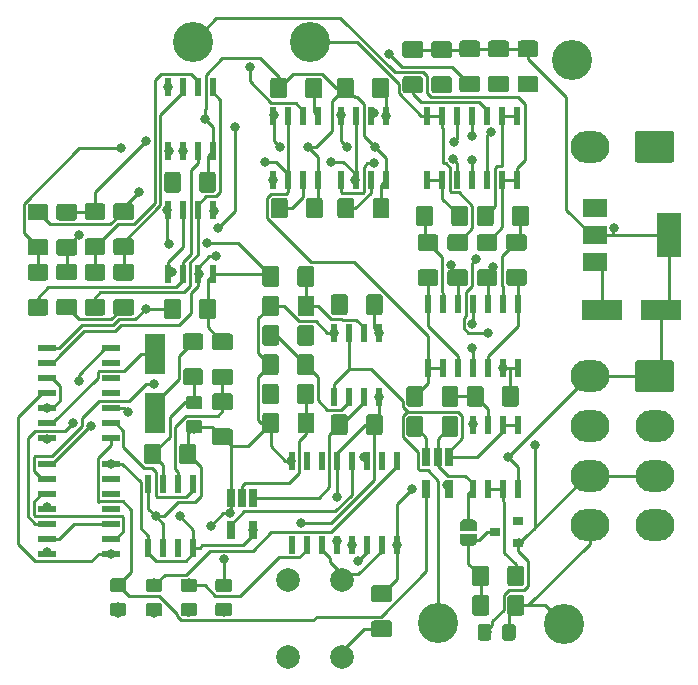
<source format=gbr>
G04 #@! TF.GenerationSoftware,KiCad,Pcbnew,(5.1.0)-1*
G04 #@! TF.CreationDate,2019-10-16T14:10:11+11:00*
G04 #@! TF.ProjectId,APPS,41505053-2e6b-4696-9361-645f70636258,rev?*
G04 #@! TF.SameCoordinates,Original*
G04 #@! TF.FileFunction,Copper,L1,Top*
G04 #@! TF.FilePolarity,Positive*
%FSLAX46Y46*%
G04 Gerber Fmt 4.6, Leading zero omitted, Abs format (unit mm)*
G04 Created by KiCad (PCBNEW (5.1.0)-1) date 2019-10-16 14:10:11*
%MOMM*%
%LPD*%
G04 APERTURE LIST*
%ADD10R,1.500000X0.600000*%
%ADD11C,3.400000*%
%ADD12C,0.100000*%
%ADD13C,1.150000*%
%ADD14R,3.500000X1.800000*%
%ADD15R,1.800000X3.500000*%
%ADD16R,0.900000X0.800000*%
%ADD17C,2.700000*%
%ADD18O,3.300000X2.700000*%
%ADD19C,0.500000*%
%ADD20C,1.425000*%
%ADD21C,2.000000*%
%ADD22R,0.600000X1.550000*%
%ADD23R,2.000000X3.800000*%
%ADD24R,2.000000X1.500000*%
%ADD25R,0.600000X1.500000*%
%ADD26R,0.650000X1.560000*%
%ADD27C,0.800000*%
%ADD28C,0.250000*%
G04 APERTURE END LIST*
D10*
X110548400Y-86410800D03*
X110548400Y-87680800D03*
X110548400Y-88950800D03*
X110548400Y-90220800D03*
X110548400Y-91490800D03*
X110548400Y-92760800D03*
X110548400Y-94030800D03*
X105148400Y-94030800D03*
X105148400Y-92760800D03*
X105148400Y-91490800D03*
X105148400Y-90220800D03*
X105148400Y-88950800D03*
X105148400Y-87680800D03*
X105148400Y-86410800D03*
D11*
X149593200Y-61976000D03*
X148920200Y-109778800D03*
X138303000Y-109626400D03*
X127393600Y-60452000D03*
X117487600Y-60452000D03*
D12*
G36*
X118101905Y-90409004D02*
G01*
X118126173Y-90412604D01*
X118149972Y-90418565D01*
X118173071Y-90426830D01*
X118195250Y-90437320D01*
X118216293Y-90449932D01*
X118235999Y-90464547D01*
X118254177Y-90481023D01*
X118270653Y-90499201D01*
X118285268Y-90518907D01*
X118297880Y-90539950D01*
X118308370Y-90562129D01*
X118316635Y-90585228D01*
X118322596Y-90609027D01*
X118326196Y-90633295D01*
X118327400Y-90657799D01*
X118327400Y-91307801D01*
X118326196Y-91332305D01*
X118322596Y-91356573D01*
X118316635Y-91380372D01*
X118308370Y-91403471D01*
X118297880Y-91425650D01*
X118285268Y-91446693D01*
X118270653Y-91466399D01*
X118254177Y-91484577D01*
X118235999Y-91501053D01*
X118216293Y-91515668D01*
X118195250Y-91528280D01*
X118173071Y-91538770D01*
X118149972Y-91547035D01*
X118126173Y-91552996D01*
X118101905Y-91556596D01*
X118077401Y-91557800D01*
X117177399Y-91557800D01*
X117152895Y-91556596D01*
X117128627Y-91552996D01*
X117104828Y-91547035D01*
X117081729Y-91538770D01*
X117059550Y-91528280D01*
X117038507Y-91515668D01*
X117018801Y-91501053D01*
X117000623Y-91484577D01*
X116984147Y-91466399D01*
X116969532Y-91446693D01*
X116956920Y-91425650D01*
X116946430Y-91403471D01*
X116938165Y-91380372D01*
X116932204Y-91356573D01*
X116928604Y-91332305D01*
X116927400Y-91307801D01*
X116927400Y-90657799D01*
X116928604Y-90633295D01*
X116932204Y-90609027D01*
X116938165Y-90585228D01*
X116946430Y-90562129D01*
X116956920Y-90539950D01*
X116969532Y-90518907D01*
X116984147Y-90499201D01*
X117000623Y-90481023D01*
X117018801Y-90464547D01*
X117038507Y-90449932D01*
X117059550Y-90437320D01*
X117081729Y-90426830D01*
X117104828Y-90418565D01*
X117128627Y-90412604D01*
X117152895Y-90409004D01*
X117177399Y-90407800D01*
X118077401Y-90407800D01*
X118101905Y-90409004D01*
X118101905Y-90409004D01*
G37*
D13*
X117627400Y-90982800D03*
D12*
G36*
X118101905Y-92459004D02*
G01*
X118126173Y-92462604D01*
X118149972Y-92468565D01*
X118173071Y-92476830D01*
X118195250Y-92487320D01*
X118216293Y-92499932D01*
X118235999Y-92514547D01*
X118254177Y-92531023D01*
X118270653Y-92549201D01*
X118285268Y-92568907D01*
X118297880Y-92589950D01*
X118308370Y-92612129D01*
X118316635Y-92635228D01*
X118322596Y-92659027D01*
X118326196Y-92683295D01*
X118327400Y-92707799D01*
X118327400Y-93357801D01*
X118326196Y-93382305D01*
X118322596Y-93406573D01*
X118316635Y-93430372D01*
X118308370Y-93453471D01*
X118297880Y-93475650D01*
X118285268Y-93496693D01*
X118270653Y-93516399D01*
X118254177Y-93534577D01*
X118235999Y-93551053D01*
X118216293Y-93565668D01*
X118195250Y-93578280D01*
X118173071Y-93588770D01*
X118149972Y-93597035D01*
X118126173Y-93602996D01*
X118101905Y-93606596D01*
X118077401Y-93607800D01*
X117177399Y-93607800D01*
X117152895Y-93606596D01*
X117128627Y-93602996D01*
X117104828Y-93597035D01*
X117081729Y-93588770D01*
X117059550Y-93578280D01*
X117038507Y-93565668D01*
X117018801Y-93551053D01*
X117000623Y-93534577D01*
X116984147Y-93516399D01*
X116969532Y-93496693D01*
X116956920Y-93475650D01*
X116946430Y-93453471D01*
X116938165Y-93430372D01*
X116932204Y-93406573D01*
X116928604Y-93382305D01*
X116927400Y-93357801D01*
X116927400Y-92707799D01*
X116928604Y-92683295D01*
X116932204Y-92659027D01*
X116938165Y-92635228D01*
X116946430Y-92612129D01*
X116956920Y-92589950D01*
X116969532Y-92568907D01*
X116984147Y-92549201D01*
X117000623Y-92531023D01*
X117018801Y-92514547D01*
X117038507Y-92499932D01*
X117059550Y-92487320D01*
X117081729Y-92476830D01*
X117104828Y-92468565D01*
X117128627Y-92462604D01*
X117152895Y-92459004D01*
X117177399Y-92457800D01*
X118077401Y-92457800D01*
X118101905Y-92459004D01*
X118101905Y-92459004D01*
G37*
D13*
X117627400Y-93032800D03*
D12*
G36*
X144614105Y-109740404D02*
G01*
X144638373Y-109744004D01*
X144662172Y-109749965D01*
X144685271Y-109758230D01*
X144707450Y-109768720D01*
X144728493Y-109781332D01*
X144748199Y-109795947D01*
X144766377Y-109812423D01*
X144782853Y-109830601D01*
X144797468Y-109850307D01*
X144810080Y-109871350D01*
X144820570Y-109893529D01*
X144828835Y-109916628D01*
X144834796Y-109940427D01*
X144838396Y-109964695D01*
X144839600Y-109989199D01*
X144839600Y-110889201D01*
X144838396Y-110913705D01*
X144834796Y-110937973D01*
X144828835Y-110961772D01*
X144820570Y-110984871D01*
X144810080Y-111007050D01*
X144797468Y-111028093D01*
X144782853Y-111047799D01*
X144766377Y-111065977D01*
X144748199Y-111082453D01*
X144728493Y-111097068D01*
X144707450Y-111109680D01*
X144685271Y-111120170D01*
X144662172Y-111128435D01*
X144638373Y-111134396D01*
X144614105Y-111137996D01*
X144589601Y-111139200D01*
X143939599Y-111139200D01*
X143915095Y-111137996D01*
X143890827Y-111134396D01*
X143867028Y-111128435D01*
X143843929Y-111120170D01*
X143821750Y-111109680D01*
X143800707Y-111097068D01*
X143781001Y-111082453D01*
X143762823Y-111065977D01*
X143746347Y-111047799D01*
X143731732Y-111028093D01*
X143719120Y-111007050D01*
X143708630Y-110984871D01*
X143700365Y-110961772D01*
X143694404Y-110937973D01*
X143690804Y-110913705D01*
X143689600Y-110889201D01*
X143689600Y-109989199D01*
X143690804Y-109964695D01*
X143694404Y-109940427D01*
X143700365Y-109916628D01*
X143708630Y-109893529D01*
X143719120Y-109871350D01*
X143731732Y-109850307D01*
X143746347Y-109830601D01*
X143762823Y-109812423D01*
X143781001Y-109795947D01*
X143800707Y-109781332D01*
X143821750Y-109768720D01*
X143843929Y-109758230D01*
X143867028Y-109749965D01*
X143890827Y-109744004D01*
X143915095Y-109740404D01*
X143939599Y-109739200D01*
X144589601Y-109739200D01*
X144614105Y-109740404D01*
X144614105Y-109740404D01*
G37*
D13*
X144264600Y-110439200D03*
D12*
G36*
X142564105Y-109740404D02*
G01*
X142588373Y-109744004D01*
X142612172Y-109749965D01*
X142635271Y-109758230D01*
X142657450Y-109768720D01*
X142678493Y-109781332D01*
X142698199Y-109795947D01*
X142716377Y-109812423D01*
X142732853Y-109830601D01*
X142747468Y-109850307D01*
X142760080Y-109871350D01*
X142770570Y-109893529D01*
X142778835Y-109916628D01*
X142784796Y-109940427D01*
X142788396Y-109964695D01*
X142789600Y-109989199D01*
X142789600Y-110889201D01*
X142788396Y-110913705D01*
X142784796Y-110937973D01*
X142778835Y-110961772D01*
X142770570Y-110984871D01*
X142760080Y-111007050D01*
X142747468Y-111028093D01*
X142732853Y-111047799D01*
X142716377Y-111065977D01*
X142698199Y-111082453D01*
X142678493Y-111097068D01*
X142657450Y-111109680D01*
X142635271Y-111120170D01*
X142612172Y-111128435D01*
X142588373Y-111134396D01*
X142564105Y-111137996D01*
X142539601Y-111139200D01*
X141889599Y-111139200D01*
X141865095Y-111137996D01*
X141840827Y-111134396D01*
X141817028Y-111128435D01*
X141793929Y-111120170D01*
X141771750Y-111109680D01*
X141750707Y-111097068D01*
X141731001Y-111082453D01*
X141712823Y-111065977D01*
X141696347Y-111047799D01*
X141681732Y-111028093D01*
X141669120Y-111007050D01*
X141658630Y-110984871D01*
X141650365Y-110961772D01*
X141644404Y-110937973D01*
X141640804Y-110913705D01*
X141639600Y-110889201D01*
X141639600Y-109989199D01*
X141640804Y-109964695D01*
X141644404Y-109940427D01*
X141650365Y-109916628D01*
X141658630Y-109893529D01*
X141669120Y-109871350D01*
X141681732Y-109850307D01*
X141696347Y-109830601D01*
X141712823Y-109812423D01*
X141731001Y-109795947D01*
X141750707Y-109781332D01*
X141771750Y-109768720D01*
X141793929Y-109758230D01*
X141817028Y-109749965D01*
X141840827Y-109744004D01*
X141865095Y-109740404D01*
X141889599Y-109739200D01*
X142539601Y-109739200D01*
X142564105Y-109740404D01*
X142564105Y-109740404D01*
G37*
D13*
X142214600Y-110439200D03*
D14*
X157120600Y-83159600D03*
X152120600Y-83159600D03*
D15*
X114274600Y-91897200D03*
X114274600Y-86897200D03*
D12*
G36*
X111650305Y-105885004D02*
G01*
X111674573Y-105888604D01*
X111698372Y-105894565D01*
X111721471Y-105902830D01*
X111743650Y-105913320D01*
X111764693Y-105925932D01*
X111784399Y-105940547D01*
X111802577Y-105957023D01*
X111819053Y-105975201D01*
X111833668Y-105994907D01*
X111846280Y-106015950D01*
X111856770Y-106038129D01*
X111865035Y-106061228D01*
X111870996Y-106085027D01*
X111874596Y-106109295D01*
X111875800Y-106133799D01*
X111875800Y-106783801D01*
X111874596Y-106808305D01*
X111870996Y-106832573D01*
X111865035Y-106856372D01*
X111856770Y-106879471D01*
X111846280Y-106901650D01*
X111833668Y-106922693D01*
X111819053Y-106942399D01*
X111802577Y-106960577D01*
X111784399Y-106977053D01*
X111764693Y-106991668D01*
X111743650Y-107004280D01*
X111721471Y-107014770D01*
X111698372Y-107023035D01*
X111674573Y-107028996D01*
X111650305Y-107032596D01*
X111625801Y-107033800D01*
X110725799Y-107033800D01*
X110701295Y-107032596D01*
X110677027Y-107028996D01*
X110653228Y-107023035D01*
X110630129Y-107014770D01*
X110607950Y-107004280D01*
X110586907Y-106991668D01*
X110567201Y-106977053D01*
X110549023Y-106960577D01*
X110532547Y-106942399D01*
X110517932Y-106922693D01*
X110505320Y-106901650D01*
X110494830Y-106879471D01*
X110486565Y-106856372D01*
X110480604Y-106832573D01*
X110477004Y-106808305D01*
X110475800Y-106783801D01*
X110475800Y-106133799D01*
X110477004Y-106109295D01*
X110480604Y-106085027D01*
X110486565Y-106061228D01*
X110494830Y-106038129D01*
X110505320Y-106015950D01*
X110517932Y-105994907D01*
X110532547Y-105975201D01*
X110549023Y-105957023D01*
X110567201Y-105940547D01*
X110586907Y-105925932D01*
X110607950Y-105913320D01*
X110630129Y-105902830D01*
X110653228Y-105894565D01*
X110677027Y-105888604D01*
X110701295Y-105885004D01*
X110725799Y-105883800D01*
X111625801Y-105883800D01*
X111650305Y-105885004D01*
X111650305Y-105885004D01*
G37*
D13*
X111175800Y-106458800D03*
D12*
G36*
X111650305Y-107935004D02*
G01*
X111674573Y-107938604D01*
X111698372Y-107944565D01*
X111721471Y-107952830D01*
X111743650Y-107963320D01*
X111764693Y-107975932D01*
X111784399Y-107990547D01*
X111802577Y-108007023D01*
X111819053Y-108025201D01*
X111833668Y-108044907D01*
X111846280Y-108065950D01*
X111856770Y-108088129D01*
X111865035Y-108111228D01*
X111870996Y-108135027D01*
X111874596Y-108159295D01*
X111875800Y-108183799D01*
X111875800Y-108833801D01*
X111874596Y-108858305D01*
X111870996Y-108882573D01*
X111865035Y-108906372D01*
X111856770Y-108929471D01*
X111846280Y-108951650D01*
X111833668Y-108972693D01*
X111819053Y-108992399D01*
X111802577Y-109010577D01*
X111784399Y-109027053D01*
X111764693Y-109041668D01*
X111743650Y-109054280D01*
X111721471Y-109064770D01*
X111698372Y-109073035D01*
X111674573Y-109078996D01*
X111650305Y-109082596D01*
X111625801Y-109083800D01*
X110725799Y-109083800D01*
X110701295Y-109082596D01*
X110677027Y-109078996D01*
X110653228Y-109073035D01*
X110630129Y-109064770D01*
X110607950Y-109054280D01*
X110586907Y-109041668D01*
X110567201Y-109027053D01*
X110549023Y-109010577D01*
X110532547Y-108992399D01*
X110517932Y-108972693D01*
X110505320Y-108951650D01*
X110494830Y-108929471D01*
X110486565Y-108906372D01*
X110480604Y-108882573D01*
X110477004Y-108858305D01*
X110475800Y-108833801D01*
X110475800Y-108183799D01*
X110477004Y-108159295D01*
X110480604Y-108135027D01*
X110486565Y-108111228D01*
X110494830Y-108088129D01*
X110505320Y-108065950D01*
X110517932Y-108044907D01*
X110532547Y-108025201D01*
X110549023Y-108007023D01*
X110567201Y-107990547D01*
X110586907Y-107975932D01*
X110607950Y-107963320D01*
X110630129Y-107952830D01*
X110653228Y-107944565D01*
X110677027Y-107938604D01*
X110701295Y-107935004D01*
X110725799Y-107933800D01*
X111625801Y-107933800D01*
X111650305Y-107935004D01*
X111650305Y-107935004D01*
G37*
D13*
X111175800Y-108508800D03*
D16*
X145081500Y-102918300D03*
X145081500Y-101018300D03*
X143081500Y-101968300D03*
D12*
G36*
X120591105Y-105894004D02*
G01*
X120615373Y-105897604D01*
X120639172Y-105903565D01*
X120662271Y-105911830D01*
X120684450Y-105922320D01*
X120705493Y-105934932D01*
X120725199Y-105949547D01*
X120743377Y-105966023D01*
X120759853Y-105984201D01*
X120774468Y-106003907D01*
X120787080Y-106024950D01*
X120797570Y-106047129D01*
X120805835Y-106070228D01*
X120811796Y-106094027D01*
X120815396Y-106118295D01*
X120816600Y-106142799D01*
X120816600Y-106792801D01*
X120815396Y-106817305D01*
X120811796Y-106841573D01*
X120805835Y-106865372D01*
X120797570Y-106888471D01*
X120787080Y-106910650D01*
X120774468Y-106931693D01*
X120759853Y-106951399D01*
X120743377Y-106969577D01*
X120725199Y-106986053D01*
X120705493Y-107000668D01*
X120684450Y-107013280D01*
X120662271Y-107023770D01*
X120639172Y-107032035D01*
X120615373Y-107037996D01*
X120591105Y-107041596D01*
X120566601Y-107042800D01*
X119666599Y-107042800D01*
X119642095Y-107041596D01*
X119617827Y-107037996D01*
X119594028Y-107032035D01*
X119570929Y-107023770D01*
X119548750Y-107013280D01*
X119527707Y-107000668D01*
X119508001Y-106986053D01*
X119489823Y-106969577D01*
X119473347Y-106951399D01*
X119458732Y-106931693D01*
X119446120Y-106910650D01*
X119435630Y-106888471D01*
X119427365Y-106865372D01*
X119421404Y-106841573D01*
X119417804Y-106817305D01*
X119416600Y-106792801D01*
X119416600Y-106142799D01*
X119417804Y-106118295D01*
X119421404Y-106094027D01*
X119427365Y-106070228D01*
X119435630Y-106047129D01*
X119446120Y-106024950D01*
X119458732Y-106003907D01*
X119473347Y-105984201D01*
X119489823Y-105966023D01*
X119508001Y-105949547D01*
X119527707Y-105934932D01*
X119548750Y-105922320D01*
X119570929Y-105911830D01*
X119594028Y-105903565D01*
X119617827Y-105897604D01*
X119642095Y-105894004D01*
X119666599Y-105892800D01*
X120566601Y-105892800D01*
X120591105Y-105894004D01*
X120591105Y-105894004D01*
G37*
D13*
X120116600Y-106467800D03*
D12*
G36*
X120591105Y-107944004D02*
G01*
X120615373Y-107947604D01*
X120639172Y-107953565D01*
X120662271Y-107961830D01*
X120684450Y-107972320D01*
X120705493Y-107984932D01*
X120725199Y-107999547D01*
X120743377Y-108016023D01*
X120759853Y-108034201D01*
X120774468Y-108053907D01*
X120787080Y-108074950D01*
X120797570Y-108097129D01*
X120805835Y-108120228D01*
X120811796Y-108144027D01*
X120815396Y-108168295D01*
X120816600Y-108192799D01*
X120816600Y-108842801D01*
X120815396Y-108867305D01*
X120811796Y-108891573D01*
X120805835Y-108915372D01*
X120797570Y-108938471D01*
X120787080Y-108960650D01*
X120774468Y-108981693D01*
X120759853Y-109001399D01*
X120743377Y-109019577D01*
X120725199Y-109036053D01*
X120705493Y-109050668D01*
X120684450Y-109063280D01*
X120662271Y-109073770D01*
X120639172Y-109082035D01*
X120615373Y-109087996D01*
X120591105Y-109091596D01*
X120566601Y-109092800D01*
X119666599Y-109092800D01*
X119642095Y-109091596D01*
X119617827Y-109087996D01*
X119594028Y-109082035D01*
X119570929Y-109073770D01*
X119548750Y-109063280D01*
X119527707Y-109050668D01*
X119508001Y-109036053D01*
X119489823Y-109019577D01*
X119473347Y-109001399D01*
X119458732Y-108981693D01*
X119446120Y-108960650D01*
X119435630Y-108938471D01*
X119427365Y-108915372D01*
X119421404Y-108891573D01*
X119417804Y-108867305D01*
X119416600Y-108842801D01*
X119416600Y-108192799D01*
X119417804Y-108168295D01*
X119421404Y-108144027D01*
X119427365Y-108120228D01*
X119435630Y-108097129D01*
X119446120Y-108074950D01*
X119458732Y-108053907D01*
X119473347Y-108034201D01*
X119489823Y-108016023D01*
X119508001Y-107999547D01*
X119527707Y-107984932D01*
X119548750Y-107972320D01*
X119570929Y-107961830D01*
X119594028Y-107953565D01*
X119617827Y-107947604D01*
X119642095Y-107944004D01*
X119666599Y-107942800D01*
X120566601Y-107942800D01*
X120591105Y-107944004D01*
X120591105Y-107944004D01*
G37*
D13*
X120116600Y-108517800D03*
D12*
G36*
X117644705Y-107944004D02*
G01*
X117668973Y-107947604D01*
X117692772Y-107953565D01*
X117715871Y-107961830D01*
X117738050Y-107972320D01*
X117759093Y-107984932D01*
X117778799Y-107999547D01*
X117796977Y-108016023D01*
X117813453Y-108034201D01*
X117828068Y-108053907D01*
X117840680Y-108074950D01*
X117851170Y-108097129D01*
X117859435Y-108120228D01*
X117865396Y-108144027D01*
X117868996Y-108168295D01*
X117870200Y-108192799D01*
X117870200Y-108842801D01*
X117868996Y-108867305D01*
X117865396Y-108891573D01*
X117859435Y-108915372D01*
X117851170Y-108938471D01*
X117840680Y-108960650D01*
X117828068Y-108981693D01*
X117813453Y-109001399D01*
X117796977Y-109019577D01*
X117778799Y-109036053D01*
X117759093Y-109050668D01*
X117738050Y-109063280D01*
X117715871Y-109073770D01*
X117692772Y-109082035D01*
X117668973Y-109087996D01*
X117644705Y-109091596D01*
X117620201Y-109092800D01*
X116720199Y-109092800D01*
X116695695Y-109091596D01*
X116671427Y-109087996D01*
X116647628Y-109082035D01*
X116624529Y-109073770D01*
X116602350Y-109063280D01*
X116581307Y-109050668D01*
X116561601Y-109036053D01*
X116543423Y-109019577D01*
X116526947Y-109001399D01*
X116512332Y-108981693D01*
X116499720Y-108960650D01*
X116489230Y-108938471D01*
X116480965Y-108915372D01*
X116475004Y-108891573D01*
X116471404Y-108867305D01*
X116470200Y-108842801D01*
X116470200Y-108192799D01*
X116471404Y-108168295D01*
X116475004Y-108144027D01*
X116480965Y-108120228D01*
X116489230Y-108097129D01*
X116499720Y-108074950D01*
X116512332Y-108053907D01*
X116526947Y-108034201D01*
X116543423Y-108016023D01*
X116561601Y-107999547D01*
X116581307Y-107984932D01*
X116602350Y-107972320D01*
X116624529Y-107961830D01*
X116647628Y-107953565D01*
X116671427Y-107947604D01*
X116695695Y-107944004D01*
X116720199Y-107942800D01*
X117620201Y-107942800D01*
X117644705Y-107944004D01*
X117644705Y-107944004D01*
G37*
D13*
X117170200Y-108517800D03*
D12*
G36*
X117644705Y-105894004D02*
G01*
X117668973Y-105897604D01*
X117692772Y-105903565D01*
X117715871Y-105911830D01*
X117738050Y-105922320D01*
X117759093Y-105934932D01*
X117778799Y-105949547D01*
X117796977Y-105966023D01*
X117813453Y-105984201D01*
X117828068Y-106003907D01*
X117840680Y-106024950D01*
X117851170Y-106047129D01*
X117859435Y-106070228D01*
X117865396Y-106094027D01*
X117868996Y-106118295D01*
X117870200Y-106142799D01*
X117870200Y-106792801D01*
X117868996Y-106817305D01*
X117865396Y-106841573D01*
X117859435Y-106865372D01*
X117851170Y-106888471D01*
X117840680Y-106910650D01*
X117828068Y-106931693D01*
X117813453Y-106951399D01*
X117796977Y-106969577D01*
X117778799Y-106986053D01*
X117759093Y-107000668D01*
X117738050Y-107013280D01*
X117715871Y-107023770D01*
X117692772Y-107032035D01*
X117668973Y-107037996D01*
X117644705Y-107041596D01*
X117620201Y-107042800D01*
X116720199Y-107042800D01*
X116695695Y-107041596D01*
X116671427Y-107037996D01*
X116647628Y-107032035D01*
X116624529Y-107023770D01*
X116602350Y-107013280D01*
X116581307Y-107000668D01*
X116561601Y-106986053D01*
X116543423Y-106969577D01*
X116526947Y-106951399D01*
X116512332Y-106931693D01*
X116499720Y-106910650D01*
X116489230Y-106888471D01*
X116480965Y-106865372D01*
X116475004Y-106841573D01*
X116471404Y-106817305D01*
X116470200Y-106792801D01*
X116470200Y-106142799D01*
X116471404Y-106118295D01*
X116475004Y-106094027D01*
X116480965Y-106070228D01*
X116489230Y-106047129D01*
X116499720Y-106024950D01*
X116512332Y-106003907D01*
X116526947Y-105984201D01*
X116543423Y-105966023D01*
X116561601Y-105949547D01*
X116581307Y-105934932D01*
X116602350Y-105922320D01*
X116624529Y-105911830D01*
X116647628Y-105903565D01*
X116671427Y-105897604D01*
X116695695Y-105894004D01*
X116720199Y-105892800D01*
X117620201Y-105892800D01*
X117644705Y-105894004D01*
X117644705Y-105894004D01*
G37*
D13*
X117170200Y-106467800D03*
D12*
G36*
X114698305Y-107944004D02*
G01*
X114722573Y-107947604D01*
X114746372Y-107953565D01*
X114769471Y-107961830D01*
X114791650Y-107972320D01*
X114812693Y-107984932D01*
X114832399Y-107999547D01*
X114850577Y-108016023D01*
X114867053Y-108034201D01*
X114881668Y-108053907D01*
X114894280Y-108074950D01*
X114904770Y-108097129D01*
X114913035Y-108120228D01*
X114918996Y-108144027D01*
X114922596Y-108168295D01*
X114923800Y-108192799D01*
X114923800Y-108842801D01*
X114922596Y-108867305D01*
X114918996Y-108891573D01*
X114913035Y-108915372D01*
X114904770Y-108938471D01*
X114894280Y-108960650D01*
X114881668Y-108981693D01*
X114867053Y-109001399D01*
X114850577Y-109019577D01*
X114832399Y-109036053D01*
X114812693Y-109050668D01*
X114791650Y-109063280D01*
X114769471Y-109073770D01*
X114746372Y-109082035D01*
X114722573Y-109087996D01*
X114698305Y-109091596D01*
X114673801Y-109092800D01*
X113773799Y-109092800D01*
X113749295Y-109091596D01*
X113725027Y-109087996D01*
X113701228Y-109082035D01*
X113678129Y-109073770D01*
X113655950Y-109063280D01*
X113634907Y-109050668D01*
X113615201Y-109036053D01*
X113597023Y-109019577D01*
X113580547Y-109001399D01*
X113565932Y-108981693D01*
X113553320Y-108960650D01*
X113542830Y-108938471D01*
X113534565Y-108915372D01*
X113528604Y-108891573D01*
X113525004Y-108867305D01*
X113523800Y-108842801D01*
X113523800Y-108192799D01*
X113525004Y-108168295D01*
X113528604Y-108144027D01*
X113534565Y-108120228D01*
X113542830Y-108097129D01*
X113553320Y-108074950D01*
X113565932Y-108053907D01*
X113580547Y-108034201D01*
X113597023Y-108016023D01*
X113615201Y-107999547D01*
X113634907Y-107984932D01*
X113655950Y-107972320D01*
X113678129Y-107961830D01*
X113701228Y-107953565D01*
X113725027Y-107947604D01*
X113749295Y-107944004D01*
X113773799Y-107942800D01*
X114673801Y-107942800D01*
X114698305Y-107944004D01*
X114698305Y-107944004D01*
G37*
D13*
X114223800Y-108517800D03*
D12*
G36*
X114698305Y-105894004D02*
G01*
X114722573Y-105897604D01*
X114746372Y-105903565D01*
X114769471Y-105911830D01*
X114791650Y-105922320D01*
X114812693Y-105934932D01*
X114832399Y-105949547D01*
X114850577Y-105966023D01*
X114867053Y-105984201D01*
X114881668Y-106003907D01*
X114894280Y-106024950D01*
X114904770Y-106047129D01*
X114913035Y-106070228D01*
X114918996Y-106094027D01*
X114922596Y-106118295D01*
X114923800Y-106142799D01*
X114923800Y-106792801D01*
X114922596Y-106817305D01*
X114918996Y-106841573D01*
X114913035Y-106865372D01*
X114904770Y-106888471D01*
X114894280Y-106910650D01*
X114881668Y-106931693D01*
X114867053Y-106951399D01*
X114850577Y-106969577D01*
X114832399Y-106986053D01*
X114812693Y-107000668D01*
X114791650Y-107013280D01*
X114769471Y-107023770D01*
X114746372Y-107032035D01*
X114722573Y-107037996D01*
X114698305Y-107041596D01*
X114673801Y-107042800D01*
X113773799Y-107042800D01*
X113749295Y-107041596D01*
X113725027Y-107037996D01*
X113701228Y-107032035D01*
X113678129Y-107023770D01*
X113655950Y-107013280D01*
X113634907Y-107000668D01*
X113615201Y-106986053D01*
X113597023Y-106969577D01*
X113580547Y-106951399D01*
X113565932Y-106931693D01*
X113553320Y-106910650D01*
X113542830Y-106888471D01*
X113534565Y-106865372D01*
X113528604Y-106841573D01*
X113525004Y-106817305D01*
X113523800Y-106792801D01*
X113523800Y-106142799D01*
X113525004Y-106118295D01*
X113528604Y-106094027D01*
X113534565Y-106070228D01*
X113542830Y-106047129D01*
X113553320Y-106024950D01*
X113565932Y-106003907D01*
X113580547Y-105984201D01*
X113597023Y-105966023D01*
X113615201Y-105949547D01*
X113634907Y-105934932D01*
X113655950Y-105922320D01*
X113678129Y-105911830D01*
X113701228Y-105903565D01*
X113725027Y-105897604D01*
X113749295Y-105894004D01*
X113773799Y-105892800D01*
X114673801Y-105892800D01*
X114698305Y-105894004D01*
X114698305Y-105894004D01*
G37*
D13*
X114223800Y-106467800D03*
D12*
G36*
X158028103Y-87424204D02*
G01*
X158052372Y-87427804D01*
X158076170Y-87433765D01*
X158099270Y-87442030D01*
X158121449Y-87452520D01*
X158142492Y-87465133D01*
X158162198Y-87479748D01*
X158180376Y-87496224D01*
X158196852Y-87514402D01*
X158211467Y-87534108D01*
X158224080Y-87555151D01*
X158234570Y-87577330D01*
X158242835Y-87600430D01*
X158248796Y-87624228D01*
X158252396Y-87648497D01*
X158253600Y-87673001D01*
X158253600Y-89872999D01*
X158252396Y-89897503D01*
X158248796Y-89921772D01*
X158242835Y-89945570D01*
X158234570Y-89968670D01*
X158224080Y-89990849D01*
X158211467Y-90011892D01*
X158196852Y-90031598D01*
X158180376Y-90049776D01*
X158162198Y-90066252D01*
X158142492Y-90080867D01*
X158121449Y-90093480D01*
X158099270Y-90103970D01*
X158076170Y-90112235D01*
X158052372Y-90118196D01*
X158028103Y-90121796D01*
X158003599Y-90123000D01*
X155203601Y-90123000D01*
X155179097Y-90121796D01*
X155154828Y-90118196D01*
X155131030Y-90112235D01*
X155107930Y-90103970D01*
X155085751Y-90093480D01*
X155064708Y-90080867D01*
X155045002Y-90066252D01*
X155026824Y-90049776D01*
X155010348Y-90031598D01*
X154995733Y-90011892D01*
X154983120Y-89990849D01*
X154972630Y-89968670D01*
X154964365Y-89945570D01*
X154958404Y-89921772D01*
X154954804Y-89897503D01*
X154953600Y-89872999D01*
X154953600Y-87673001D01*
X154954804Y-87648497D01*
X154958404Y-87624228D01*
X154964365Y-87600430D01*
X154972630Y-87577330D01*
X154983120Y-87555151D01*
X154995733Y-87534108D01*
X155010348Y-87514402D01*
X155026824Y-87496224D01*
X155045002Y-87479748D01*
X155064708Y-87465133D01*
X155085751Y-87452520D01*
X155107930Y-87442030D01*
X155131030Y-87433765D01*
X155154828Y-87427804D01*
X155179097Y-87424204D01*
X155203601Y-87423000D01*
X158003599Y-87423000D01*
X158028103Y-87424204D01*
X158028103Y-87424204D01*
G37*
D17*
X156603600Y-88773000D03*
D18*
X156603600Y-92973000D03*
X156603600Y-97173000D03*
X156603600Y-101373000D03*
X151103600Y-88773000D03*
X151103600Y-92973000D03*
X151103600Y-97173000D03*
X151103600Y-101373000D03*
D12*
G36*
X158028103Y-67993204D02*
G01*
X158052372Y-67996804D01*
X158076170Y-68002765D01*
X158099270Y-68011030D01*
X158121449Y-68021520D01*
X158142492Y-68034133D01*
X158162198Y-68048748D01*
X158180376Y-68065224D01*
X158196852Y-68083402D01*
X158211467Y-68103108D01*
X158224080Y-68124151D01*
X158234570Y-68146330D01*
X158242835Y-68169430D01*
X158248796Y-68193228D01*
X158252396Y-68217497D01*
X158253600Y-68242001D01*
X158253600Y-70441999D01*
X158252396Y-70466503D01*
X158248796Y-70490772D01*
X158242835Y-70514570D01*
X158234570Y-70537670D01*
X158224080Y-70559849D01*
X158211467Y-70580892D01*
X158196852Y-70600598D01*
X158180376Y-70618776D01*
X158162198Y-70635252D01*
X158142492Y-70649867D01*
X158121449Y-70662480D01*
X158099270Y-70672970D01*
X158076170Y-70681235D01*
X158052372Y-70687196D01*
X158028103Y-70690796D01*
X158003599Y-70692000D01*
X155203601Y-70692000D01*
X155179097Y-70690796D01*
X155154828Y-70687196D01*
X155131030Y-70681235D01*
X155107930Y-70672970D01*
X155085751Y-70662480D01*
X155064708Y-70649867D01*
X155045002Y-70635252D01*
X155026824Y-70618776D01*
X155010348Y-70600598D01*
X154995733Y-70580892D01*
X154983120Y-70559849D01*
X154972630Y-70537670D01*
X154964365Y-70514570D01*
X154958404Y-70490772D01*
X154954804Y-70466503D01*
X154953600Y-70441999D01*
X154953600Y-68242001D01*
X154954804Y-68217497D01*
X154958404Y-68193228D01*
X154964365Y-68169430D01*
X154972630Y-68146330D01*
X154983120Y-68124151D01*
X154995733Y-68103108D01*
X155010348Y-68083402D01*
X155026824Y-68065224D01*
X155045002Y-68048748D01*
X155064708Y-68034133D01*
X155085751Y-68021520D01*
X155107930Y-68011030D01*
X155131030Y-68002765D01*
X155154828Y-67996804D01*
X155179097Y-67993204D01*
X155203601Y-67992000D01*
X158003599Y-67992000D01*
X158028103Y-67993204D01*
X158028103Y-67993204D01*
G37*
D17*
X156603600Y-69342000D03*
D18*
X151103600Y-69342000D03*
D19*
X140843000Y-101346000D03*
D12*
G36*
X140093000Y-101846000D02*
G01*
X140093000Y-101346000D01*
X140093602Y-101346000D01*
X140093602Y-101321466D01*
X140098412Y-101272635D01*
X140107984Y-101224510D01*
X140122228Y-101177555D01*
X140141005Y-101132222D01*
X140164136Y-101088949D01*
X140191396Y-101048150D01*
X140222524Y-101010221D01*
X140257221Y-100975524D01*
X140295150Y-100944396D01*
X140335949Y-100917136D01*
X140379222Y-100894005D01*
X140424555Y-100875228D01*
X140471510Y-100860984D01*
X140519635Y-100851412D01*
X140568466Y-100846602D01*
X140593000Y-100846602D01*
X140593000Y-100846000D01*
X141093000Y-100846000D01*
X141093000Y-100846602D01*
X141117534Y-100846602D01*
X141166365Y-100851412D01*
X141214490Y-100860984D01*
X141261445Y-100875228D01*
X141306778Y-100894005D01*
X141350051Y-100917136D01*
X141390850Y-100944396D01*
X141428779Y-100975524D01*
X141463476Y-101010221D01*
X141494604Y-101048150D01*
X141521864Y-101088949D01*
X141544995Y-101132222D01*
X141563772Y-101177555D01*
X141578016Y-101224510D01*
X141587588Y-101272635D01*
X141592398Y-101321466D01*
X141592398Y-101346000D01*
X141593000Y-101346000D01*
X141593000Y-101846000D01*
X140093000Y-101846000D01*
X140093000Y-101846000D01*
G37*
D19*
X140843000Y-102646000D03*
D12*
G36*
X141592398Y-102646000D02*
G01*
X141592398Y-102670534D01*
X141587588Y-102719365D01*
X141578016Y-102767490D01*
X141563772Y-102814445D01*
X141544995Y-102859778D01*
X141521864Y-102903051D01*
X141494604Y-102943850D01*
X141463476Y-102981779D01*
X141428779Y-103016476D01*
X141390850Y-103047604D01*
X141350051Y-103074864D01*
X141306778Y-103097995D01*
X141261445Y-103116772D01*
X141214490Y-103131016D01*
X141166365Y-103140588D01*
X141117534Y-103145398D01*
X141093000Y-103145398D01*
X141093000Y-103146000D01*
X140593000Y-103146000D01*
X140593000Y-103145398D01*
X140568466Y-103145398D01*
X140519635Y-103140588D01*
X140471510Y-103131016D01*
X140424555Y-103116772D01*
X140379222Y-103097995D01*
X140335949Y-103074864D01*
X140295150Y-103047604D01*
X140257221Y-103016476D01*
X140222524Y-102981779D01*
X140191396Y-102943850D01*
X140164136Y-102903051D01*
X140141005Y-102859778D01*
X140122228Y-102814445D01*
X140107984Y-102767490D01*
X140098412Y-102719365D01*
X140093602Y-102670534D01*
X140093602Y-102646000D01*
X140093000Y-102646000D01*
X140093000Y-102146000D01*
X141593000Y-102146000D01*
X141593000Y-102646000D01*
X141592398Y-102646000D01*
X141592398Y-102646000D01*
G37*
G36*
X136780704Y-60386804D02*
G01*
X136804973Y-60390404D01*
X136828771Y-60396365D01*
X136851871Y-60404630D01*
X136874049Y-60415120D01*
X136895093Y-60427733D01*
X136914798Y-60442347D01*
X136932977Y-60458823D01*
X136949453Y-60477002D01*
X136964067Y-60496707D01*
X136976680Y-60517751D01*
X136987170Y-60539929D01*
X136995435Y-60563029D01*
X137001396Y-60586827D01*
X137004996Y-60611096D01*
X137006200Y-60635600D01*
X137006200Y-61560600D01*
X137004996Y-61585104D01*
X137001396Y-61609373D01*
X136995435Y-61633171D01*
X136987170Y-61656271D01*
X136976680Y-61678449D01*
X136964067Y-61699493D01*
X136949453Y-61719198D01*
X136932977Y-61737377D01*
X136914798Y-61753853D01*
X136895093Y-61768467D01*
X136874049Y-61781080D01*
X136851871Y-61791570D01*
X136828771Y-61799835D01*
X136804973Y-61805796D01*
X136780704Y-61809396D01*
X136756200Y-61810600D01*
X135506200Y-61810600D01*
X135481696Y-61809396D01*
X135457427Y-61805796D01*
X135433629Y-61799835D01*
X135410529Y-61791570D01*
X135388351Y-61781080D01*
X135367307Y-61768467D01*
X135347602Y-61753853D01*
X135329423Y-61737377D01*
X135312947Y-61719198D01*
X135298333Y-61699493D01*
X135285720Y-61678449D01*
X135275230Y-61656271D01*
X135266965Y-61633171D01*
X135261004Y-61609373D01*
X135257404Y-61585104D01*
X135256200Y-61560600D01*
X135256200Y-60635600D01*
X135257404Y-60611096D01*
X135261004Y-60586827D01*
X135266965Y-60563029D01*
X135275230Y-60539929D01*
X135285720Y-60517751D01*
X135298333Y-60496707D01*
X135312947Y-60477002D01*
X135329423Y-60458823D01*
X135347602Y-60442347D01*
X135367307Y-60427733D01*
X135388351Y-60415120D01*
X135410529Y-60404630D01*
X135433629Y-60396365D01*
X135457427Y-60390404D01*
X135481696Y-60386804D01*
X135506200Y-60385600D01*
X136756200Y-60385600D01*
X136780704Y-60386804D01*
X136780704Y-60386804D01*
G37*
D20*
X136131200Y-61098100D03*
D12*
G36*
X136780704Y-63361804D02*
G01*
X136804973Y-63365404D01*
X136828771Y-63371365D01*
X136851871Y-63379630D01*
X136874049Y-63390120D01*
X136895093Y-63402733D01*
X136914798Y-63417347D01*
X136932977Y-63433823D01*
X136949453Y-63452002D01*
X136964067Y-63471707D01*
X136976680Y-63492751D01*
X136987170Y-63514929D01*
X136995435Y-63538029D01*
X137001396Y-63561827D01*
X137004996Y-63586096D01*
X137006200Y-63610600D01*
X137006200Y-64535600D01*
X137004996Y-64560104D01*
X137001396Y-64584373D01*
X136995435Y-64608171D01*
X136987170Y-64631271D01*
X136976680Y-64653449D01*
X136964067Y-64674493D01*
X136949453Y-64694198D01*
X136932977Y-64712377D01*
X136914798Y-64728853D01*
X136895093Y-64743467D01*
X136874049Y-64756080D01*
X136851871Y-64766570D01*
X136828771Y-64774835D01*
X136804973Y-64780796D01*
X136780704Y-64784396D01*
X136756200Y-64785600D01*
X135506200Y-64785600D01*
X135481696Y-64784396D01*
X135457427Y-64780796D01*
X135433629Y-64774835D01*
X135410529Y-64766570D01*
X135388351Y-64756080D01*
X135367307Y-64743467D01*
X135347602Y-64728853D01*
X135329423Y-64712377D01*
X135312947Y-64694198D01*
X135298333Y-64674493D01*
X135285720Y-64653449D01*
X135275230Y-64631271D01*
X135266965Y-64608171D01*
X135261004Y-64584373D01*
X135257404Y-64560104D01*
X135256200Y-64535600D01*
X135256200Y-63610600D01*
X135257404Y-63586096D01*
X135261004Y-63561827D01*
X135266965Y-63538029D01*
X135275230Y-63514929D01*
X135285720Y-63492751D01*
X135298333Y-63471707D01*
X135312947Y-63452002D01*
X135329423Y-63433823D01*
X135347602Y-63417347D01*
X135367307Y-63402733D01*
X135388351Y-63390120D01*
X135410529Y-63379630D01*
X135433629Y-63371365D01*
X135457427Y-63365404D01*
X135481696Y-63361804D01*
X135506200Y-63360600D01*
X136756200Y-63360600D01*
X136780704Y-63361804D01*
X136780704Y-63361804D01*
G37*
D20*
X136131200Y-64073100D03*
D12*
G36*
X139219104Y-60386804D02*
G01*
X139243373Y-60390404D01*
X139267171Y-60396365D01*
X139290271Y-60404630D01*
X139312449Y-60415120D01*
X139333493Y-60427733D01*
X139353198Y-60442347D01*
X139371377Y-60458823D01*
X139387853Y-60477002D01*
X139402467Y-60496707D01*
X139415080Y-60517751D01*
X139425570Y-60539929D01*
X139433835Y-60563029D01*
X139439796Y-60586827D01*
X139443396Y-60611096D01*
X139444600Y-60635600D01*
X139444600Y-61560600D01*
X139443396Y-61585104D01*
X139439796Y-61609373D01*
X139433835Y-61633171D01*
X139425570Y-61656271D01*
X139415080Y-61678449D01*
X139402467Y-61699493D01*
X139387853Y-61719198D01*
X139371377Y-61737377D01*
X139353198Y-61753853D01*
X139333493Y-61768467D01*
X139312449Y-61781080D01*
X139290271Y-61791570D01*
X139267171Y-61799835D01*
X139243373Y-61805796D01*
X139219104Y-61809396D01*
X139194600Y-61810600D01*
X137944600Y-61810600D01*
X137920096Y-61809396D01*
X137895827Y-61805796D01*
X137872029Y-61799835D01*
X137848929Y-61791570D01*
X137826751Y-61781080D01*
X137805707Y-61768467D01*
X137786002Y-61753853D01*
X137767823Y-61737377D01*
X137751347Y-61719198D01*
X137736733Y-61699493D01*
X137724120Y-61678449D01*
X137713630Y-61656271D01*
X137705365Y-61633171D01*
X137699404Y-61609373D01*
X137695804Y-61585104D01*
X137694600Y-61560600D01*
X137694600Y-60635600D01*
X137695804Y-60611096D01*
X137699404Y-60586827D01*
X137705365Y-60563029D01*
X137713630Y-60539929D01*
X137724120Y-60517751D01*
X137736733Y-60496707D01*
X137751347Y-60477002D01*
X137767823Y-60458823D01*
X137786002Y-60442347D01*
X137805707Y-60427733D01*
X137826751Y-60415120D01*
X137848929Y-60404630D01*
X137872029Y-60396365D01*
X137895827Y-60390404D01*
X137920096Y-60386804D01*
X137944600Y-60385600D01*
X139194600Y-60385600D01*
X139219104Y-60386804D01*
X139219104Y-60386804D01*
G37*
D20*
X138569600Y-61098100D03*
D12*
G36*
X139219104Y-63361804D02*
G01*
X139243373Y-63365404D01*
X139267171Y-63371365D01*
X139290271Y-63379630D01*
X139312449Y-63390120D01*
X139333493Y-63402733D01*
X139353198Y-63417347D01*
X139371377Y-63433823D01*
X139387853Y-63452002D01*
X139402467Y-63471707D01*
X139415080Y-63492751D01*
X139425570Y-63514929D01*
X139433835Y-63538029D01*
X139439796Y-63561827D01*
X139443396Y-63586096D01*
X139444600Y-63610600D01*
X139444600Y-64535600D01*
X139443396Y-64560104D01*
X139439796Y-64584373D01*
X139433835Y-64608171D01*
X139425570Y-64631271D01*
X139415080Y-64653449D01*
X139402467Y-64674493D01*
X139387853Y-64694198D01*
X139371377Y-64712377D01*
X139353198Y-64728853D01*
X139333493Y-64743467D01*
X139312449Y-64756080D01*
X139290271Y-64766570D01*
X139267171Y-64774835D01*
X139243373Y-64780796D01*
X139219104Y-64784396D01*
X139194600Y-64785600D01*
X137944600Y-64785600D01*
X137920096Y-64784396D01*
X137895827Y-64780796D01*
X137872029Y-64774835D01*
X137848929Y-64766570D01*
X137826751Y-64756080D01*
X137805707Y-64743467D01*
X137786002Y-64728853D01*
X137767823Y-64712377D01*
X137751347Y-64694198D01*
X137736733Y-64674493D01*
X137724120Y-64653449D01*
X137713630Y-64631271D01*
X137705365Y-64608171D01*
X137699404Y-64584373D01*
X137695804Y-64560104D01*
X137694600Y-64535600D01*
X137694600Y-63610600D01*
X137695804Y-63586096D01*
X137699404Y-63561827D01*
X137705365Y-63538029D01*
X137713630Y-63514929D01*
X137724120Y-63492751D01*
X137736733Y-63471707D01*
X137751347Y-63452002D01*
X137767823Y-63433823D01*
X137786002Y-63417347D01*
X137805707Y-63402733D01*
X137826751Y-63390120D01*
X137848929Y-63379630D01*
X137872029Y-63371365D01*
X137895827Y-63365404D01*
X137920096Y-63361804D01*
X137944600Y-63360600D01*
X139194600Y-63360600D01*
X139219104Y-63361804D01*
X139219104Y-63361804D01*
G37*
D20*
X138569600Y-64073100D03*
D12*
G36*
X141606704Y-60336004D02*
G01*
X141630973Y-60339604D01*
X141654771Y-60345565D01*
X141677871Y-60353830D01*
X141700049Y-60364320D01*
X141721093Y-60376933D01*
X141740798Y-60391547D01*
X141758977Y-60408023D01*
X141775453Y-60426202D01*
X141790067Y-60445907D01*
X141802680Y-60466951D01*
X141813170Y-60489129D01*
X141821435Y-60512229D01*
X141827396Y-60536027D01*
X141830996Y-60560296D01*
X141832200Y-60584800D01*
X141832200Y-61509800D01*
X141830996Y-61534304D01*
X141827396Y-61558573D01*
X141821435Y-61582371D01*
X141813170Y-61605471D01*
X141802680Y-61627649D01*
X141790067Y-61648693D01*
X141775453Y-61668398D01*
X141758977Y-61686577D01*
X141740798Y-61703053D01*
X141721093Y-61717667D01*
X141700049Y-61730280D01*
X141677871Y-61740770D01*
X141654771Y-61749035D01*
X141630973Y-61754996D01*
X141606704Y-61758596D01*
X141582200Y-61759800D01*
X140332200Y-61759800D01*
X140307696Y-61758596D01*
X140283427Y-61754996D01*
X140259629Y-61749035D01*
X140236529Y-61740770D01*
X140214351Y-61730280D01*
X140193307Y-61717667D01*
X140173602Y-61703053D01*
X140155423Y-61686577D01*
X140138947Y-61668398D01*
X140124333Y-61648693D01*
X140111720Y-61627649D01*
X140101230Y-61605471D01*
X140092965Y-61582371D01*
X140087004Y-61558573D01*
X140083404Y-61534304D01*
X140082200Y-61509800D01*
X140082200Y-60584800D01*
X140083404Y-60560296D01*
X140087004Y-60536027D01*
X140092965Y-60512229D01*
X140101230Y-60489129D01*
X140111720Y-60466951D01*
X140124333Y-60445907D01*
X140138947Y-60426202D01*
X140155423Y-60408023D01*
X140173602Y-60391547D01*
X140193307Y-60376933D01*
X140214351Y-60364320D01*
X140236529Y-60353830D01*
X140259629Y-60345565D01*
X140283427Y-60339604D01*
X140307696Y-60336004D01*
X140332200Y-60334800D01*
X141582200Y-60334800D01*
X141606704Y-60336004D01*
X141606704Y-60336004D01*
G37*
D20*
X140957200Y-61047300D03*
D12*
G36*
X141606704Y-63311004D02*
G01*
X141630973Y-63314604D01*
X141654771Y-63320565D01*
X141677871Y-63328830D01*
X141700049Y-63339320D01*
X141721093Y-63351933D01*
X141740798Y-63366547D01*
X141758977Y-63383023D01*
X141775453Y-63401202D01*
X141790067Y-63420907D01*
X141802680Y-63441951D01*
X141813170Y-63464129D01*
X141821435Y-63487229D01*
X141827396Y-63511027D01*
X141830996Y-63535296D01*
X141832200Y-63559800D01*
X141832200Y-64484800D01*
X141830996Y-64509304D01*
X141827396Y-64533573D01*
X141821435Y-64557371D01*
X141813170Y-64580471D01*
X141802680Y-64602649D01*
X141790067Y-64623693D01*
X141775453Y-64643398D01*
X141758977Y-64661577D01*
X141740798Y-64678053D01*
X141721093Y-64692667D01*
X141700049Y-64705280D01*
X141677871Y-64715770D01*
X141654771Y-64724035D01*
X141630973Y-64729996D01*
X141606704Y-64733596D01*
X141582200Y-64734800D01*
X140332200Y-64734800D01*
X140307696Y-64733596D01*
X140283427Y-64729996D01*
X140259629Y-64724035D01*
X140236529Y-64715770D01*
X140214351Y-64705280D01*
X140193307Y-64692667D01*
X140173602Y-64678053D01*
X140155423Y-64661577D01*
X140138947Y-64643398D01*
X140124333Y-64623693D01*
X140111720Y-64602649D01*
X140101230Y-64580471D01*
X140092965Y-64557371D01*
X140087004Y-64533573D01*
X140083404Y-64509304D01*
X140082200Y-64484800D01*
X140082200Y-63559800D01*
X140083404Y-63535296D01*
X140087004Y-63511027D01*
X140092965Y-63487229D01*
X140101230Y-63464129D01*
X140111720Y-63441951D01*
X140124333Y-63420907D01*
X140138947Y-63401202D01*
X140155423Y-63383023D01*
X140173602Y-63366547D01*
X140193307Y-63351933D01*
X140214351Y-63339320D01*
X140236529Y-63328830D01*
X140259629Y-63320565D01*
X140283427Y-63314604D01*
X140307696Y-63311004D01*
X140332200Y-63309800D01*
X141582200Y-63309800D01*
X141606704Y-63311004D01*
X141606704Y-63311004D01*
G37*
D20*
X140957200Y-64022300D03*
D12*
G36*
X130916004Y-63489804D02*
G01*
X130940273Y-63493404D01*
X130964071Y-63499365D01*
X130987171Y-63507630D01*
X131009349Y-63518120D01*
X131030393Y-63530733D01*
X131050098Y-63545347D01*
X131068277Y-63561823D01*
X131084753Y-63580002D01*
X131099367Y-63599707D01*
X131111980Y-63620751D01*
X131122470Y-63642929D01*
X131130735Y-63666029D01*
X131136696Y-63689827D01*
X131140296Y-63714096D01*
X131141500Y-63738600D01*
X131141500Y-64988600D01*
X131140296Y-65013104D01*
X131136696Y-65037373D01*
X131130735Y-65061171D01*
X131122470Y-65084271D01*
X131111980Y-65106449D01*
X131099367Y-65127493D01*
X131084753Y-65147198D01*
X131068277Y-65165377D01*
X131050098Y-65181853D01*
X131030393Y-65196467D01*
X131009349Y-65209080D01*
X130987171Y-65219570D01*
X130964071Y-65227835D01*
X130940273Y-65233796D01*
X130916004Y-65237396D01*
X130891500Y-65238600D01*
X129966500Y-65238600D01*
X129941996Y-65237396D01*
X129917727Y-65233796D01*
X129893929Y-65227835D01*
X129870829Y-65219570D01*
X129848651Y-65209080D01*
X129827607Y-65196467D01*
X129807902Y-65181853D01*
X129789723Y-65165377D01*
X129773247Y-65147198D01*
X129758633Y-65127493D01*
X129746020Y-65106449D01*
X129735530Y-65084271D01*
X129727265Y-65061171D01*
X129721304Y-65037373D01*
X129717704Y-65013104D01*
X129716500Y-64988600D01*
X129716500Y-63738600D01*
X129717704Y-63714096D01*
X129721304Y-63689827D01*
X129727265Y-63666029D01*
X129735530Y-63642929D01*
X129746020Y-63620751D01*
X129758633Y-63599707D01*
X129773247Y-63580002D01*
X129789723Y-63561823D01*
X129807902Y-63545347D01*
X129827607Y-63530733D01*
X129848651Y-63518120D01*
X129870829Y-63507630D01*
X129893929Y-63499365D01*
X129917727Y-63493404D01*
X129941996Y-63489804D01*
X129966500Y-63488600D01*
X130891500Y-63488600D01*
X130916004Y-63489804D01*
X130916004Y-63489804D01*
G37*
D20*
X130429000Y-64363600D03*
D12*
G36*
X133891004Y-63489804D02*
G01*
X133915273Y-63493404D01*
X133939071Y-63499365D01*
X133962171Y-63507630D01*
X133984349Y-63518120D01*
X134005393Y-63530733D01*
X134025098Y-63545347D01*
X134043277Y-63561823D01*
X134059753Y-63580002D01*
X134074367Y-63599707D01*
X134086980Y-63620751D01*
X134097470Y-63642929D01*
X134105735Y-63666029D01*
X134111696Y-63689827D01*
X134115296Y-63714096D01*
X134116500Y-63738600D01*
X134116500Y-64988600D01*
X134115296Y-65013104D01*
X134111696Y-65037373D01*
X134105735Y-65061171D01*
X134097470Y-65084271D01*
X134086980Y-65106449D01*
X134074367Y-65127493D01*
X134059753Y-65147198D01*
X134043277Y-65165377D01*
X134025098Y-65181853D01*
X134005393Y-65196467D01*
X133984349Y-65209080D01*
X133962171Y-65219570D01*
X133939071Y-65227835D01*
X133915273Y-65233796D01*
X133891004Y-65237396D01*
X133866500Y-65238600D01*
X132941500Y-65238600D01*
X132916996Y-65237396D01*
X132892727Y-65233796D01*
X132868929Y-65227835D01*
X132845829Y-65219570D01*
X132823651Y-65209080D01*
X132802607Y-65196467D01*
X132782902Y-65181853D01*
X132764723Y-65165377D01*
X132748247Y-65147198D01*
X132733633Y-65127493D01*
X132721020Y-65106449D01*
X132710530Y-65084271D01*
X132702265Y-65061171D01*
X132696304Y-65037373D01*
X132692704Y-65013104D01*
X132691500Y-64988600D01*
X132691500Y-63738600D01*
X132692704Y-63714096D01*
X132696304Y-63689827D01*
X132702265Y-63666029D01*
X132710530Y-63642929D01*
X132721020Y-63620751D01*
X132733633Y-63599707D01*
X132748247Y-63580002D01*
X132764723Y-63561823D01*
X132782902Y-63545347D01*
X132802607Y-63530733D01*
X132823651Y-63518120D01*
X132845829Y-63507630D01*
X132868929Y-63499365D01*
X132892727Y-63493404D01*
X132916996Y-63489804D01*
X132941500Y-63488600D01*
X133866500Y-63488600D01*
X133891004Y-63489804D01*
X133891004Y-63489804D01*
G37*
D20*
X133404000Y-64363600D03*
D12*
G36*
X133927504Y-73649804D02*
G01*
X133951773Y-73653404D01*
X133975571Y-73659365D01*
X133998671Y-73667630D01*
X134020849Y-73678120D01*
X134041893Y-73690733D01*
X134061598Y-73705347D01*
X134079777Y-73721823D01*
X134096253Y-73740002D01*
X134110867Y-73759707D01*
X134123480Y-73780751D01*
X134133970Y-73802929D01*
X134142235Y-73826029D01*
X134148196Y-73849827D01*
X134151796Y-73874096D01*
X134153000Y-73898600D01*
X134153000Y-75148600D01*
X134151796Y-75173104D01*
X134148196Y-75197373D01*
X134142235Y-75221171D01*
X134133970Y-75244271D01*
X134123480Y-75266449D01*
X134110867Y-75287493D01*
X134096253Y-75307198D01*
X134079777Y-75325377D01*
X134061598Y-75341853D01*
X134041893Y-75356467D01*
X134020849Y-75369080D01*
X133998671Y-75379570D01*
X133975571Y-75387835D01*
X133951773Y-75393796D01*
X133927504Y-75397396D01*
X133903000Y-75398600D01*
X132978000Y-75398600D01*
X132953496Y-75397396D01*
X132929227Y-75393796D01*
X132905429Y-75387835D01*
X132882329Y-75379570D01*
X132860151Y-75369080D01*
X132839107Y-75356467D01*
X132819402Y-75341853D01*
X132801223Y-75325377D01*
X132784747Y-75307198D01*
X132770133Y-75287493D01*
X132757520Y-75266449D01*
X132747030Y-75244271D01*
X132738765Y-75221171D01*
X132732804Y-75197373D01*
X132729204Y-75173104D01*
X132728000Y-75148600D01*
X132728000Y-73898600D01*
X132729204Y-73874096D01*
X132732804Y-73849827D01*
X132738765Y-73826029D01*
X132747030Y-73802929D01*
X132757520Y-73780751D01*
X132770133Y-73759707D01*
X132784747Y-73740002D01*
X132801223Y-73721823D01*
X132819402Y-73705347D01*
X132839107Y-73690733D01*
X132860151Y-73678120D01*
X132882329Y-73667630D01*
X132905429Y-73659365D01*
X132929227Y-73653404D01*
X132953496Y-73649804D01*
X132978000Y-73648600D01*
X133903000Y-73648600D01*
X133927504Y-73649804D01*
X133927504Y-73649804D01*
G37*
D20*
X133440500Y-74523600D03*
D12*
G36*
X130952504Y-73649804D02*
G01*
X130976773Y-73653404D01*
X131000571Y-73659365D01*
X131023671Y-73667630D01*
X131045849Y-73678120D01*
X131066893Y-73690733D01*
X131086598Y-73705347D01*
X131104777Y-73721823D01*
X131121253Y-73740002D01*
X131135867Y-73759707D01*
X131148480Y-73780751D01*
X131158970Y-73802929D01*
X131167235Y-73826029D01*
X131173196Y-73849827D01*
X131176796Y-73874096D01*
X131178000Y-73898600D01*
X131178000Y-75148600D01*
X131176796Y-75173104D01*
X131173196Y-75197373D01*
X131167235Y-75221171D01*
X131158970Y-75244271D01*
X131148480Y-75266449D01*
X131135867Y-75287493D01*
X131121253Y-75307198D01*
X131104777Y-75325377D01*
X131086598Y-75341853D01*
X131066893Y-75356467D01*
X131045849Y-75369080D01*
X131023671Y-75379570D01*
X131000571Y-75387835D01*
X130976773Y-75393796D01*
X130952504Y-75397396D01*
X130928000Y-75398600D01*
X130003000Y-75398600D01*
X129978496Y-75397396D01*
X129954227Y-75393796D01*
X129930429Y-75387835D01*
X129907329Y-75379570D01*
X129885151Y-75369080D01*
X129864107Y-75356467D01*
X129844402Y-75341853D01*
X129826223Y-75325377D01*
X129809747Y-75307198D01*
X129795133Y-75287493D01*
X129782520Y-75266449D01*
X129772030Y-75244271D01*
X129763765Y-75221171D01*
X129757804Y-75197373D01*
X129754204Y-75173104D01*
X129753000Y-75148600D01*
X129753000Y-73898600D01*
X129754204Y-73874096D01*
X129757804Y-73849827D01*
X129763765Y-73826029D01*
X129772030Y-73802929D01*
X129782520Y-73780751D01*
X129795133Y-73759707D01*
X129809747Y-73740002D01*
X129826223Y-73721823D01*
X129844402Y-73705347D01*
X129864107Y-73690733D01*
X129885151Y-73678120D01*
X129907329Y-73667630D01*
X129930429Y-73659365D01*
X129954227Y-73653404D01*
X129978496Y-73649804D01*
X130003000Y-73648600D01*
X130928000Y-73648600D01*
X130952504Y-73649804D01*
X130952504Y-73649804D01*
G37*
D20*
X130465500Y-74523600D03*
D12*
G36*
X128237904Y-63489804D02*
G01*
X128262173Y-63493404D01*
X128285971Y-63499365D01*
X128309071Y-63507630D01*
X128331249Y-63518120D01*
X128352293Y-63530733D01*
X128371998Y-63545347D01*
X128390177Y-63561823D01*
X128406653Y-63580002D01*
X128421267Y-63599707D01*
X128433880Y-63620751D01*
X128444370Y-63642929D01*
X128452635Y-63666029D01*
X128458596Y-63689827D01*
X128462196Y-63714096D01*
X128463400Y-63738600D01*
X128463400Y-64988600D01*
X128462196Y-65013104D01*
X128458596Y-65037373D01*
X128452635Y-65061171D01*
X128444370Y-65084271D01*
X128433880Y-65106449D01*
X128421267Y-65127493D01*
X128406653Y-65147198D01*
X128390177Y-65165377D01*
X128371998Y-65181853D01*
X128352293Y-65196467D01*
X128331249Y-65209080D01*
X128309071Y-65219570D01*
X128285971Y-65227835D01*
X128262173Y-65233796D01*
X128237904Y-65237396D01*
X128213400Y-65238600D01*
X127288400Y-65238600D01*
X127263896Y-65237396D01*
X127239627Y-65233796D01*
X127215829Y-65227835D01*
X127192729Y-65219570D01*
X127170551Y-65209080D01*
X127149507Y-65196467D01*
X127129802Y-65181853D01*
X127111623Y-65165377D01*
X127095147Y-65147198D01*
X127080533Y-65127493D01*
X127067920Y-65106449D01*
X127057430Y-65084271D01*
X127049165Y-65061171D01*
X127043204Y-65037373D01*
X127039604Y-65013104D01*
X127038400Y-64988600D01*
X127038400Y-63738600D01*
X127039604Y-63714096D01*
X127043204Y-63689827D01*
X127049165Y-63666029D01*
X127057430Y-63642929D01*
X127067920Y-63620751D01*
X127080533Y-63599707D01*
X127095147Y-63580002D01*
X127111623Y-63561823D01*
X127129802Y-63545347D01*
X127149507Y-63530733D01*
X127170551Y-63518120D01*
X127192729Y-63507630D01*
X127215829Y-63499365D01*
X127239627Y-63493404D01*
X127263896Y-63489804D01*
X127288400Y-63488600D01*
X128213400Y-63488600D01*
X128237904Y-63489804D01*
X128237904Y-63489804D01*
G37*
D20*
X127750900Y-64363600D03*
D12*
G36*
X125262904Y-63489804D02*
G01*
X125287173Y-63493404D01*
X125310971Y-63499365D01*
X125334071Y-63507630D01*
X125356249Y-63518120D01*
X125377293Y-63530733D01*
X125396998Y-63545347D01*
X125415177Y-63561823D01*
X125431653Y-63580002D01*
X125446267Y-63599707D01*
X125458880Y-63620751D01*
X125469370Y-63642929D01*
X125477635Y-63666029D01*
X125483596Y-63689827D01*
X125487196Y-63714096D01*
X125488400Y-63738600D01*
X125488400Y-64988600D01*
X125487196Y-65013104D01*
X125483596Y-65037373D01*
X125477635Y-65061171D01*
X125469370Y-65084271D01*
X125458880Y-65106449D01*
X125446267Y-65127493D01*
X125431653Y-65147198D01*
X125415177Y-65165377D01*
X125396998Y-65181853D01*
X125377293Y-65196467D01*
X125356249Y-65209080D01*
X125334071Y-65219570D01*
X125310971Y-65227835D01*
X125287173Y-65233796D01*
X125262904Y-65237396D01*
X125238400Y-65238600D01*
X124313400Y-65238600D01*
X124288896Y-65237396D01*
X124264627Y-65233796D01*
X124240829Y-65227835D01*
X124217729Y-65219570D01*
X124195551Y-65209080D01*
X124174507Y-65196467D01*
X124154802Y-65181853D01*
X124136623Y-65165377D01*
X124120147Y-65147198D01*
X124105533Y-65127493D01*
X124092920Y-65106449D01*
X124082430Y-65084271D01*
X124074165Y-65061171D01*
X124068204Y-65037373D01*
X124064604Y-65013104D01*
X124063400Y-64988600D01*
X124063400Y-63738600D01*
X124064604Y-63714096D01*
X124068204Y-63689827D01*
X124074165Y-63666029D01*
X124082430Y-63642929D01*
X124092920Y-63620751D01*
X124105533Y-63599707D01*
X124120147Y-63580002D01*
X124136623Y-63561823D01*
X124154802Y-63545347D01*
X124174507Y-63530733D01*
X124195551Y-63518120D01*
X124217729Y-63507630D01*
X124240829Y-63499365D01*
X124264627Y-63493404D01*
X124288896Y-63489804D01*
X124313400Y-63488600D01*
X125238400Y-63488600D01*
X125262904Y-63489804D01*
X125262904Y-63489804D01*
G37*
D20*
X124775900Y-64363600D03*
D12*
G36*
X128288704Y-73649804D02*
G01*
X128312973Y-73653404D01*
X128336771Y-73659365D01*
X128359871Y-73667630D01*
X128382049Y-73678120D01*
X128403093Y-73690733D01*
X128422798Y-73705347D01*
X128440977Y-73721823D01*
X128457453Y-73740002D01*
X128472067Y-73759707D01*
X128484680Y-73780751D01*
X128495170Y-73802929D01*
X128503435Y-73826029D01*
X128509396Y-73849827D01*
X128512996Y-73874096D01*
X128514200Y-73898600D01*
X128514200Y-75148600D01*
X128512996Y-75173104D01*
X128509396Y-75197373D01*
X128503435Y-75221171D01*
X128495170Y-75244271D01*
X128484680Y-75266449D01*
X128472067Y-75287493D01*
X128457453Y-75307198D01*
X128440977Y-75325377D01*
X128422798Y-75341853D01*
X128403093Y-75356467D01*
X128382049Y-75369080D01*
X128359871Y-75379570D01*
X128336771Y-75387835D01*
X128312973Y-75393796D01*
X128288704Y-75397396D01*
X128264200Y-75398600D01*
X127339200Y-75398600D01*
X127314696Y-75397396D01*
X127290427Y-75393796D01*
X127266629Y-75387835D01*
X127243529Y-75379570D01*
X127221351Y-75369080D01*
X127200307Y-75356467D01*
X127180602Y-75341853D01*
X127162423Y-75325377D01*
X127145947Y-75307198D01*
X127131333Y-75287493D01*
X127118720Y-75266449D01*
X127108230Y-75244271D01*
X127099965Y-75221171D01*
X127094004Y-75197373D01*
X127090404Y-75173104D01*
X127089200Y-75148600D01*
X127089200Y-73898600D01*
X127090404Y-73874096D01*
X127094004Y-73849827D01*
X127099965Y-73826029D01*
X127108230Y-73802929D01*
X127118720Y-73780751D01*
X127131333Y-73759707D01*
X127145947Y-73740002D01*
X127162423Y-73721823D01*
X127180602Y-73705347D01*
X127200307Y-73690733D01*
X127221351Y-73678120D01*
X127243529Y-73667630D01*
X127266629Y-73659365D01*
X127290427Y-73653404D01*
X127314696Y-73649804D01*
X127339200Y-73648600D01*
X128264200Y-73648600D01*
X128288704Y-73649804D01*
X128288704Y-73649804D01*
G37*
D20*
X127801700Y-74523600D03*
D12*
G36*
X125313704Y-73649804D02*
G01*
X125337973Y-73653404D01*
X125361771Y-73659365D01*
X125384871Y-73667630D01*
X125407049Y-73678120D01*
X125428093Y-73690733D01*
X125447798Y-73705347D01*
X125465977Y-73721823D01*
X125482453Y-73740002D01*
X125497067Y-73759707D01*
X125509680Y-73780751D01*
X125520170Y-73802929D01*
X125528435Y-73826029D01*
X125534396Y-73849827D01*
X125537996Y-73874096D01*
X125539200Y-73898600D01*
X125539200Y-75148600D01*
X125537996Y-75173104D01*
X125534396Y-75197373D01*
X125528435Y-75221171D01*
X125520170Y-75244271D01*
X125509680Y-75266449D01*
X125497067Y-75287493D01*
X125482453Y-75307198D01*
X125465977Y-75325377D01*
X125447798Y-75341853D01*
X125428093Y-75356467D01*
X125407049Y-75369080D01*
X125384871Y-75379570D01*
X125361771Y-75387835D01*
X125337973Y-75393796D01*
X125313704Y-75397396D01*
X125289200Y-75398600D01*
X124364200Y-75398600D01*
X124339696Y-75397396D01*
X124315427Y-75393796D01*
X124291629Y-75387835D01*
X124268529Y-75379570D01*
X124246351Y-75369080D01*
X124225307Y-75356467D01*
X124205602Y-75341853D01*
X124187423Y-75325377D01*
X124170947Y-75307198D01*
X124156333Y-75287493D01*
X124143720Y-75266449D01*
X124133230Y-75244271D01*
X124124965Y-75221171D01*
X124119004Y-75197373D01*
X124115404Y-75173104D01*
X124114200Y-75148600D01*
X124114200Y-73898600D01*
X124115404Y-73874096D01*
X124119004Y-73849827D01*
X124124965Y-73826029D01*
X124133230Y-73802929D01*
X124143720Y-73780751D01*
X124156333Y-73759707D01*
X124170947Y-73740002D01*
X124187423Y-73721823D01*
X124205602Y-73705347D01*
X124225307Y-73690733D01*
X124246351Y-73678120D01*
X124268529Y-73667630D01*
X124291629Y-73659365D01*
X124315427Y-73653404D01*
X124339696Y-73649804D01*
X124364200Y-73648600D01*
X125289200Y-73648600D01*
X125313704Y-73649804D01*
X125313704Y-73649804D01*
G37*
D20*
X124826700Y-74523600D03*
D12*
G36*
X144045104Y-60336004D02*
G01*
X144069373Y-60339604D01*
X144093171Y-60345565D01*
X144116271Y-60353830D01*
X144138449Y-60364320D01*
X144159493Y-60376933D01*
X144179198Y-60391547D01*
X144197377Y-60408023D01*
X144213853Y-60426202D01*
X144228467Y-60445907D01*
X144241080Y-60466951D01*
X144251570Y-60489129D01*
X144259835Y-60512229D01*
X144265796Y-60536027D01*
X144269396Y-60560296D01*
X144270600Y-60584800D01*
X144270600Y-61509800D01*
X144269396Y-61534304D01*
X144265796Y-61558573D01*
X144259835Y-61582371D01*
X144251570Y-61605471D01*
X144241080Y-61627649D01*
X144228467Y-61648693D01*
X144213853Y-61668398D01*
X144197377Y-61686577D01*
X144179198Y-61703053D01*
X144159493Y-61717667D01*
X144138449Y-61730280D01*
X144116271Y-61740770D01*
X144093171Y-61749035D01*
X144069373Y-61754996D01*
X144045104Y-61758596D01*
X144020600Y-61759800D01*
X142770600Y-61759800D01*
X142746096Y-61758596D01*
X142721827Y-61754996D01*
X142698029Y-61749035D01*
X142674929Y-61740770D01*
X142652751Y-61730280D01*
X142631707Y-61717667D01*
X142612002Y-61703053D01*
X142593823Y-61686577D01*
X142577347Y-61668398D01*
X142562733Y-61648693D01*
X142550120Y-61627649D01*
X142539630Y-61605471D01*
X142531365Y-61582371D01*
X142525404Y-61558573D01*
X142521804Y-61534304D01*
X142520600Y-61509800D01*
X142520600Y-60584800D01*
X142521804Y-60560296D01*
X142525404Y-60536027D01*
X142531365Y-60512229D01*
X142539630Y-60489129D01*
X142550120Y-60466951D01*
X142562733Y-60445907D01*
X142577347Y-60426202D01*
X142593823Y-60408023D01*
X142612002Y-60391547D01*
X142631707Y-60376933D01*
X142652751Y-60364320D01*
X142674929Y-60353830D01*
X142698029Y-60345565D01*
X142721827Y-60339604D01*
X142746096Y-60336004D01*
X142770600Y-60334800D01*
X144020600Y-60334800D01*
X144045104Y-60336004D01*
X144045104Y-60336004D01*
G37*
D20*
X143395600Y-61047300D03*
D12*
G36*
X144045104Y-63311004D02*
G01*
X144069373Y-63314604D01*
X144093171Y-63320565D01*
X144116271Y-63328830D01*
X144138449Y-63339320D01*
X144159493Y-63351933D01*
X144179198Y-63366547D01*
X144197377Y-63383023D01*
X144213853Y-63401202D01*
X144228467Y-63420907D01*
X144241080Y-63441951D01*
X144251570Y-63464129D01*
X144259835Y-63487229D01*
X144265796Y-63511027D01*
X144269396Y-63535296D01*
X144270600Y-63559800D01*
X144270600Y-64484800D01*
X144269396Y-64509304D01*
X144265796Y-64533573D01*
X144259835Y-64557371D01*
X144251570Y-64580471D01*
X144241080Y-64602649D01*
X144228467Y-64623693D01*
X144213853Y-64643398D01*
X144197377Y-64661577D01*
X144179198Y-64678053D01*
X144159493Y-64692667D01*
X144138449Y-64705280D01*
X144116271Y-64715770D01*
X144093171Y-64724035D01*
X144069373Y-64729996D01*
X144045104Y-64733596D01*
X144020600Y-64734800D01*
X142770600Y-64734800D01*
X142746096Y-64733596D01*
X142721827Y-64729996D01*
X142698029Y-64724035D01*
X142674929Y-64715770D01*
X142652751Y-64705280D01*
X142631707Y-64692667D01*
X142612002Y-64678053D01*
X142593823Y-64661577D01*
X142577347Y-64643398D01*
X142562733Y-64623693D01*
X142550120Y-64602649D01*
X142539630Y-64580471D01*
X142531365Y-64557371D01*
X142525404Y-64533573D01*
X142521804Y-64509304D01*
X142520600Y-64484800D01*
X142520600Y-63559800D01*
X142521804Y-63535296D01*
X142525404Y-63511027D01*
X142531365Y-63487229D01*
X142539630Y-63464129D01*
X142550120Y-63441951D01*
X142562733Y-63420907D01*
X142577347Y-63401202D01*
X142593823Y-63383023D01*
X142612002Y-63366547D01*
X142631707Y-63351933D01*
X142652751Y-63339320D01*
X142674929Y-63328830D01*
X142698029Y-63320565D01*
X142721827Y-63314604D01*
X142746096Y-63311004D01*
X142770600Y-63309800D01*
X144020600Y-63309800D01*
X144045104Y-63311004D01*
X144045104Y-63311004D01*
G37*
D20*
X143395600Y-64022300D03*
D12*
G36*
X146534304Y-60336004D02*
G01*
X146558573Y-60339604D01*
X146582371Y-60345565D01*
X146605471Y-60353830D01*
X146627649Y-60364320D01*
X146648693Y-60376933D01*
X146668398Y-60391547D01*
X146686577Y-60408023D01*
X146703053Y-60426202D01*
X146717667Y-60445907D01*
X146730280Y-60466951D01*
X146740770Y-60489129D01*
X146749035Y-60512229D01*
X146754996Y-60536027D01*
X146758596Y-60560296D01*
X146759800Y-60584800D01*
X146759800Y-61509800D01*
X146758596Y-61534304D01*
X146754996Y-61558573D01*
X146749035Y-61582371D01*
X146740770Y-61605471D01*
X146730280Y-61627649D01*
X146717667Y-61648693D01*
X146703053Y-61668398D01*
X146686577Y-61686577D01*
X146668398Y-61703053D01*
X146648693Y-61717667D01*
X146627649Y-61730280D01*
X146605471Y-61740770D01*
X146582371Y-61749035D01*
X146558573Y-61754996D01*
X146534304Y-61758596D01*
X146509800Y-61759800D01*
X145259800Y-61759800D01*
X145235296Y-61758596D01*
X145211027Y-61754996D01*
X145187229Y-61749035D01*
X145164129Y-61740770D01*
X145141951Y-61730280D01*
X145120907Y-61717667D01*
X145101202Y-61703053D01*
X145083023Y-61686577D01*
X145066547Y-61668398D01*
X145051933Y-61648693D01*
X145039320Y-61627649D01*
X145028830Y-61605471D01*
X145020565Y-61582371D01*
X145014604Y-61558573D01*
X145011004Y-61534304D01*
X145009800Y-61509800D01*
X145009800Y-60584800D01*
X145011004Y-60560296D01*
X145014604Y-60536027D01*
X145020565Y-60512229D01*
X145028830Y-60489129D01*
X145039320Y-60466951D01*
X145051933Y-60445907D01*
X145066547Y-60426202D01*
X145083023Y-60408023D01*
X145101202Y-60391547D01*
X145120907Y-60376933D01*
X145141951Y-60364320D01*
X145164129Y-60353830D01*
X145187229Y-60345565D01*
X145211027Y-60339604D01*
X145235296Y-60336004D01*
X145259800Y-60334800D01*
X146509800Y-60334800D01*
X146534304Y-60336004D01*
X146534304Y-60336004D01*
G37*
D20*
X145884800Y-61047300D03*
D12*
G36*
X146534304Y-63311004D02*
G01*
X146558573Y-63314604D01*
X146582371Y-63320565D01*
X146605471Y-63328830D01*
X146627649Y-63339320D01*
X146648693Y-63351933D01*
X146668398Y-63366547D01*
X146686577Y-63383023D01*
X146703053Y-63401202D01*
X146717667Y-63420907D01*
X146730280Y-63441951D01*
X146740770Y-63464129D01*
X146749035Y-63487229D01*
X146754996Y-63511027D01*
X146758596Y-63535296D01*
X146759800Y-63559800D01*
X146759800Y-64484800D01*
X146758596Y-64509304D01*
X146754996Y-64533573D01*
X146749035Y-64557371D01*
X146740770Y-64580471D01*
X146730280Y-64602649D01*
X146717667Y-64623693D01*
X146703053Y-64643398D01*
X146686577Y-64661577D01*
X146668398Y-64678053D01*
X146648693Y-64692667D01*
X146627649Y-64705280D01*
X146605471Y-64715770D01*
X146582371Y-64724035D01*
X146558573Y-64729996D01*
X146534304Y-64733596D01*
X146509800Y-64734800D01*
X145259800Y-64734800D01*
X145235296Y-64733596D01*
X145211027Y-64729996D01*
X145187229Y-64724035D01*
X145164129Y-64715770D01*
X145141951Y-64705280D01*
X145120907Y-64692667D01*
X145101202Y-64678053D01*
X145083023Y-64661577D01*
X145066547Y-64643398D01*
X145051933Y-64623693D01*
X145039320Y-64602649D01*
X145028830Y-64580471D01*
X145020565Y-64557371D01*
X145014604Y-64533573D01*
X145011004Y-64509304D01*
X145009800Y-64484800D01*
X145009800Y-63559800D01*
X145011004Y-63535296D01*
X145014604Y-63511027D01*
X145020565Y-63487229D01*
X145028830Y-63464129D01*
X145039320Y-63441951D01*
X145051933Y-63420907D01*
X145066547Y-63401202D01*
X145083023Y-63383023D01*
X145101202Y-63366547D01*
X145120907Y-63351933D01*
X145141951Y-63339320D01*
X145164129Y-63328830D01*
X145187229Y-63320565D01*
X145211027Y-63314604D01*
X145235296Y-63311004D01*
X145259800Y-63309800D01*
X146509800Y-63309800D01*
X146534304Y-63311004D01*
X146534304Y-63311004D01*
G37*
D20*
X145884800Y-64022300D03*
D12*
G36*
X112307904Y-77092104D02*
G01*
X112332173Y-77095704D01*
X112355971Y-77101665D01*
X112379071Y-77109930D01*
X112401249Y-77120420D01*
X112422293Y-77133033D01*
X112441998Y-77147647D01*
X112460177Y-77164123D01*
X112476653Y-77182302D01*
X112491267Y-77202007D01*
X112503880Y-77223051D01*
X112514370Y-77245229D01*
X112522635Y-77268329D01*
X112528596Y-77292127D01*
X112532196Y-77316396D01*
X112533400Y-77340900D01*
X112533400Y-78265900D01*
X112532196Y-78290404D01*
X112528596Y-78314673D01*
X112522635Y-78338471D01*
X112514370Y-78361571D01*
X112503880Y-78383749D01*
X112491267Y-78404793D01*
X112476653Y-78424498D01*
X112460177Y-78442677D01*
X112441998Y-78459153D01*
X112422293Y-78473767D01*
X112401249Y-78486380D01*
X112379071Y-78496870D01*
X112355971Y-78505135D01*
X112332173Y-78511096D01*
X112307904Y-78514696D01*
X112283400Y-78515900D01*
X111033400Y-78515900D01*
X111008896Y-78514696D01*
X110984627Y-78511096D01*
X110960829Y-78505135D01*
X110937729Y-78496870D01*
X110915551Y-78486380D01*
X110894507Y-78473767D01*
X110874802Y-78459153D01*
X110856623Y-78442677D01*
X110840147Y-78424498D01*
X110825533Y-78404793D01*
X110812920Y-78383749D01*
X110802430Y-78361571D01*
X110794165Y-78338471D01*
X110788204Y-78314673D01*
X110784604Y-78290404D01*
X110783400Y-78265900D01*
X110783400Y-77340900D01*
X110784604Y-77316396D01*
X110788204Y-77292127D01*
X110794165Y-77268329D01*
X110802430Y-77245229D01*
X110812920Y-77223051D01*
X110825533Y-77202007D01*
X110840147Y-77182302D01*
X110856623Y-77164123D01*
X110874802Y-77147647D01*
X110894507Y-77133033D01*
X110915551Y-77120420D01*
X110937729Y-77109930D01*
X110960829Y-77101665D01*
X110984627Y-77095704D01*
X111008896Y-77092104D01*
X111033400Y-77090900D01*
X112283400Y-77090900D01*
X112307904Y-77092104D01*
X112307904Y-77092104D01*
G37*
D20*
X111658400Y-77803400D03*
D12*
G36*
X112307904Y-74117104D02*
G01*
X112332173Y-74120704D01*
X112355971Y-74126665D01*
X112379071Y-74134930D01*
X112401249Y-74145420D01*
X112422293Y-74158033D01*
X112441998Y-74172647D01*
X112460177Y-74189123D01*
X112476653Y-74207302D01*
X112491267Y-74227007D01*
X112503880Y-74248051D01*
X112514370Y-74270229D01*
X112522635Y-74293329D01*
X112528596Y-74317127D01*
X112532196Y-74341396D01*
X112533400Y-74365900D01*
X112533400Y-75290900D01*
X112532196Y-75315404D01*
X112528596Y-75339673D01*
X112522635Y-75363471D01*
X112514370Y-75386571D01*
X112503880Y-75408749D01*
X112491267Y-75429793D01*
X112476653Y-75449498D01*
X112460177Y-75467677D01*
X112441998Y-75484153D01*
X112422293Y-75498767D01*
X112401249Y-75511380D01*
X112379071Y-75521870D01*
X112355971Y-75530135D01*
X112332173Y-75536096D01*
X112307904Y-75539696D01*
X112283400Y-75540900D01*
X111033400Y-75540900D01*
X111008896Y-75539696D01*
X110984627Y-75536096D01*
X110960829Y-75530135D01*
X110937729Y-75521870D01*
X110915551Y-75511380D01*
X110894507Y-75498767D01*
X110874802Y-75484153D01*
X110856623Y-75467677D01*
X110840147Y-75449498D01*
X110825533Y-75429793D01*
X110812920Y-75408749D01*
X110802430Y-75386571D01*
X110794165Y-75363471D01*
X110788204Y-75339673D01*
X110784604Y-75315404D01*
X110783400Y-75290900D01*
X110783400Y-74365900D01*
X110784604Y-74341396D01*
X110788204Y-74317127D01*
X110794165Y-74293329D01*
X110802430Y-74270229D01*
X110812920Y-74248051D01*
X110825533Y-74227007D01*
X110840147Y-74207302D01*
X110856623Y-74189123D01*
X110874802Y-74172647D01*
X110894507Y-74158033D01*
X110915551Y-74145420D01*
X110937729Y-74134930D01*
X110960829Y-74126665D01*
X110984627Y-74120704D01*
X111008896Y-74117104D01*
X111033400Y-74115900D01*
X112283400Y-74115900D01*
X112307904Y-74117104D01*
X112307904Y-74117104D01*
G37*
D20*
X111658400Y-74828400D03*
D12*
G36*
X109869504Y-74117104D02*
G01*
X109893773Y-74120704D01*
X109917571Y-74126665D01*
X109940671Y-74134930D01*
X109962849Y-74145420D01*
X109983893Y-74158033D01*
X110003598Y-74172647D01*
X110021777Y-74189123D01*
X110038253Y-74207302D01*
X110052867Y-74227007D01*
X110065480Y-74248051D01*
X110075970Y-74270229D01*
X110084235Y-74293329D01*
X110090196Y-74317127D01*
X110093796Y-74341396D01*
X110095000Y-74365900D01*
X110095000Y-75290900D01*
X110093796Y-75315404D01*
X110090196Y-75339673D01*
X110084235Y-75363471D01*
X110075970Y-75386571D01*
X110065480Y-75408749D01*
X110052867Y-75429793D01*
X110038253Y-75449498D01*
X110021777Y-75467677D01*
X110003598Y-75484153D01*
X109983893Y-75498767D01*
X109962849Y-75511380D01*
X109940671Y-75521870D01*
X109917571Y-75530135D01*
X109893773Y-75536096D01*
X109869504Y-75539696D01*
X109845000Y-75540900D01*
X108595000Y-75540900D01*
X108570496Y-75539696D01*
X108546227Y-75536096D01*
X108522429Y-75530135D01*
X108499329Y-75521870D01*
X108477151Y-75511380D01*
X108456107Y-75498767D01*
X108436402Y-75484153D01*
X108418223Y-75467677D01*
X108401747Y-75449498D01*
X108387133Y-75429793D01*
X108374520Y-75408749D01*
X108364030Y-75386571D01*
X108355765Y-75363471D01*
X108349804Y-75339673D01*
X108346204Y-75315404D01*
X108345000Y-75290900D01*
X108345000Y-74365900D01*
X108346204Y-74341396D01*
X108349804Y-74317127D01*
X108355765Y-74293329D01*
X108364030Y-74270229D01*
X108374520Y-74248051D01*
X108387133Y-74227007D01*
X108401747Y-74207302D01*
X108418223Y-74189123D01*
X108436402Y-74172647D01*
X108456107Y-74158033D01*
X108477151Y-74145420D01*
X108499329Y-74134930D01*
X108522429Y-74126665D01*
X108546227Y-74120704D01*
X108570496Y-74117104D01*
X108595000Y-74115900D01*
X109845000Y-74115900D01*
X109869504Y-74117104D01*
X109869504Y-74117104D01*
G37*
D20*
X109220000Y-74828400D03*
D12*
G36*
X109869504Y-77092104D02*
G01*
X109893773Y-77095704D01*
X109917571Y-77101665D01*
X109940671Y-77109930D01*
X109962849Y-77120420D01*
X109983893Y-77133033D01*
X110003598Y-77147647D01*
X110021777Y-77164123D01*
X110038253Y-77182302D01*
X110052867Y-77202007D01*
X110065480Y-77223051D01*
X110075970Y-77245229D01*
X110084235Y-77268329D01*
X110090196Y-77292127D01*
X110093796Y-77316396D01*
X110095000Y-77340900D01*
X110095000Y-78265900D01*
X110093796Y-78290404D01*
X110090196Y-78314673D01*
X110084235Y-78338471D01*
X110075970Y-78361571D01*
X110065480Y-78383749D01*
X110052867Y-78404793D01*
X110038253Y-78424498D01*
X110021777Y-78442677D01*
X110003598Y-78459153D01*
X109983893Y-78473767D01*
X109962849Y-78486380D01*
X109940671Y-78496870D01*
X109917571Y-78505135D01*
X109893773Y-78511096D01*
X109869504Y-78514696D01*
X109845000Y-78515900D01*
X108595000Y-78515900D01*
X108570496Y-78514696D01*
X108546227Y-78511096D01*
X108522429Y-78505135D01*
X108499329Y-78496870D01*
X108477151Y-78486380D01*
X108456107Y-78473767D01*
X108436402Y-78459153D01*
X108418223Y-78442677D01*
X108401747Y-78424498D01*
X108387133Y-78404793D01*
X108374520Y-78383749D01*
X108364030Y-78361571D01*
X108355765Y-78338471D01*
X108349804Y-78314673D01*
X108346204Y-78290404D01*
X108345000Y-78265900D01*
X108345000Y-77340900D01*
X108346204Y-77316396D01*
X108349804Y-77292127D01*
X108355765Y-77268329D01*
X108364030Y-77245229D01*
X108374520Y-77223051D01*
X108387133Y-77202007D01*
X108401747Y-77182302D01*
X108418223Y-77164123D01*
X108436402Y-77147647D01*
X108456107Y-77133033D01*
X108477151Y-77120420D01*
X108499329Y-77109930D01*
X108522429Y-77101665D01*
X108546227Y-77095704D01*
X108570496Y-77092104D01*
X108595000Y-77090900D01*
X109845000Y-77090900D01*
X109869504Y-77092104D01*
X109869504Y-77092104D01*
G37*
D20*
X109220000Y-77803400D03*
D12*
G36*
X107481904Y-77128604D02*
G01*
X107506173Y-77132204D01*
X107529971Y-77138165D01*
X107553071Y-77146430D01*
X107575249Y-77156920D01*
X107596293Y-77169533D01*
X107615998Y-77184147D01*
X107634177Y-77200623D01*
X107650653Y-77218802D01*
X107665267Y-77238507D01*
X107677880Y-77259551D01*
X107688370Y-77281729D01*
X107696635Y-77304829D01*
X107702596Y-77328627D01*
X107706196Y-77352896D01*
X107707400Y-77377400D01*
X107707400Y-78302400D01*
X107706196Y-78326904D01*
X107702596Y-78351173D01*
X107696635Y-78374971D01*
X107688370Y-78398071D01*
X107677880Y-78420249D01*
X107665267Y-78441293D01*
X107650653Y-78460998D01*
X107634177Y-78479177D01*
X107615998Y-78495653D01*
X107596293Y-78510267D01*
X107575249Y-78522880D01*
X107553071Y-78533370D01*
X107529971Y-78541635D01*
X107506173Y-78547596D01*
X107481904Y-78551196D01*
X107457400Y-78552400D01*
X106207400Y-78552400D01*
X106182896Y-78551196D01*
X106158627Y-78547596D01*
X106134829Y-78541635D01*
X106111729Y-78533370D01*
X106089551Y-78522880D01*
X106068507Y-78510267D01*
X106048802Y-78495653D01*
X106030623Y-78479177D01*
X106014147Y-78460998D01*
X105999533Y-78441293D01*
X105986920Y-78420249D01*
X105976430Y-78398071D01*
X105968165Y-78374971D01*
X105962204Y-78351173D01*
X105958604Y-78326904D01*
X105957400Y-78302400D01*
X105957400Y-77377400D01*
X105958604Y-77352896D01*
X105962204Y-77328627D01*
X105968165Y-77304829D01*
X105976430Y-77281729D01*
X105986920Y-77259551D01*
X105999533Y-77238507D01*
X106014147Y-77218802D01*
X106030623Y-77200623D01*
X106048802Y-77184147D01*
X106068507Y-77169533D01*
X106089551Y-77156920D01*
X106111729Y-77146430D01*
X106134829Y-77138165D01*
X106158627Y-77132204D01*
X106182896Y-77128604D01*
X106207400Y-77127400D01*
X107457400Y-77127400D01*
X107481904Y-77128604D01*
X107481904Y-77128604D01*
G37*
D20*
X106832400Y-77839900D03*
D12*
G36*
X107481904Y-74153604D02*
G01*
X107506173Y-74157204D01*
X107529971Y-74163165D01*
X107553071Y-74171430D01*
X107575249Y-74181920D01*
X107596293Y-74194533D01*
X107615998Y-74209147D01*
X107634177Y-74225623D01*
X107650653Y-74243802D01*
X107665267Y-74263507D01*
X107677880Y-74284551D01*
X107688370Y-74306729D01*
X107696635Y-74329829D01*
X107702596Y-74353627D01*
X107706196Y-74377896D01*
X107707400Y-74402400D01*
X107707400Y-75327400D01*
X107706196Y-75351904D01*
X107702596Y-75376173D01*
X107696635Y-75399971D01*
X107688370Y-75423071D01*
X107677880Y-75445249D01*
X107665267Y-75466293D01*
X107650653Y-75485998D01*
X107634177Y-75504177D01*
X107615998Y-75520653D01*
X107596293Y-75535267D01*
X107575249Y-75547880D01*
X107553071Y-75558370D01*
X107529971Y-75566635D01*
X107506173Y-75572596D01*
X107481904Y-75576196D01*
X107457400Y-75577400D01*
X106207400Y-75577400D01*
X106182896Y-75576196D01*
X106158627Y-75572596D01*
X106134829Y-75566635D01*
X106111729Y-75558370D01*
X106089551Y-75547880D01*
X106068507Y-75535267D01*
X106048802Y-75520653D01*
X106030623Y-75504177D01*
X106014147Y-75485998D01*
X105999533Y-75466293D01*
X105986920Y-75445249D01*
X105976430Y-75423071D01*
X105968165Y-75399971D01*
X105962204Y-75376173D01*
X105958604Y-75351904D01*
X105957400Y-75327400D01*
X105957400Y-74402400D01*
X105958604Y-74377896D01*
X105962204Y-74353627D01*
X105968165Y-74329829D01*
X105976430Y-74306729D01*
X105986920Y-74284551D01*
X105999533Y-74263507D01*
X106014147Y-74243802D01*
X106030623Y-74225623D01*
X106048802Y-74209147D01*
X106068507Y-74194533D01*
X106089551Y-74181920D01*
X106111729Y-74171430D01*
X106134829Y-74163165D01*
X106158627Y-74157204D01*
X106182896Y-74153604D01*
X106207400Y-74152400D01*
X107457400Y-74152400D01*
X107481904Y-74153604D01*
X107481904Y-74153604D01*
G37*
D20*
X106832400Y-74864900D03*
D12*
G36*
X105043504Y-74139304D02*
G01*
X105067773Y-74142904D01*
X105091571Y-74148865D01*
X105114671Y-74157130D01*
X105136849Y-74167620D01*
X105157893Y-74180233D01*
X105177598Y-74194847D01*
X105195777Y-74211323D01*
X105212253Y-74229502D01*
X105226867Y-74249207D01*
X105239480Y-74270251D01*
X105249970Y-74292429D01*
X105258235Y-74315529D01*
X105264196Y-74339327D01*
X105267796Y-74363596D01*
X105269000Y-74388100D01*
X105269000Y-75313100D01*
X105267796Y-75337604D01*
X105264196Y-75361873D01*
X105258235Y-75385671D01*
X105249970Y-75408771D01*
X105239480Y-75430949D01*
X105226867Y-75451993D01*
X105212253Y-75471698D01*
X105195777Y-75489877D01*
X105177598Y-75506353D01*
X105157893Y-75520967D01*
X105136849Y-75533580D01*
X105114671Y-75544070D01*
X105091571Y-75552335D01*
X105067773Y-75558296D01*
X105043504Y-75561896D01*
X105019000Y-75563100D01*
X103769000Y-75563100D01*
X103744496Y-75561896D01*
X103720227Y-75558296D01*
X103696429Y-75552335D01*
X103673329Y-75544070D01*
X103651151Y-75533580D01*
X103630107Y-75520967D01*
X103610402Y-75506353D01*
X103592223Y-75489877D01*
X103575747Y-75471698D01*
X103561133Y-75451993D01*
X103548520Y-75430949D01*
X103538030Y-75408771D01*
X103529765Y-75385671D01*
X103523804Y-75361873D01*
X103520204Y-75337604D01*
X103519000Y-75313100D01*
X103519000Y-74388100D01*
X103520204Y-74363596D01*
X103523804Y-74339327D01*
X103529765Y-74315529D01*
X103538030Y-74292429D01*
X103548520Y-74270251D01*
X103561133Y-74249207D01*
X103575747Y-74229502D01*
X103592223Y-74211323D01*
X103610402Y-74194847D01*
X103630107Y-74180233D01*
X103651151Y-74167620D01*
X103673329Y-74157130D01*
X103696429Y-74148865D01*
X103720227Y-74142904D01*
X103744496Y-74139304D01*
X103769000Y-74138100D01*
X105019000Y-74138100D01*
X105043504Y-74139304D01*
X105043504Y-74139304D01*
G37*
D20*
X104394000Y-74850600D03*
D12*
G36*
X105043504Y-77114304D02*
G01*
X105067773Y-77117904D01*
X105091571Y-77123865D01*
X105114671Y-77132130D01*
X105136849Y-77142620D01*
X105157893Y-77155233D01*
X105177598Y-77169847D01*
X105195777Y-77186323D01*
X105212253Y-77204502D01*
X105226867Y-77224207D01*
X105239480Y-77245251D01*
X105249970Y-77267429D01*
X105258235Y-77290529D01*
X105264196Y-77314327D01*
X105267796Y-77338596D01*
X105269000Y-77363100D01*
X105269000Y-78288100D01*
X105267796Y-78312604D01*
X105264196Y-78336873D01*
X105258235Y-78360671D01*
X105249970Y-78383771D01*
X105239480Y-78405949D01*
X105226867Y-78426993D01*
X105212253Y-78446698D01*
X105195777Y-78464877D01*
X105177598Y-78481353D01*
X105157893Y-78495967D01*
X105136849Y-78508580D01*
X105114671Y-78519070D01*
X105091571Y-78527335D01*
X105067773Y-78533296D01*
X105043504Y-78536896D01*
X105019000Y-78538100D01*
X103769000Y-78538100D01*
X103744496Y-78536896D01*
X103720227Y-78533296D01*
X103696429Y-78527335D01*
X103673329Y-78519070D01*
X103651151Y-78508580D01*
X103630107Y-78495967D01*
X103610402Y-78481353D01*
X103592223Y-78464877D01*
X103575747Y-78446698D01*
X103561133Y-78426993D01*
X103548520Y-78405949D01*
X103538030Y-78383771D01*
X103529765Y-78360671D01*
X103523804Y-78336873D01*
X103520204Y-78312604D01*
X103519000Y-78288100D01*
X103519000Y-77363100D01*
X103520204Y-77338596D01*
X103523804Y-77314327D01*
X103529765Y-77290529D01*
X103538030Y-77267429D01*
X103548520Y-77245251D01*
X103561133Y-77224207D01*
X103575747Y-77204502D01*
X103592223Y-77186323D01*
X103610402Y-77169847D01*
X103630107Y-77155233D01*
X103651151Y-77142620D01*
X103673329Y-77132130D01*
X103696429Y-77123865D01*
X103720227Y-77117904D01*
X103744496Y-77114304D01*
X103769000Y-77113100D01*
X105019000Y-77113100D01*
X105043504Y-77114304D01*
X105043504Y-77114304D01*
G37*
D20*
X104394000Y-77825600D03*
D12*
G36*
X112307904Y-79233604D02*
G01*
X112332173Y-79237204D01*
X112355971Y-79243165D01*
X112379071Y-79251430D01*
X112401249Y-79261920D01*
X112422293Y-79274533D01*
X112441998Y-79289147D01*
X112460177Y-79305623D01*
X112476653Y-79323802D01*
X112491267Y-79343507D01*
X112503880Y-79364551D01*
X112514370Y-79386729D01*
X112522635Y-79409829D01*
X112528596Y-79433627D01*
X112532196Y-79457896D01*
X112533400Y-79482400D01*
X112533400Y-80407400D01*
X112532196Y-80431904D01*
X112528596Y-80456173D01*
X112522635Y-80479971D01*
X112514370Y-80503071D01*
X112503880Y-80525249D01*
X112491267Y-80546293D01*
X112476653Y-80565998D01*
X112460177Y-80584177D01*
X112441998Y-80600653D01*
X112422293Y-80615267D01*
X112401249Y-80627880D01*
X112379071Y-80638370D01*
X112355971Y-80646635D01*
X112332173Y-80652596D01*
X112307904Y-80656196D01*
X112283400Y-80657400D01*
X111033400Y-80657400D01*
X111008896Y-80656196D01*
X110984627Y-80652596D01*
X110960829Y-80646635D01*
X110937729Y-80638370D01*
X110915551Y-80627880D01*
X110894507Y-80615267D01*
X110874802Y-80600653D01*
X110856623Y-80584177D01*
X110840147Y-80565998D01*
X110825533Y-80546293D01*
X110812920Y-80525249D01*
X110802430Y-80503071D01*
X110794165Y-80479971D01*
X110788204Y-80456173D01*
X110784604Y-80431904D01*
X110783400Y-80407400D01*
X110783400Y-79482400D01*
X110784604Y-79457896D01*
X110788204Y-79433627D01*
X110794165Y-79409829D01*
X110802430Y-79386729D01*
X110812920Y-79364551D01*
X110825533Y-79343507D01*
X110840147Y-79323802D01*
X110856623Y-79305623D01*
X110874802Y-79289147D01*
X110894507Y-79274533D01*
X110915551Y-79261920D01*
X110937729Y-79251430D01*
X110960829Y-79243165D01*
X110984627Y-79237204D01*
X111008896Y-79233604D01*
X111033400Y-79232400D01*
X112283400Y-79232400D01*
X112307904Y-79233604D01*
X112307904Y-79233604D01*
G37*
D20*
X111658400Y-79944900D03*
D12*
G36*
X112307904Y-82208604D02*
G01*
X112332173Y-82212204D01*
X112355971Y-82218165D01*
X112379071Y-82226430D01*
X112401249Y-82236920D01*
X112422293Y-82249533D01*
X112441998Y-82264147D01*
X112460177Y-82280623D01*
X112476653Y-82298802D01*
X112491267Y-82318507D01*
X112503880Y-82339551D01*
X112514370Y-82361729D01*
X112522635Y-82384829D01*
X112528596Y-82408627D01*
X112532196Y-82432896D01*
X112533400Y-82457400D01*
X112533400Y-83382400D01*
X112532196Y-83406904D01*
X112528596Y-83431173D01*
X112522635Y-83454971D01*
X112514370Y-83478071D01*
X112503880Y-83500249D01*
X112491267Y-83521293D01*
X112476653Y-83540998D01*
X112460177Y-83559177D01*
X112441998Y-83575653D01*
X112422293Y-83590267D01*
X112401249Y-83602880D01*
X112379071Y-83613370D01*
X112355971Y-83621635D01*
X112332173Y-83627596D01*
X112307904Y-83631196D01*
X112283400Y-83632400D01*
X111033400Y-83632400D01*
X111008896Y-83631196D01*
X110984627Y-83627596D01*
X110960829Y-83621635D01*
X110937729Y-83613370D01*
X110915551Y-83602880D01*
X110894507Y-83590267D01*
X110874802Y-83575653D01*
X110856623Y-83559177D01*
X110840147Y-83540998D01*
X110825533Y-83521293D01*
X110812920Y-83500249D01*
X110802430Y-83478071D01*
X110794165Y-83454971D01*
X110788204Y-83431173D01*
X110784604Y-83406904D01*
X110783400Y-83382400D01*
X110783400Y-82457400D01*
X110784604Y-82432896D01*
X110788204Y-82408627D01*
X110794165Y-82384829D01*
X110802430Y-82361729D01*
X110812920Y-82339551D01*
X110825533Y-82318507D01*
X110840147Y-82298802D01*
X110856623Y-82280623D01*
X110874802Y-82264147D01*
X110894507Y-82249533D01*
X110915551Y-82236920D01*
X110937729Y-82226430D01*
X110960829Y-82218165D01*
X110984627Y-82212204D01*
X111008896Y-82208604D01*
X111033400Y-82207400D01*
X112283400Y-82207400D01*
X112307904Y-82208604D01*
X112307904Y-82208604D01*
G37*
D20*
X111658400Y-82919900D03*
D12*
G36*
X107481904Y-79219304D02*
G01*
X107506173Y-79222904D01*
X107529971Y-79228865D01*
X107553071Y-79237130D01*
X107575249Y-79247620D01*
X107596293Y-79260233D01*
X107615998Y-79274847D01*
X107634177Y-79291323D01*
X107650653Y-79309502D01*
X107665267Y-79329207D01*
X107677880Y-79350251D01*
X107688370Y-79372429D01*
X107696635Y-79395529D01*
X107702596Y-79419327D01*
X107706196Y-79443596D01*
X107707400Y-79468100D01*
X107707400Y-80393100D01*
X107706196Y-80417604D01*
X107702596Y-80441873D01*
X107696635Y-80465671D01*
X107688370Y-80488771D01*
X107677880Y-80510949D01*
X107665267Y-80531993D01*
X107650653Y-80551698D01*
X107634177Y-80569877D01*
X107615998Y-80586353D01*
X107596293Y-80600967D01*
X107575249Y-80613580D01*
X107553071Y-80624070D01*
X107529971Y-80632335D01*
X107506173Y-80638296D01*
X107481904Y-80641896D01*
X107457400Y-80643100D01*
X106207400Y-80643100D01*
X106182896Y-80641896D01*
X106158627Y-80638296D01*
X106134829Y-80632335D01*
X106111729Y-80624070D01*
X106089551Y-80613580D01*
X106068507Y-80600967D01*
X106048802Y-80586353D01*
X106030623Y-80569877D01*
X106014147Y-80551698D01*
X105999533Y-80531993D01*
X105986920Y-80510949D01*
X105976430Y-80488771D01*
X105968165Y-80465671D01*
X105962204Y-80441873D01*
X105958604Y-80417604D01*
X105957400Y-80393100D01*
X105957400Y-79468100D01*
X105958604Y-79443596D01*
X105962204Y-79419327D01*
X105968165Y-79395529D01*
X105976430Y-79372429D01*
X105986920Y-79350251D01*
X105999533Y-79329207D01*
X106014147Y-79309502D01*
X106030623Y-79291323D01*
X106048802Y-79274847D01*
X106068507Y-79260233D01*
X106089551Y-79247620D01*
X106111729Y-79237130D01*
X106134829Y-79228865D01*
X106158627Y-79222904D01*
X106182896Y-79219304D01*
X106207400Y-79218100D01*
X107457400Y-79218100D01*
X107481904Y-79219304D01*
X107481904Y-79219304D01*
G37*
D20*
X106832400Y-79930600D03*
D12*
G36*
X107481904Y-82194304D02*
G01*
X107506173Y-82197904D01*
X107529971Y-82203865D01*
X107553071Y-82212130D01*
X107575249Y-82222620D01*
X107596293Y-82235233D01*
X107615998Y-82249847D01*
X107634177Y-82266323D01*
X107650653Y-82284502D01*
X107665267Y-82304207D01*
X107677880Y-82325251D01*
X107688370Y-82347429D01*
X107696635Y-82370529D01*
X107702596Y-82394327D01*
X107706196Y-82418596D01*
X107707400Y-82443100D01*
X107707400Y-83368100D01*
X107706196Y-83392604D01*
X107702596Y-83416873D01*
X107696635Y-83440671D01*
X107688370Y-83463771D01*
X107677880Y-83485949D01*
X107665267Y-83506993D01*
X107650653Y-83526698D01*
X107634177Y-83544877D01*
X107615998Y-83561353D01*
X107596293Y-83575967D01*
X107575249Y-83588580D01*
X107553071Y-83599070D01*
X107529971Y-83607335D01*
X107506173Y-83613296D01*
X107481904Y-83616896D01*
X107457400Y-83618100D01*
X106207400Y-83618100D01*
X106182896Y-83616896D01*
X106158627Y-83613296D01*
X106134829Y-83607335D01*
X106111729Y-83599070D01*
X106089551Y-83588580D01*
X106068507Y-83575967D01*
X106048802Y-83561353D01*
X106030623Y-83544877D01*
X106014147Y-83526698D01*
X105999533Y-83506993D01*
X105986920Y-83485949D01*
X105976430Y-83463771D01*
X105968165Y-83440671D01*
X105962204Y-83416873D01*
X105958604Y-83392604D01*
X105957400Y-83368100D01*
X105957400Y-82443100D01*
X105958604Y-82418596D01*
X105962204Y-82394327D01*
X105968165Y-82370529D01*
X105976430Y-82347429D01*
X105986920Y-82325251D01*
X105999533Y-82304207D01*
X106014147Y-82284502D01*
X106030623Y-82266323D01*
X106048802Y-82249847D01*
X106068507Y-82235233D01*
X106089551Y-82222620D01*
X106111729Y-82212130D01*
X106134829Y-82203865D01*
X106158627Y-82197904D01*
X106182896Y-82194304D01*
X106207400Y-82193100D01*
X107457400Y-82193100D01*
X107481904Y-82194304D01*
X107481904Y-82194304D01*
G37*
D20*
X106832400Y-82905600D03*
D12*
G36*
X109869504Y-82208604D02*
G01*
X109893773Y-82212204D01*
X109917571Y-82218165D01*
X109940671Y-82226430D01*
X109962849Y-82236920D01*
X109983893Y-82249533D01*
X110003598Y-82264147D01*
X110021777Y-82280623D01*
X110038253Y-82298802D01*
X110052867Y-82318507D01*
X110065480Y-82339551D01*
X110075970Y-82361729D01*
X110084235Y-82384829D01*
X110090196Y-82408627D01*
X110093796Y-82432896D01*
X110095000Y-82457400D01*
X110095000Y-83382400D01*
X110093796Y-83406904D01*
X110090196Y-83431173D01*
X110084235Y-83454971D01*
X110075970Y-83478071D01*
X110065480Y-83500249D01*
X110052867Y-83521293D01*
X110038253Y-83540998D01*
X110021777Y-83559177D01*
X110003598Y-83575653D01*
X109983893Y-83590267D01*
X109962849Y-83602880D01*
X109940671Y-83613370D01*
X109917571Y-83621635D01*
X109893773Y-83627596D01*
X109869504Y-83631196D01*
X109845000Y-83632400D01*
X108595000Y-83632400D01*
X108570496Y-83631196D01*
X108546227Y-83627596D01*
X108522429Y-83621635D01*
X108499329Y-83613370D01*
X108477151Y-83602880D01*
X108456107Y-83590267D01*
X108436402Y-83575653D01*
X108418223Y-83559177D01*
X108401747Y-83540998D01*
X108387133Y-83521293D01*
X108374520Y-83500249D01*
X108364030Y-83478071D01*
X108355765Y-83454971D01*
X108349804Y-83431173D01*
X108346204Y-83406904D01*
X108345000Y-83382400D01*
X108345000Y-82457400D01*
X108346204Y-82432896D01*
X108349804Y-82408627D01*
X108355765Y-82384829D01*
X108364030Y-82361729D01*
X108374520Y-82339551D01*
X108387133Y-82318507D01*
X108401747Y-82298802D01*
X108418223Y-82280623D01*
X108436402Y-82264147D01*
X108456107Y-82249533D01*
X108477151Y-82236920D01*
X108499329Y-82226430D01*
X108522429Y-82218165D01*
X108546227Y-82212204D01*
X108570496Y-82208604D01*
X108595000Y-82207400D01*
X109845000Y-82207400D01*
X109869504Y-82208604D01*
X109869504Y-82208604D01*
G37*
D20*
X109220000Y-82919900D03*
D12*
G36*
X109869504Y-79233604D02*
G01*
X109893773Y-79237204D01*
X109917571Y-79243165D01*
X109940671Y-79251430D01*
X109962849Y-79261920D01*
X109983893Y-79274533D01*
X110003598Y-79289147D01*
X110021777Y-79305623D01*
X110038253Y-79323802D01*
X110052867Y-79343507D01*
X110065480Y-79364551D01*
X110075970Y-79386729D01*
X110084235Y-79409829D01*
X110090196Y-79433627D01*
X110093796Y-79457896D01*
X110095000Y-79482400D01*
X110095000Y-80407400D01*
X110093796Y-80431904D01*
X110090196Y-80456173D01*
X110084235Y-80479971D01*
X110075970Y-80503071D01*
X110065480Y-80525249D01*
X110052867Y-80546293D01*
X110038253Y-80565998D01*
X110021777Y-80584177D01*
X110003598Y-80600653D01*
X109983893Y-80615267D01*
X109962849Y-80627880D01*
X109940671Y-80638370D01*
X109917571Y-80646635D01*
X109893773Y-80652596D01*
X109869504Y-80656196D01*
X109845000Y-80657400D01*
X108595000Y-80657400D01*
X108570496Y-80656196D01*
X108546227Y-80652596D01*
X108522429Y-80646635D01*
X108499329Y-80638370D01*
X108477151Y-80627880D01*
X108456107Y-80615267D01*
X108436402Y-80600653D01*
X108418223Y-80584177D01*
X108401747Y-80565998D01*
X108387133Y-80546293D01*
X108374520Y-80525249D01*
X108364030Y-80503071D01*
X108355765Y-80479971D01*
X108349804Y-80456173D01*
X108346204Y-80431904D01*
X108345000Y-80407400D01*
X108345000Y-79482400D01*
X108346204Y-79457896D01*
X108349804Y-79433627D01*
X108355765Y-79409829D01*
X108364030Y-79386729D01*
X108374520Y-79364551D01*
X108387133Y-79343507D01*
X108401747Y-79323802D01*
X108418223Y-79305623D01*
X108436402Y-79289147D01*
X108456107Y-79274533D01*
X108477151Y-79261920D01*
X108499329Y-79251430D01*
X108522429Y-79243165D01*
X108546227Y-79237204D01*
X108570496Y-79233604D01*
X108595000Y-79232400D01*
X109845000Y-79232400D01*
X109869504Y-79233604D01*
X109869504Y-79233604D01*
G37*
D20*
X109220000Y-79944900D03*
D12*
G36*
X105043504Y-82208604D02*
G01*
X105067773Y-82212204D01*
X105091571Y-82218165D01*
X105114671Y-82226430D01*
X105136849Y-82236920D01*
X105157893Y-82249533D01*
X105177598Y-82264147D01*
X105195777Y-82280623D01*
X105212253Y-82298802D01*
X105226867Y-82318507D01*
X105239480Y-82339551D01*
X105249970Y-82361729D01*
X105258235Y-82384829D01*
X105264196Y-82408627D01*
X105267796Y-82432896D01*
X105269000Y-82457400D01*
X105269000Y-83382400D01*
X105267796Y-83406904D01*
X105264196Y-83431173D01*
X105258235Y-83454971D01*
X105249970Y-83478071D01*
X105239480Y-83500249D01*
X105226867Y-83521293D01*
X105212253Y-83540998D01*
X105195777Y-83559177D01*
X105177598Y-83575653D01*
X105157893Y-83590267D01*
X105136849Y-83602880D01*
X105114671Y-83613370D01*
X105091571Y-83621635D01*
X105067773Y-83627596D01*
X105043504Y-83631196D01*
X105019000Y-83632400D01*
X103769000Y-83632400D01*
X103744496Y-83631196D01*
X103720227Y-83627596D01*
X103696429Y-83621635D01*
X103673329Y-83613370D01*
X103651151Y-83602880D01*
X103630107Y-83590267D01*
X103610402Y-83575653D01*
X103592223Y-83559177D01*
X103575747Y-83540998D01*
X103561133Y-83521293D01*
X103548520Y-83500249D01*
X103538030Y-83478071D01*
X103529765Y-83454971D01*
X103523804Y-83431173D01*
X103520204Y-83406904D01*
X103519000Y-83382400D01*
X103519000Y-82457400D01*
X103520204Y-82432896D01*
X103523804Y-82408627D01*
X103529765Y-82384829D01*
X103538030Y-82361729D01*
X103548520Y-82339551D01*
X103561133Y-82318507D01*
X103575747Y-82298802D01*
X103592223Y-82280623D01*
X103610402Y-82264147D01*
X103630107Y-82249533D01*
X103651151Y-82236920D01*
X103673329Y-82226430D01*
X103696429Y-82218165D01*
X103720227Y-82212204D01*
X103744496Y-82208604D01*
X103769000Y-82207400D01*
X105019000Y-82207400D01*
X105043504Y-82208604D01*
X105043504Y-82208604D01*
G37*
D20*
X104394000Y-82919900D03*
D12*
G36*
X105043504Y-79233604D02*
G01*
X105067773Y-79237204D01*
X105091571Y-79243165D01*
X105114671Y-79251430D01*
X105136849Y-79261920D01*
X105157893Y-79274533D01*
X105177598Y-79289147D01*
X105195777Y-79305623D01*
X105212253Y-79323802D01*
X105226867Y-79343507D01*
X105239480Y-79364551D01*
X105249970Y-79386729D01*
X105258235Y-79409829D01*
X105264196Y-79433627D01*
X105267796Y-79457896D01*
X105269000Y-79482400D01*
X105269000Y-80407400D01*
X105267796Y-80431904D01*
X105264196Y-80456173D01*
X105258235Y-80479971D01*
X105249970Y-80503071D01*
X105239480Y-80525249D01*
X105226867Y-80546293D01*
X105212253Y-80565998D01*
X105195777Y-80584177D01*
X105177598Y-80600653D01*
X105157893Y-80615267D01*
X105136849Y-80627880D01*
X105114671Y-80638370D01*
X105091571Y-80646635D01*
X105067773Y-80652596D01*
X105043504Y-80656196D01*
X105019000Y-80657400D01*
X103769000Y-80657400D01*
X103744496Y-80656196D01*
X103720227Y-80652596D01*
X103696429Y-80646635D01*
X103673329Y-80638370D01*
X103651151Y-80627880D01*
X103630107Y-80615267D01*
X103610402Y-80600653D01*
X103592223Y-80584177D01*
X103575747Y-80565998D01*
X103561133Y-80546293D01*
X103548520Y-80525249D01*
X103538030Y-80503071D01*
X103529765Y-80479971D01*
X103523804Y-80456173D01*
X103520204Y-80431904D01*
X103519000Y-80407400D01*
X103519000Y-79482400D01*
X103520204Y-79457896D01*
X103523804Y-79433627D01*
X103529765Y-79409829D01*
X103538030Y-79386729D01*
X103548520Y-79364551D01*
X103561133Y-79343507D01*
X103575747Y-79323802D01*
X103592223Y-79305623D01*
X103610402Y-79289147D01*
X103630107Y-79274533D01*
X103651151Y-79261920D01*
X103673329Y-79251430D01*
X103696429Y-79243165D01*
X103720227Y-79237204D01*
X103744496Y-79233604D01*
X103769000Y-79232400D01*
X105019000Y-79232400D01*
X105043504Y-79233604D01*
X105043504Y-79233604D01*
G37*
D20*
X104394000Y-79944900D03*
D12*
G36*
X116269604Y-82184204D02*
G01*
X116293873Y-82187804D01*
X116317671Y-82193765D01*
X116340771Y-82202030D01*
X116362949Y-82212520D01*
X116383993Y-82225133D01*
X116403698Y-82239747D01*
X116421877Y-82256223D01*
X116438353Y-82274402D01*
X116452967Y-82294107D01*
X116465580Y-82315151D01*
X116476070Y-82337329D01*
X116484335Y-82360429D01*
X116490296Y-82384227D01*
X116493896Y-82408496D01*
X116495100Y-82433000D01*
X116495100Y-83683000D01*
X116493896Y-83707504D01*
X116490296Y-83731773D01*
X116484335Y-83755571D01*
X116476070Y-83778671D01*
X116465580Y-83800849D01*
X116452967Y-83821893D01*
X116438353Y-83841598D01*
X116421877Y-83859777D01*
X116403698Y-83876253D01*
X116383993Y-83890867D01*
X116362949Y-83903480D01*
X116340771Y-83913970D01*
X116317671Y-83922235D01*
X116293873Y-83928196D01*
X116269604Y-83931796D01*
X116245100Y-83933000D01*
X115320100Y-83933000D01*
X115295596Y-83931796D01*
X115271327Y-83928196D01*
X115247529Y-83922235D01*
X115224429Y-83913970D01*
X115202251Y-83903480D01*
X115181207Y-83890867D01*
X115161502Y-83876253D01*
X115143323Y-83859777D01*
X115126847Y-83841598D01*
X115112233Y-83821893D01*
X115099620Y-83800849D01*
X115089130Y-83778671D01*
X115080865Y-83755571D01*
X115074904Y-83731773D01*
X115071304Y-83707504D01*
X115070100Y-83683000D01*
X115070100Y-82433000D01*
X115071304Y-82408496D01*
X115074904Y-82384227D01*
X115080865Y-82360429D01*
X115089130Y-82337329D01*
X115099620Y-82315151D01*
X115112233Y-82294107D01*
X115126847Y-82274402D01*
X115143323Y-82256223D01*
X115161502Y-82239747D01*
X115181207Y-82225133D01*
X115202251Y-82212520D01*
X115224429Y-82202030D01*
X115247529Y-82193765D01*
X115271327Y-82187804D01*
X115295596Y-82184204D01*
X115320100Y-82183000D01*
X116245100Y-82183000D01*
X116269604Y-82184204D01*
X116269604Y-82184204D01*
G37*
D20*
X115782600Y-83058000D03*
D12*
G36*
X119244604Y-82184204D02*
G01*
X119268873Y-82187804D01*
X119292671Y-82193765D01*
X119315771Y-82202030D01*
X119337949Y-82212520D01*
X119358993Y-82225133D01*
X119378698Y-82239747D01*
X119396877Y-82256223D01*
X119413353Y-82274402D01*
X119427967Y-82294107D01*
X119440580Y-82315151D01*
X119451070Y-82337329D01*
X119459335Y-82360429D01*
X119465296Y-82384227D01*
X119468896Y-82408496D01*
X119470100Y-82433000D01*
X119470100Y-83683000D01*
X119468896Y-83707504D01*
X119465296Y-83731773D01*
X119459335Y-83755571D01*
X119451070Y-83778671D01*
X119440580Y-83800849D01*
X119427967Y-83821893D01*
X119413353Y-83841598D01*
X119396877Y-83859777D01*
X119378698Y-83876253D01*
X119358993Y-83890867D01*
X119337949Y-83903480D01*
X119315771Y-83913970D01*
X119292671Y-83922235D01*
X119268873Y-83928196D01*
X119244604Y-83931796D01*
X119220100Y-83933000D01*
X118295100Y-83933000D01*
X118270596Y-83931796D01*
X118246327Y-83928196D01*
X118222529Y-83922235D01*
X118199429Y-83913970D01*
X118177251Y-83903480D01*
X118156207Y-83890867D01*
X118136502Y-83876253D01*
X118118323Y-83859777D01*
X118101847Y-83841598D01*
X118087233Y-83821893D01*
X118074620Y-83800849D01*
X118064130Y-83778671D01*
X118055865Y-83755571D01*
X118049904Y-83731773D01*
X118046304Y-83707504D01*
X118045100Y-83683000D01*
X118045100Y-82433000D01*
X118046304Y-82408496D01*
X118049904Y-82384227D01*
X118055865Y-82360429D01*
X118064130Y-82337329D01*
X118074620Y-82315151D01*
X118087233Y-82294107D01*
X118101847Y-82274402D01*
X118118323Y-82256223D01*
X118136502Y-82239747D01*
X118156207Y-82225133D01*
X118177251Y-82212520D01*
X118199429Y-82202030D01*
X118222529Y-82193765D01*
X118246327Y-82187804D01*
X118270596Y-82184204D01*
X118295100Y-82183000D01*
X119220100Y-82183000D01*
X119244604Y-82184204D01*
X119244604Y-82184204D01*
G37*
D20*
X118757600Y-83058000D03*
D12*
G36*
X116271304Y-71465404D02*
G01*
X116295573Y-71469004D01*
X116319371Y-71474965D01*
X116342471Y-71483230D01*
X116364649Y-71493720D01*
X116385693Y-71506333D01*
X116405398Y-71520947D01*
X116423577Y-71537423D01*
X116440053Y-71555602D01*
X116454667Y-71575307D01*
X116467280Y-71596351D01*
X116477770Y-71618529D01*
X116486035Y-71641629D01*
X116491996Y-71665427D01*
X116495596Y-71689696D01*
X116496800Y-71714200D01*
X116496800Y-72964200D01*
X116495596Y-72988704D01*
X116491996Y-73012973D01*
X116486035Y-73036771D01*
X116477770Y-73059871D01*
X116467280Y-73082049D01*
X116454667Y-73103093D01*
X116440053Y-73122798D01*
X116423577Y-73140977D01*
X116405398Y-73157453D01*
X116385693Y-73172067D01*
X116364649Y-73184680D01*
X116342471Y-73195170D01*
X116319371Y-73203435D01*
X116295573Y-73209396D01*
X116271304Y-73212996D01*
X116246800Y-73214200D01*
X115321800Y-73214200D01*
X115297296Y-73212996D01*
X115273027Y-73209396D01*
X115249229Y-73203435D01*
X115226129Y-73195170D01*
X115203951Y-73184680D01*
X115182907Y-73172067D01*
X115163202Y-73157453D01*
X115145023Y-73140977D01*
X115128547Y-73122798D01*
X115113933Y-73103093D01*
X115101320Y-73082049D01*
X115090830Y-73059871D01*
X115082565Y-73036771D01*
X115076604Y-73012973D01*
X115073004Y-72988704D01*
X115071800Y-72964200D01*
X115071800Y-71714200D01*
X115073004Y-71689696D01*
X115076604Y-71665427D01*
X115082565Y-71641629D01*
X115090830Y-71618529D01*
X115101320Y-71596351D01*
X115113933Y-71575307D01*
X115128547Y-71555602D01*
X115145023Y-71537423D01*
X115163202Y-71520947D01*
X115182907Y-71506333D01*
X115203951Y-71493720D01*
X115226129Y-71483230D01*
X115249229Y-71474965D01*
X115273027Y-71469004D01*
X115297296Y-71465404D01*
X115321800Y-71464200D01*
X116246800Y-71464200D01*
X116271304Y-71465404D01*
X116271304Y-71465404D01*
G37*
D20*
X115784300Y-72339200D03*
D12*
G36*
X119246304Y-71465404D02*
G01*
X119270573Y-71469004D01*
X119294371Y-71474965D01*
X119317471Y-71483230D01*
X119339649Y-71493720D01*
X119360693Y-71506333D01*
X119380398Y-71520947D01*
X119398577Y-71537423D01*
X119415053Y-71555602D01*
X119429667Y-71575307D01*
X119442280Y-71596351D01*
X119452770Y-71618529D01*
X119461035Y-71641629D01*
X119466996Y-71665427D01*
X119470596Y-71689696D01*
X119471800Y-71714200D01*
X119471800Y-72964200D01*
X119470596Y-72988704D01*
X119466996Y-73012973D01*
X119461035Y-73036771D01*
X119452770Y-73059871D01*
X119442280Y-73082049D01*
X119429667Y-73103093D01*
X119415053Y-73122798D01*
X119398577Y-73140977D01*
X119380398Y-73157453D01*
X119360693Y-73172067D01*
X119339649Y-73184680D01*
X119317471Y-73195170D01*
X119294371Y-73203435D01*
X119270573Y-73209396D01*
X119246304Y-73212996D01*
X119221800Y-73214200D01*
X118296800Y-73214200D01*
X118272296Y-73212996D01*
X118248027Y-73209396D01*
X118224229Y-73203435D01*
X118201129Y-73195170D01*
X118178951Y-73184680D01*
X118157907Y-73172067D01*
X118138202Y-73157453D01*
X118120023Y-73140977D01*
X118103547Y-73122798D01*
X118088933Y-73103093D01*
X118076320Y-73082049D01*
X118065830Y-73059871D01*
X118057565Y-73036771D01*
X118051604Y-73012973D01*
X118048004Y-72988704D01*
X118046800Y-72964200D01*
X118046800Y-71714200D01*
X118048004Y-71689696D01*
X118051604Y-71665427D01*
X118057565Y-71641629D01*
X118065830Y-71618529D01*
X118076320Y-71596351D01*
X118088933Y-71575307D01*
X118103547Y-71555602D01*
X118120023Y-71537423D01*
X118138202Y-71520947D01*
X118157907Y-71506333D01*
X118178951Y-71493720D01*
X118201129Y-71483230D01*
X118224229Y-71474965D01*
X118248027Y-71469004D01*
X118272296Y-71465404D01*
X118296800Y-71464200D01*
X119221800Y-71464200D01*
X119246304Y-71465404D01*
X119246304Y-71465404D01*
G37*
D20*
X118759300Y-72339200D03*
D12*
G36*
X141911004Y-89588304D02*
G01*
X141935273Y-89591904D01*
X141959071Y-89597865D01*
X141982171Y-89606130D01*
X142004349Y-89616620D01*
X142025393Y-89629233D01*
X142045098Y-89643847D01*
X142063277Y-89660323D01*
X142079753Y-89678502D01*
X142094367Y-89698207D01*
X142106980Y-89719251D01*
X142117470Y-89741429D01*
X142125735Y-89764529D01*
X142131696Y-89788327D01*
X142135296Y-89812596D01*
X142136500Y-89837100D01*
X142136500Y-91087100D01*
X142135296Y-91111604D01*
X142131696Y-91135873D01*
X142125735Y-91159671D01*
X142117470Y-91182771D01*
X142106980Y-91204949D01*
X142094367Y-91225993D01*
X142079753Y-91245698D01*
X142063277Y-91263877D01*
X142045098Y-91280353D01*
X142025393Y-91294967D01*
X142004349Y-91307580D01*
X141982171Y-91318070D01*
X141959071Y-91326335D01*
X141935273Y-91332296D01*
X141911004Y-91335896D01*
X141886500Y-91337100D01*
X140961500Y-91337100D01*
X140936996Y-91335896D01*
X140912727Y-91332296D01*
X140888929Y-91326335D01*
X140865829Y-91318070D01*
X140843651Y-91307580D01*
X140822607Y-91294967D01*
X140802902Y-91280353D01*
X140784723Y-91263877D01*
X140768247Y-91245698D01*
X140753633Y-91225993D01*
X140741020Y-91204949D01*
X140730530Y-91182771D01*
X140722265Y-91159671D01*
X140716304Y-91135873D01*
X140712704Y-91111604D01*
X140711500Y-91087100D01*
X140711500Y-89837100D01*
X140712704Y-89812596D01*
X140716304Y-89788327D01*
X140722265Y-89764529D01*
X140730530Y-89741429D01*
X140741020Y-89719251D01*
X140753633Y-89698207D01*
X140768247Y-89678502D01*
X140784723Y-89660323D01*
X140802902Y-89643847D01*
X140822607Y-89629233D01*
X140843651Y-89616620D01*
X140865829Y-89606130D01*
X140888929Y-89597865D01*
X140912727Y-89591904D01*
X140936996Y-89588304D01*
X140961500Y-89587100D01*
X141886500Y-89587100D01*
X141911004Y-89588304D01*
X141911004Y-89588304D01*
G37*
D20*
X141424000Y-90462100D03*
D12*
G36*
X144886004Y-89588304D02*
G01*
X144910273Y-89591904D01*
X144934071Y-89597865D01*
X144957171Y-89606130D01*
X144979349Y-89616620D01*
X145000393Y-89629233D01*
X145020098Y-89643847D01*
X145038277Y-89660323D01*
X145054753Y-89678502D01*
X145069367Y-89698207D01*
X145081980Y-89719251D01*
X145092470Y-89741429D01*
X145100735Y-89764529D01*
X145106696Y-89788327D01*
X145110296Y-89812596D01*
X145111500Y-89837100D01*
X145111500Y-91087100D01*
X145110296Y-91111604D01*
X145106696Y-91135873D01*
X145100735Y-91159671D01*
X145092470Y-91182771D01*
X145081980Y-91204949D01*
X145069367Y-91225993D01*
X145054753Y-91245698D01*
X145038277Y-91263877D01*
X145020098Y-91280353D01*
X145000393Y-91294967D01*
X144979349Y-91307580D01*
X144957171Y-91318070D01*
X144934071Y-91326335D01*
X144910273Y-91332296D01*
X144886004Y-91335896D01*
X144861500Y-91337100D01*
X143936500Y-91337100D01*
X143911996Y-91335896D01*
X143887727Y-91332296D01*
X143863929Y-91326335D01*
X143840829Y-91318070D01*
X143818651Y-91307580D01*
X143797607Y-91294967D01*
X143777902Y-91280353D01*
X143759723Y-91263877D01*
X143743247Y-91245698D01*
X143728633Y-91225993D01*
X143716020Y-91204949D01*
X143705530Y-91182771D01*
X143697265Y-91159671D01*
X143691304Y-91135873D01*
X143687704Y-91111604D01*
X143686500Y-91087100D01*
X143686500Y-89837100D01*
X143687704Y-89812596D01*
X143691304Y-89788327D01*
X143697265Y-89764529D01*
X143705530Y-89741429D01*
X143716020Y-89719251D01*
X143728633Y-89698207D01*
X143743247Y-89678502D01*
X143759723Y-89660323D01*
X143777902Y-89643847D01*
X143797607Y-89629233D01*
X143818651Y-89616620D01*
X143840829Y-89606130D01*
X143863929Y-89597865D01*
X143887727Y-89591904D01*
X143911996Y-89588304D01*
X143936500Y-89587100D01*
X144861500Y-89587100D01*
X144886004Y-89588304D01*
X144886004Y-89588304D01*
G37*
D20*
X144399000Y-90462100D03*
D12*
G36*
X136794504Y-89588304D02*
G01*
X136818773Y-89591904D01*
X136842571Y-89597865D01*
X136865671Y-89606130D01*
X136887849Y-89616620D01*
X136908893Y-89629233D01*
X136928598Y-89643847D01*
X136946777Y-89660323D01*
X136963253Y-89678502D01*
X136977867Y-89698207D01*
X136990480Y-89719251D01*
X137000970Y-89741429D01*
X137009235Y-89764529D01*
X137015196Y-89788327D01*
X137018796Y-89812596D01*
X137020000Y-89837100D01*
X137020000Y-91087100D01*
X137018796Y-91111604D01*
X137015196Y-91135873D01*
X137009235Y-91159671D01*
X137000970Y-91182771D01*
X136990480Y-91204949D01*
X136977867Y-91225993D01*
X136963253Y-91245698D01*
X136946777Y-91263877D01*
X136928598Y-91280353D01*
X136908893Y-91294967D01*
X136887849Y-91307580D01*
X136865671Y-91318070D01*
X136842571Y-91326335D01*
X136818773Y-91332296D01*
X136794504Y-91335896D01*
X136770000Y-91337100D01*
X135845000Y-91337100D01*
X135820496Y-91335896D01*
X135796227Y-91332296D01*
X135772429Y-91326335D01*
X135749329Y-91318070D01*
X135727151Y-91307580D01*
X135706107Y-91294967D01*
X135686402Y-91280353D01*
X135668223Y-91263877D01*
X135651747Y-91245698D01*
X135637133Y-91225993D01*
X135624520Y-91204949D01*
X135614030Y-91182771D01*
X135605765Y-91159671D01*
X135599804Y-91135873D01*
X135596204Y-91111604D01*
X135595000Y-91087100D01*
X135595000Y-89837100D01*
X135596204Y-89812596D01*
X135599804Y-89788327D01*
X135605765Y-89764529D01*
X135614030Y-89741429D01*
X135624520Y-89719251D01*
X135637133Y-89698207D01*
X135651747Y-89678502D01*
X135668223Y-89660323D01*
X135686402Y-89643847D01*
X135706107Y-89629233D01*
X135727151Y-89616620D01*
X135749329Y-89606130D01*
X135772429Y-89597865D01*
X135796227Y-89591904D01*
X135820496Y-89588304D01*
X135845000Y-89587100D01*
X136770000Y-89587100D01*
X136794504Y-89588304D01*
X136794504Y-89588304D01*
G37*
D20*
X136307500Y-90462100D03*
D12*
G36*
X139769504Y-89588304D02*
G01*
X139793773Y-89591904D01*
X139817571Y-89597865D01*
X139840671Y-89606130D01*
X139862849Y-89616620D01*
X139883893Y-89629233D01*
X139903598Y-89643847D01*
X139921777Y-89660323D01*
X139938253Y-89678502D01*
X139952867Y-89698207D01*
X139965480Y-89719251D01*
X139975970Y-89741429D01*
X139984235Y-89764529D01*
X139990196Y-89788327D01*
X139993796Y-89812596D01*
X139995000Y-89837100D01*
X139995000Y-91087100D01*
X139993796Y-91111604D01*
X139990196Y-91135873D01*
X139984235Y-91159671D01*
X139975970Y-91182771D01*
X139965480Y-91204949D01*
X139952867Y-91225993D01*
X139938253Y-91245698D01*
X139921777Y-91263877D01*
X139903598Y-91280353D01*
X139883893Y-91294967D01*
X139862849Y-91307580D01*
X139840671Y-91318070D01*
X139817571Y-91326335D01*
X139793773Y-91332296D01*
X139769504Y-91335896D01*
X139745000Y-91337100D01*
X138820000Y-91337100D01*
X138795496Y-91335896D01*
X138771227Y-91332296D01*
X138747429Y-91326335D01*
X138724329Y-91318070D01*
X138702151Y-91307580D01*
X138681107Y-91294967D01*
X138661402Y-91280353D01*
X138643223Y-91263877D01*
X138626747Y-91245698D01*
X138612133Y-91225993D01*
X138599520Y-91204949D01*
X138589030Y-91182771D01*
X138580765Y-91159671D01*
X138574804Y-91135873D01*
X138571204Y-91111604D01*
X138570000Y-91087100D01*
X138570000Y-89837100D01*
X138571204Y-89812596D01*
X138574804Y-89788327D01*
X138580765Y-89764529D01*
X138589030Y-89741429D01*
X138599520Y-89719251D01*
X138612133Y-89698207D01*
X138626747Y-89678502D01*
X138643223Y-89660323D01*
X138661402Y-89643847D01*
X138681107Y-89629233D01*
X138702151Y-89616620D01*
X138724329Y-89606130D01*
X138747429Y-89597865D01*
X138771227Y-89591904D01*
X138795496Y-89588304D01*
X138820000Y-89587100D01*
X139745000Y-89587100D01*
X139769504Y-89588304D01*
X139769504Y-89588304D01*
G37*
D20*
X139282500Y-90462100D03*
D12*
G36*
X118175304Y-88101404D02*
G01*
X118199573Y-88105004D01*
X118223371Y-88110965D01*
X118246471Y-88119230D01*
X118268649Y-88129720D01*
X118289693Y-88142333D01*
X118309398Y-88156947D01*
X118327577Y-88173423D01*
X118344053Y-88191602D01*
X118358667Y-88211307D01*
X118371280Y-88232351D01*
X118381770Y-88254529D01*
X118390035Y-88277629D01*
X118395996Y-88301427D01*
X118399596Y-88325696D01*
X118400800Y-88350200D01*
X118400800Y-89275200D01*
X118399596Y-89299704D01*
X118395996Y-89323973D01*
X118390035Y-89347771D01*
X118381770Y-89370871D01*
X118371280Y-89393049D01*
X118358667Y-89414093D01*
X118344053Y-89433798D01*
X118327577Y-89451977D01*
X118309398Y-89468453D01*
X118289693Y-89483067D01*
X118268649Y-89495680D01*
X118246471Y-89506170D01*
X118223371Y-89514435D01*
X118199573Y-89520396D01*
X118175304Y-89523996D01*
X118150800Y-89525200D01*
X116900800Y-89525200D01*
X116876296Y-89523996D01*
X116852027Y-89520396D01*
X116828229Y-89514435D01*
X116805129Y-89506170D01*
X116782951Y-89495680D01*
X116761907Y-89483067D01*
X116742202Y-89468453D01*
X116724023Y-89451977D01*
X116707547Y-89433798D01*
X116692933Y-89414093D01*
X116680320Y-89393049D01*
X116669830Y-89370871D01*
X116661565Y-89347771D01*
X116655604Y-89323973D01*
X116652004Y-89299704D01*
X116650800Y-89275200D01*
X116650800Y-88350200D01*
X116652004Y-88325696D01*
X116655604Y-88301427D01*
X116661565Y-88277629D01*
X116669830Y-88254529D01*
X116680320Y-88232351D01*
X116692933Y-88211307D01*
X116707547Y-88191602D01*
X116724023Y-88173423D01*
X116742202Y-88156947D01*
X116761907Y-88142333D01*
X116782951Y-88129720D01*
X116805129Y-88119230D01*
X116828229Y-88110965D01*
X116852027Y-88105004D01*
X116876296Y-88101404D01*
X116900800Y-88100200D01*
X118150800Y-88100200D01*
X118175304Y-88101404D01*
X118175304Y-88101404D01*
G37*
D20*
X117525800Y-88812700D03*
D12*
G36*
X118175304Y-85126404D02*
G01*
X118199573Y-85130004D01*
X118223371Y-85135965D01*
X118246471Y-85144230D01*
X118268649Y-85154720D01*
X118289693Y-85167333D01*
X118309398Y-85181947D01*
X118327577Y-85198423D01*
X118344053Y-85216602D01*
X118358667Y-85236307D01*
X118371280Y-85257351D01*
X118381770Y-85279529D01*
X118390035Y-85302629D01*
X118395996Y-85326427D01*
X118399596Y-85350696D01*
X118400800Y-85375200D01*
X118400800Y-86300200D01*
X118399596Y-86324704D01*
X118395996Y-86348973D01*
X118390035Y-86372771D01*
X118381770Y-86395871D01*
X118371280Y-86418049D01*
X118358667Y-86439093D01*
X118344053Y-86458798D01*
X118327577Y-86476977D01*
X118309398Y-86493453D01*
X118289693Y-86508067D01*
X118268649Y-86520680D01*
X118246471Y-86531170D01*
X118223371Y-86539435D01*
X118199573Y-86545396D01*
X118175304Y-86548996D01*
X118150800Y-86550200D01*
X116900800Y-86550200D01*
X116876296Y-86548996D01*
X116852027Y-86545396D01*
X116828229Y-86539435D01*
X116805129Y-86531170D01*
X116782951Y-86520680D01*
X116761907Y-86508067D01*
X116742202Y-86493453D01*
X116724023Y-86476977D01*
X116707547Y-86458798D01*
X116692933Y-86439093D01*
X116680320Y-86418049D01*
X116669830Y-86395871D01*
X116661565Y-86372771D01*
X116655604Y-86348973D01*
X116652004Y-86324704D01*
X116650800Y-86300200D01*
X116650800Y-85375200D01*
X116652004Y-85350696D01*
X116655604Y-85326427D01*
X116661565Y-85302629D01*
X116669830Y-85279529D01*
X116680320Y-85257351D01*
X116692933Y-85236307D01*
X116707547Y-85216602D01*
X116724023Y-85198423D01*
X116742202Y-85181947D01*
X116761907Y-85167333D01*
X116782951Y-85154720D01*
X116805129Y-85144230D01*
X116828229Y-85135965D01*
X116852027Y-85130004D01*
X116876296Y-85126404D01*
X116900800Y-85125200D01*
X118150800Y-85125200D01*
X118175304Y-85126404D01*
X118175304Y-85126404D01*
G37*
D20*
X117525800Y-85837700D03*
D12*
G36*
X114580604Y-94477804D02*
G01*
X114604873Y-94481404D01*
X114628671Y-94487365D01*
X114651771Y-94495630D01*
X114673949Y-94506120D01*
X114694993Y-94518733D01*
X114714698Y-94533347D01*
X114732877Y-94549823D01*
X114749353Y-94568002D01*
X114763967Y-94587707D01*
X114776580Y-94608751D01*
X114787070Y-94630929D01*
X114795335Y-94654029D01*
X114801296Y-94677827D01*
X114804896Y-94702096D01*
X114806100Y-94726600D01*
X114806100Y-95976600D01*
X114804896Y-96001104D01*
X114801296Y-96025373D01*
X114795335Y-96049171D01*
X114787070Y-96072271D01*
X114776580Y-96094449D01*
X114763967Y-96115493D01*
X114749353Y-96135198D01*
X114732877Y-96153377D01*
X114714698Y-96169853D01*
X114694993Y-96184467D01*
X114673949Y-96197080D01*
X114651771Y-96207570D01*
X114628671Y-96215835D01*
X114604873Y-96221796D01*
X114580604Y-96225396D01*
X114556100Y-96226600D01*
X113631100Y-96226600D01*
X113606596Y-96225396D01*
X113582327Y-96221796D01*
X113558529Y-96215835D01*
X113535429Y-96207570D01*
X113513251Y-96197080D01*
X113492207Y-96184467D01*
X113472502Y-96169853D01*
X113454323Y-96153377D01*
X113437847Y-96135198D01*
X113423233Y-96115493D01*
X113410620Y-96094449D01*
X113400130Y-96072271D01*
X113391865Y-96049171D01*
X113385904Y-96025373D01*
X113382304Y-96001104D01*
X113381100Y-95976600D01*
X113381100Y-94726600D01*
X113382304Y-94702096D01*
X113385904Y-94677827D01*
X113391865Y-94654029D01*
X113400130Y-94630929D01*
X113410620Y-94608751D01*
X113423233Y-94587707D01*
X113437847Y-94568002D01*
X113454323Y-94549823D01*
X113472502Y-94533347D01*
X113492207Y-94518733D01*
X113513251Y-94506120D01*
X113535429Y-94495630D01*
X113558529Y-94487365D01*
X113582327Y-94481404D01*
X113606596Y-94477804D01*
X113631100Y-94476600D01*
X114556100Y-94476600D01*
X114580604Y-94477804D01*
X114580604Y-94477804D01*
G37*
D20*
X114093600Y-95351600D03*
D12*
G36*
X117555604Y-94477804D02*
G01*
X117579873Y-94481404D01*
X117603671Y-94487365D01*
X117626771Y-94495630D01*
X117648949Y-94506120D01*
X117669993Y-94518733D01*
X117689698Y-94533347D01*
X117707877Y-94549823D01*
X117724353Y-94568002D01*
X117738967Y-94587707D01*
X117751580Y-94608751D01*
X117762070Y-94630929D01*
X117770335Y-94654029D01*
X117776296Y-94677827D01*
X117779896Y-94702096D01*
X117781100Y-94726600D01*
X117781100Y-95976600D01*
X117779896Y-96001104D01*
X117776296Y-96025373D01*
X117770335Y-96049171D01*
X117762070Y-96072271D01*
X117751580Y-96094449D01*
X117738967Y-96115493D01*
X117724353Y-96135198D01*
X117707877Y-96153377D01*
X117689698Y-96169853D01*
X117669993Y-96184467D01*
X117648949Y-96197080D01*
X117626771Y-96207570D01*
X117603671Y-96215835D01*
X117579873Y-96221796D01*
X117555604Y-96225396D01*
X117531100Y-96226600D01*
X116606100Y-96226600D01*
X116581596Y-96225396D01*
X116557327Y-96221796D01*
X116533529Y-96215835D01*
X116510429Y-96207570D01*
X116488251Y-96197080D01*
X116467207Y-96184467D01*
X116447502Y-96169853D01*
X116429323Y-96153377D01*
X116412847Y-96135198D01*
X116398233Y-96115493D01*
X116385620Y-96094449D01*
X116375130Y-96072271D01*
X116366865Y-96049171D01*
X116360904Y-96025373D01*
X116357304Y-96001104D01*
X116356100Y-95976600D01*
X116356100Y-94726600D01*
X116357304Y-94702096D01*
X116360904Y-94677827D01*
X116366865Y-94654029D01*
X116375130Y-94630929D01*
X116385620Y-94608751D01*
X116398233Y-94587707D01*
X116412847Y-94568002D01*
X116429323Y-94549823D01*
X116447502Y-94533347D01*
X116467207Y-94518733D01*
X116488251Y-94506120D01*
X116510429Y-94495630D01*
X116533529Y-94487365D01*
X116557327Y-94481404D01*
X116581596Y-94477804D01*
X116606100Y-94476600D01*
X117531100Y-94476600D01*
X117555604Y-94477804D01*
X117555604Y-94477804D01*
G37*
D20*
X117068600Y-95351600D03*
D12*
G36*
X120664504Y-88115704D02*
G01*
X120688773Y-88119304D01*
X120712571Y-88125265D01*
X120735671Y-88133530D01*
X120757849Y-88144020D01*
X120778893Y-88156633D01*
X120798598Y-88171247D01*
X120816777Y-88187723D01*
X120833253Y-88205902D01*
X120847867Y-88225607D01*
X120860480Y-88246651D01*
X120870970Y-88268829D01*
X120879235Y-88291929D01*
X120885196Y-88315727D01*
X120888796Y-88339996D01*
X120890000Y-88364500D01*
X120890000Y-89289500D01*
X120888796Y-89314004D01*
X120885196Y-89338273D01*
X120879235Y-89362071D01*
X120870970Y-89385171D01*
X120860480Y-89407349D01*
X120847867Y-89428393D01*
X120833253Y-89448098D01*
X120816777Y-89466277D01*
X120798598Y-89482753D01*
X120778893Y-89497367D01*
X120757849Y-89509980D01*
X120735671Y-89520470D01*
X120712571Y-89528735D01*
X120688773Y-89534696D01*
X120664504Y-89538296D01*
X120640000Y-89539500D01*
X119390000Y-89539500D01*
X119365496Y-89538296D01*
X119341227Y-89534696D01*
X119317429Y-89528735D01*
X119294329Y-89520470D01*
X119272151Y-89509980D01*
X119251107Y-89497367D01*
X119231402Y-89482753D01*
X119213223Y-89466277D01*
X119196747Y-89448098D01*
X119182133Y-89428393D01*
X119169520Y-89407349D01*
X119159030Y-89385171D01*
X119150765Y-89362071D01*
X119144804Y-89338273D01*
X119141204Y-89314004D01*
X119140000Y-89289500D01*
X119140000Y-88364500D01*
X119141204Y-88339996D01*
X119144804Y-88315727D01*
X119150765Y-88291929D01*
X119159030Y-88268829D01*
X119169520Y-88246651D01*
X119182133Y-88225607D01*
X119196747Y-88205902D01*
X119213223Y-88187723D01*
X119231402Y-88171247D01*
X119251107Y-88156633D01*
X119272151Y-88144020D01*
X119294329Y-88133530D01*
X119317429Y-88125265D01*
X119341227Y-88119304D01*
X119365496Y-88115704D01*
X119390000Y-88114500D01*
X120640000Y-88114500D01*
X120664504Y-88115704D01*
X120664504Y-88115704D01*
G37*
D20*
X120015000Y-88827000D03*
D12*
G36*
X120664504Y-85140704D02*
G01*
X120688773Y-85144304D01*
X120712571Y-85150265D01*
X120735671Y-85158530D01*
X120757849Y-85169020D01*
X120778893Y-85181633D01*
X120798598Y-85196247D01*
X120816777Y-85212723D01*
X120833253Y-85230902D01*
X120847867Y-85250607D01*
X120860480Y-85271651D01*
X120870970Y-85293829D01*
X120879235Y-85316929D01*
X120885196Y-85340727D01*
X120888796Y-85364996D01*
X120890000Y-85389500D01*
X120890000Y-86314500D01*
X120888796Y-86339004D01*
X120885196Y-86363273D01*
X120879235Y-86387071D01*
X120870970Y-86410171D01*
X120860480Y-86432349D01*
X120847867Y-86453393D01*
X120833253Y-86473098D01*
X120816777Y-86491277D01*
X120798598Y-86507753D01*
X120778893Y-86522367D01*
X120757849Y-86534980D01*
X120735671Y-86545470D01*
X120712571Y-86553735D01*
X120688773Y-86559696D01*
X120664504Y-86563296D01*
X120640000Y-86564500D01*
X119390000Y-86564500D01*
X119365496Y-86563296D01*
X119341227Y-86559696D01*
X119317429Y-86553735D01*
X119294329Y-86545470D01*
X119272151Y-86534980D01*
X119251107Y-86522367D01*
X119231402Y-86507753D01*
X119213223Y-86491277D01*
X119196747Y-86473098D01*
X119182133Y-86453393D01*
X119169520Y-86432349D01*
X119159030Y-86410171D01*
X119150765Y-86387071D01*
X119144804Y-86363273D01*
X119141204Y-86339004D01*
X119140000Y-86314500D01*
X119140000Y-85389500D01*
X119141204Y-85364996D01*
X119144804Y-85340727D01*
X119150765Y-85316929D01*
X119159030Y-85293829D01*
X119169520Y-85271651D01*
X119182133Y-85250607D01*
X119196747Y-85230902D01*
X119213223Y-85212723D01*
X119231402Y-85196247D01*
X119251107Y-85181633D01*
X119272151Y-85169020D01*
X119294329Y-85158530D01*
X119317429Y-85150265D01*
X119341227Y-85144304D01*
X119365496Y-85140704D01*
X119390000Y-85139500D01*
X120640000Y-85139500D01*
X120664504Y-85140704D01*
X120664504Y-85140704D01*
G37*
D20*
X120015000Y-85852000D03*
D12*
G36*
X120664504Y-93181404D02*
G01*
X120688773Y-93185004D01*
X120712571Y-93190965D01*
X120735671Y-93199230D01*
X120757849Y-93209720D01*
X120778893Y-93222333D01*
X120798598Y-93236947D01*
X120816777Y-93253423D01*
X120833253Y-93271602D01*
X120847867Y-93291307D01*
X120860480Y-93312351D01*
X120870970Y-93334529D01*
X120879235Y-93357629D01*
X120885196Y-93381427D01*
X120888796Y-93405696D01*
X120890000Y-93430200D01*
X120890000Y-94355200D01*
X120888796Y-94379704D01*
X120885196Y-94403973D01*
X120879235Y-94427771D01*
X120870970Y-94450871D01*
X120860480Y-94473049D01*
X120847867Y-94494093D01*
X120833253Y-94513798D01*
X120816777Y-94531977D01*
X120798598Y-94548453D01*
X120778893Y-94563067D01*
X120757849Y-94575680D01*
X120735671Y-94586170D01*
X120712571Y-94594435D01*
X120688773Y-94600396D01*
X120664504Y-94603996D01*
X120640000Y-94605200D01*
X119390000Y-94605200D01*
X119365496Y-94603996D01*
X119341227Y-94600396D01*
X119317429Y-94594435D01*
X119294329Y-94586170D01*
X119272151Y-94575680D01*
X119251107Y-94563067D01*
X119231402Y-94548453D01*
X119213223Y-94531977D01*
X119196747Y-94513798D01*
X119182133Y-94494093D01*
X119169520Y-94473049D01*
X119159030Y-94450871D01*
X119150765Y-94427771D01*
X119144804Y-94403973D01*
X119141204Y-94379704D01*
X119140000Y-94355200D01*
X119140000Y-93430200D01*
X119141204Y-93405696D01*
X119144804Y-93381427D01*
X119150765Y-93357629D01*
X119159030Y-93334529D01*
X119169520Y-93312351D01*
X119182133Y-93291307D01*
X119196747Y-93271602D01*
X119213223Y-93253423D01*
X119231402Y-93236947D01*
X119251107Y-93222333D01*
X119272151Y-93209720D01*
X119294329Y-93199230D01*
X119317429Y-93190965D01*
X119341227Y-93185004D01*
X119365496Y-93181404D01*
X119390000Y-93180200D01*
X120640000Y-93180200D01*
X120664504Y-93181404D01*
X120664504Y-93181404D01*
G37*
D20*
X120015000Y-93892700D03*
D12*
G36*
X120664504Y-90206404D02*
G01*
X120688773Y-90210004D01*
X120712571Y-90215965D01*
X120735671Y-90224230D01*
X120757849Y-90234720D01*
X120778893Y-90247333D01*
X120798598Y-90261947D01*
X120816777Y-90278423D01*
X120833253Y-90296602D01*
X120847867Y-90316307D01*
X120860480Y-90337351D01*
X120870970Y-90359529D01*
X120879235Y-90382629D01*
X120885196Y-90406427D01*
X120888796Y-90430696D01*
X120890000Y-90455200D01*
X120890000Y-91380200D01*
X120888796Y-91404704D01*
X120885196Y-91428973D01*
X120879235Y-91452771D01*
X120870970Y-91475871D01*
X120860480Y-91498049D01*
X120847867Y-91519093D01*
X120833253Y-91538798D01*
X120816777Y-91556977D01*
X120798598Y-91573453D01*
X120778893Y-91588067D01*
X120757849Y-91600680D01*
X120735671Y-91611170D01*
X120712571Y-91619435D01*
X120688773Y-91625396D01*
X120664504Y-91628996D01*
X120640000Y-91630200D01*
X119390000Y-91630200D01*
X119365496Y-91628996D01*
X119341227Y-91625396D01*
X119317429Y-91619435D01*
X119294329Y-91611170D01*
X119272151Y-91600680D01*
X119251107Y-91588067D01*
X119231402Y-91573453D01*
X119213223Y-91556977D01*
X119196747Y-91538798D01*
X119182133Y-91519093D01*
X119169520Y-91498049D01*
X119159030Y-91475871D01*
X119150765Y-91452771D01*
X119144804Y-91428973D01*
X119141204Y-91404704D01*
X119140000Y-91380200D01*
X119140000Y-90455200D01*
X119141204Y-90430696D01*
X119144804Y-90406427D01*
X119150765Y-90382629D01*
X119159030Y-90359529D01*
X119169520Y-90337351D01*
X119182133Y-90316307D01*
X119196747Y-90296602D01*
X119213223Y-90278423D01*
X119231402Y-90261947D01*
X119251107Y-90247333D01*
X119272151Y-90234720D01*
X119294329Y-90224230D01*
X119317429Y-90215965D01*
X119341227Y-90210004D01*
X119365496Y-90206404D01*
X119390000Y-90205200D01*
X120640000Y-90205200D01*
X120664504Y-90206404D01*
X120664504Y-90206404D01*
G37*
D20*
X120015000Y-90917700D03*
D12*
G36*
X136794504Y-92128304D02*
G01*
X136818773Y-92131904D01*
X136842571Y-92137865D01*
X136865671Y-92146130D01*
X136887849Y-92156620D01*
X136908893Y-92169233D01*
X136928598Y-92183847D01*
X136946777Y-92200323D01*
X136963253Y-92218502D01*
X136977867Y-92238207D01*
X136990480Y-92259251D01*
X137000970Y-92281429D01*
X137009235Y-92304529D01*
X137015196Y-92328327D01*
X137018796Y-92352596D01*
X137020000Y-92377100D01*
X137020000Y-93627100D01*
X137018796Y-93651604D01*
X137015196Y-93675873D01*
X137009235Y-93699671D01*
X137000970Y-93722771D01*
X136990480Y-93744949D01*
X136977867Y-93765993D01*
X136963253Y-93785698D01*
X136946777Y-93803877D01*
X136928598Y-93820353D01*
X136908893Y-93834967D01*
X136887849Y-93847580D01*
X136865671Y-93858070D01*
X136842571Y-93866335D01*
X136818773Y-93872296D01*
X136794504Y-93875896D01*
X136770000Y-93877100D01*
X135845000Y-93877100D01*
X135820496Y-93875896D01*
X135796227Y-93872296D01*
X135772429Y-93866335D01*
X135749329Y-93858070D01*
X135727151Y-93847580D01*
X135706107Y-93834967D01*
X135686402Y-93820353D01*
X135668223Y-93803877D01*
X135651747Y-93785698D01*
X135637133Y-93765993D01*
X135624520Y-93744949D01*
X135614030Y-93722771D01*
X135605765Y-93699671D01*
X135599804Y-93675873D01*
X135596204Y-93651604D01*
X135595000Y-93627100D01*
X135595000Y-92377100D01*
X135596204Y-92352596D01*
X135599804Y-92328327D01*
X135605765Y-92304529D01*
X135614030Y-92281429D01*
X135624520Y-92259251D01*
X135637133Y-92238207D01*
X135651747Y-92218502D01*
X135668223Y-92200323D01*
X135686402Y-92183847D01*
X135706107Y-92169233D01*
X135727151Y-92156620D01*
X135749329Y-92146130D01*
X135772429Y-92137865D01*
X135796227Y-92131904D01*
X135820496Y-92128304D01*
X135845000Y-92127100D01*
X136770000Y-92127100D01*
X136794504Y-92128304D01*
X136794504Y-92128304D01*
G37*
D20*
X136307500Y-93002100D03*
D12*
G36*
X139769504Y-92128304D02*
G01*
X139793773Y-92131904D01*
X139817571Y-92137865D01*
X139840671Y-92146130D01*
X139862849Y-92156620D01*
X139883893Y-92169233D01*
X139903598Y-92183847D01*
X139921777Y-92200323D01*
X139938253Y-92218502D01*
X139952867Y-92238207D01*
X139965480Y-92259251D01*
X139975970Y-92281429D01*
X139984235Y-92304529D01*
X139990196Y-92328327D01*
X139993796Y-92352596D01*
X139995000Y-92377100D01*
X139995000Y-93627100D01*
X139993796Y-93651604D01*
X139990196Y-93675873D01*
X139984235Y-93699671D01*
X139975970Y-93722771D01*
X139965480Y-93744949D01*
X139952867Y-93765993D01*
X139938253Y-93785698D01*
X139921777Y-93803877D01*
X139903598Y-93820353D01*
X139883893Y-93834967D01*
X139862849Y-93847580D01*
X139840671Y-93858070D01*
X139817571Y-93866335D01*
X139793773Y-93872296D01*
X139769504Y-93875896D01*
X139745000Y-93877100D01*
X138820000Y-93877100D01*
X138795496Y-93875896D01*
X138771227Y-93872296D01*
X138747429Y-93866335D01*
X138724329Y-93858070D01*
X138702151Y-93847580D01*
X138681107Y-93834967D01*
X138661402Y-93820353D01*
X138643223Y-93803877D01*
X138626747Y-93785698D01*
X138612133Y-93765993D01*
X138599520Y-93744949D01*
X138589030Y-93722771D01*
X138580765Y-93699671D01*
X138574804Y-93675873D01*
X138571204Y-93651604D01*
X138570000Y-93627100D01*
X138570000Y-92377100D01*
X138571204Y-92352596D01*
X138574804Y-92328327D01*
X138580765Y-92304529D01*
X138589030Y-92281429D01*
X138599520Y-92259251D01*
X138612133Y-92238207D01*
X138626747Y-92218502D01*
X138643223Y-92200323D01*
X138661402Y-92183847D01*
X138681107Y-92169233D01*
X138702151Y-92156620D01*
X138724329Y-92146130D01*
X138747429Y-92137865D01*
X138771227Y-92131904D01*
X138795496Y-92128304D01*
X138820000Y-92127100D01*
X139745000Y-92127100D01*
X139769504Y-92128304D01*
X139769504Y-92128304D01*
G37*
D20*
X139282500Y-93002100D03*
D12*
G36*
X142368204Y-104790204D02*
G01*
X142392473Y-104793804D01*
X142416271Y-104799765D01*
X142439371Y-104808030D01*
X142461549Y-104818520D01*
X142482593Y-104831133D01*
X142502298Y-104845747D01*
X142520477Y-104862223D01*
X142536953Y-104880402D01*
X142551567Y-104900107D01*
X142564180Y-104921151D01*
X142574670Y-104943329D01*
X142582935Y-104966429D01*
X142588896Y-104990227D01*
X142592496Y-105014496D01*
X142593700Y-105039000D01*
X142593700Y-106289000D01*
X142592496Y-106313504D01*
X142588896Y-106337773D01*
X142582935Y-106361571D01*
X142574670Y-106384671D01*
X142564180Y-106406849D01*
X142551567Y-106427893D01*
X142536953Y-106447598D01*
X142520477Y-106465777D01*
X142502298Y-106482253D01*
X142482593Y-106496867D01*
X142461549Y-106509480D01*
X142439371Y-106519970D01*
X142416271Y-106528235D01*
X142392473Y-106534196D01*
X142368204Y-106537796D01*
X142343700Y-106539000D01*
X141418700Y-106539000D01*
X141394196Y-106537796D01*
X141369927Y-106534196D01*
X141346129Y-106528235D01*
X141323029Y-106519970D01*
X141300851Y-106509480D01*
X141279807Y-106496867D01*
X141260102Y-106482253D01*
X141241923Y-106465777D01*
X141225447Y-106447598D01*
X141210833Y-106427893D01*
X141198220Y-106406849D01*
X141187730Y-106384671D01*
X141179465Y-106361571D01*
X141173504Y-106337773D01*
X141169904Y-106313504D01*
X141168700Y-106289000D01*
X141168700Y-105039000D01*
X141169904Y-105014496D01*
X141173504Y-104990227D01*
X141179465Y-104966429D01*
X141187730Y-104943329D01*
X141198220Y-104921151D01*
X141210833Y-104900107D01*
X141225447Y-104880402D01*
X141241923Y-104862223D01*
X141260102Y-104845747D01*
X141279807Y-104831133D01*
X141300851Y-104818520D01*
X141323029Y-104808030D01*
X141346129Y-104799765D01*
X141369927Y-104793804D01*
X141394196Y-104790204D01*
X141418700Y-104789000D01*
X142343700Y-104789000D01*
X142368204Y-104790204D01*
X142368204Y-104790204D01*
G37*
D20*
X141881200Y-105664000D03*
D12*
G36*
X145343204Y-104790204D02*
G01*
X145367473Y-104793804D01*
X145391271Y-104799765D01*
X145414371Y-104808030D01*
X145436549Y-104818520D01*
X145457593Y-104831133D01*
X145477298Y-104845747D01*
X145495477Y-104862223D01*
X145511953Y-104880402D01*
X145526567Y-104900107D01*
X145539180Y-104921151D01*
X145549670Y-104943329D01*
X145557935Y-104966429D01*
X145563896Y-104990227D01*
X145567496Y-105014496D01*
X145568700Y-105039000D01*
X145568700Y-106289000D01*
X145567496Y-106313504D01*
X145563896Y-106337773D01*
X145557935Y-106361571D01*
X145549670Y-106384671D01*
X145539180Y-106406849D01*
X145526567Y-106427893D01*
X145511953Y-106447598D01*
X145495477Y-106465777D01*
X145477298Y-106482253D01*
X145457593Y-106496867D01*
X145436549Y-106509480D01*
X145414371Y-106519970D01*
X145391271Y-106528235D01*
X145367473Y-106534196D01*
X145343204Y-106537796D01*
X145318700Y-106539000D01*
X144393700Y-106539000D01*
X144369196Y-106537796D01*
X144344927Y-106534196D01*
X144321129Y-106528235D01*
X144298029Y-106519970D01*
X144275851Y-106509480D01*
X144254807Y-106496867D01*
X144235102Y-106482253D01*
X144216923Y-106465777D01*
X144200447Y-106447598D01*
X144185833Y-106427893D01*
X144173220Y-106406849D01*
X144162730Y-106384671D01*
X144154465Y-106361571D01*
X144148504Y-106337773D01*
X144144904Y-106313504D01*
X144143700Y-106289000D01*
X144143700Y-105039000D01*
X144144904Y-105014496D01*
X144148504Y-104990227D01*
X144154465Y-104966429D01*
X144162730Y-104943329D01*
X144173220Y-104921151D01*
X144185833Y-104900107D01*
X144200447Y-104880402D01*
X144216923Y-104862223D01*
X144235102Y-104845747D01*
X144254807Y-104831133D01*
X144275851Y-104818520D01*
X144298029Y-104808030D01*
X144321129Y-104799765D01*
X144344927Y-104793804D01*
X144369196Y-104790204D01*
X144393700Y-104789000D01*
X145318700Y-104789000D01*
X145343204Y-104790204D01*
X145343204Y-104790204D01*
G37*
D20*
X144856200Y-105664000D03*
D12*
G36*
X142368204Y-107279404D02*
G01*
X142392473Y-107283004D01*
X142416271Y-107288965D01*
X142439371Y-107297230D01*
X142461549Y-107307720D01*
X142482593Y-107320333D01*
X142502298Y-107334947D01*
X142520477Y-107351423D01*
X142536953Y-107369602D01*
X142551567Y-107389307D01*
X142564180Y-107410351D01*
X142574670Y-107432529D01*
X142582935Y-107455629D01*
X142588896Y-107479427D01*
X142592496Y-107503696D01*
X142593700Y-107528200D01*
X142593700Y-108778200D01*
X142592496Y-108802704D01*
X142588896Y-108826973D01*
X142582935Y-108850771D01*
X142574670Y-108873871D01*
X142564180Y-108896049D01*
X142551567Y-108917093D01*
X142536953Y-108936798D01*
X142520477Y-108954977D01*
X142502298Y-108971453D01*
X142482593Y-108986067D01*
X142461549Y-108998680D01*
X142439371Y-109009170D01*
X142416271Y-109017435D01*
X142392473Y-109023396D01*
X142368204Y-109026996D01*
X142343700Y-109028200D01*
X141418700Y-109028200D01*
X141394196Y-109026996D01*
X141369927Y-109023396D01*
X141346129Y-109017435D01*
X141323029Y-109009170D01*
X141300851Y-108998680D01*
X141279807Y-108986067D01*
X141260102Y-108971453D01*
X141241923Y-108954977D01*
X141225447Y-108936798D01*
X141210833Y-108917093D01*
X141198220Y-108896049D01*
X141187730Y-108873871D01*
X141179465Y-108850771D01*
X141173504Y-108826973D01*
X141169904Y-108802704D01*
X141168700Y-108778200D01*
X141168700Y-107528200D01*
X141169904Y-107503696D01*
X141173504Y-107479427D01*
X141179465Y-107455629D01*
X141187730Y-107432529D01*
X141198220Y-107410351D01*
X141210833Y-107389307D01*
X141225447Y-107369602D01*
X141241923Y-107351423D01*
X141260102Y-107334947D01*
X141279807Y-107320333D01*
X141300851Y-107307720D01*
X141323029Y-107297230D01*
X141346129Y-107288965D01*
X141369927Y-107283004D01*
X141394196Y-107279404D01*
X141418700Y-107278200D01*
X142343700Y-107278200D01*
X142368204Y-107279404D01*
X142368204Y-107279404D01*
G37*
D20*
X141881200Y-108153200D03*
D12*
G36*
X145343204Y-107279404D02*
G01*
X145367473Y-107283004D01*
X145391271Y-107288965D01*
X145414371Y-107297230D01*
X145436549Y-107307720D01*
X145457593Y-107320333D01*
X145477298Y-107334947D01*
X145495477Y-107351423D01*
X145511953Y-107369602D01*
X145526567Y-107389307D01*
X145539180Y-107410351D01*
X145549670Y-107432529D01*
X145557935Y-107455629D01*
X145563896Y-107479427D01*
X145567496Y-107503696D01*
X145568700Y-107528200D01*
X145568700Y-108778200D01*
X145567496Y-108802704D01*
X145563896Y-108826973D01*
X145557935Y-108850771D01*
X145549670Y-108873871D01*
X145539180Y-108896049D01*
X145526567Y-108917093D01*
X145511953Y-108936798D01*
X145495477Y-108954977D01*
X145477298Y-108971453D01*
X145457593Y-108986067D01*
X145436549Y-108998680D01*
X145414371Y-109009170D01*
X145391271Y-109017435D01*
X145367473Y-109023396D01*
X145343204Y-109026996D01*
X145318700Y-109028200D01*
X144393700Y-109028200D01*
X144369196Y-109026996D01*
X144344927Y-109023396D01*
X144321129Y-109017435D01*
X144298029Y-109009170D01*
X144275851Y-108998680D01*
X144254807Y-108986067D01*
X144235102Y-108971453D01*
X144216923Y-108954977D01*
X144200447Y-108936798D01*
X144185833Y-108917093D01*
X144173220Y-108896049D01*
X144162730Y-108873871D01*
X144154465Y-108850771D01*
X144148504Y-108826973D01*
X144144904Y-108802704D01*
X144143700Y-108778200D01*
X144143700Y-107528200D01*
X144144904Y-107503696D01*
X144148504Y-107479427D01*
X144154465Y-107455629D01*
X144162730Y-107432529D01*
X144173220Y-107410351D01*
X144185833Y-107389307D01*
X144200447Y-107369602D01*
X144216923Y-107351423D01*
X144235102Y-107334947D01*
X144254807Y-107320333D01*
X144275851Y-107307720D01*
X144298029Y-107297230D01*
X144321129Y-107288965D01*
X144344927Y-107283004D01*
X144369196Y-107279404D01*
X144393700Y-107278200D01*
X145318700Y-107278200D01*
X145343204Y-107279404D01*
X145343204Y-107279404D01*
G37*
D20*
X144856200Y-108153200D03*
D12*
G36*
X127563204Y-79441004D02*
G01*
X127587473Y-79444604D01*
X127611271Y-79450565D01*
X127634371Y-79458830D01*
X127656549Y-79469320D01*
X127677593Y-79481933D01*
X127697298Y-79496547D01*
X127715477Y-79513023D01*
X127731953Y-79531202D01*
X127746567Y-79550907D01*
X127759180Y-79571951D01*
X127769670Y-79594129D01*
X127777935Y-79617229D01*
X127783896Y-79641027D01*
X127787496Y-79665296D01*
X127788700Y-79689800D01*
X127788700Y-80939800D01*
X127787496Y-80964304D01*
X127783896Y-80988573D01*
X127777935Y-81012371D01*
X127769670Y-81035471D01*
X127759180Y-81057649D01*
X127746567Y-81078693D01*
X127731953Y-81098398D01*
X127715477Y-81116577D01*
X127697298Y-81133053D01*
X127677593Y-81147667D01*
X127656549Y-81160280D01*
X127634371Y-81170770D01*
X127611271Y-81179035D01*
X127587473Y-81184996D01*
X127563204Y-81188596D01*
X127538700Y-81189800D01*
X126613700Y-81189800D01*
X126589196Y-81188596D01*
X126564927Y-81184996D01*
X126541129Y-81179035D01*
X126518029Y-81170770D01*
X126495851Y-81160280D01*
X126474807Y-81147667D01*
X126455102Y-81133053D01*
X126436923Y-81116577D01*
X126420447Y-81098398D01*
X126405833Y-81078693D01*
X126393220Y-81057649D01*
X126382730Y-81035471D01*
X126374465Y-81012371D01*
X126368504Y-80988573D01*
X126364904Y-80964304D01*
X126363700Y-80939800D01*
X126363700Y-79689800D01*
X126364904Y-79665296D01*
X126368504Y-79641027D01*
X126374465Y-79617229D01*
X126382730Y-79594129D01*
X126393220Y-79571951D01*
X126405833Y-79550907D01*
X126420447Y-79531202D01*
X126436923Y-79513023D01*
X126455102Y-79496547D01*
X126474807Y-79481933D01*
X126495851Y-79469320D01*
X126518029Y-79458830D01*
X126541129Y-79450565D01*
X126564927Y-79444604D01*
X126589196Y-79441004D01*
X126613700Y-79439800D01*
X127538700Y-79439800D01*
X127563204Y-79441004D01*
X127563204Y-79441004D01*
G37*
D20*
X127076200Y-80314800D03*
D12*
G36*
X124588204Y-79441004D02*
G01*
X124612473Y-79444604D01*
X124636271Y-79450565D01*
X124659371Y-79458830D01*
X124681549Y-79469320D01*
X124702593Y-79481933D01*
X124722298Y-79496547D01*
X124740477Y-79513023D01*
X124756953Y-79531202D01*
X124771567Y-79550907D01*
X124784180Y-79571951D01*
X124794670Y-79594129D01*
X124802935Y-79617229D01*
X124808896Y-79641027D01*
X124812496Y-79665296D01*
X124813700Y-79689800D01*
X124813700Y-80939800D01*
X124812496Y-80964304D01*
X124808896Y-80988573D01*
X124802935Y-81012371D01*
X124794670Y-81035471D01*
X124784180Y-81057649D01*
X124771567Y-81078693D01*
X124756953Y-81098398D01*
X124740477Y-81116577D01*
X124722298Y-81133053D01*
X124702593Y-81147667D01*
X124681549Y-81160280D01*
X124659371Y-81170770D01*
X124636271Y-81179035D01*
X124612473Y-81184996D01*
X124588204Y-81188596D01*
X124563700Y-81189800D01*
X123638700Y-81189800D01*
X123614196Y-81188596D01*
X123589927Y-81184996D01*
X123566129Y-81179035D01*
X123543029Y-81170770D01*
X123520851Y-81160280D01*
X123499807Y-81147667D01*
X123480102Y-81133053D01*
X123461923Y-81116577D01*
X123445447Y-81098398D01*
X123430833Y-81078693D01*
X123418220Y-81057649D01*
X123407730Y-81035471D01*
X123399465Y-81012371D01*
X123393504Y-80988573D01*
X123389904Y-80964304D01*
X123388700Y-80939800D01*
X123388700Y-79689800D01*
X123389904Y-79665296D01*
X123393504Y-79641027D01*
X123399465Y-79617229D01*
X123407730Y-79594129D01*
X123418220Y-79571951D01*
X123430833Y-79550907D01*
X123445447Y-79531202D01*
X123461923Y-79513023D01*
X123480102Y-79496547D01*
X123499807Y-79481933D01*
X123520851Y-79469320D01*
X123543029Y-79458830D01*
X123566129Y-79450565D01*
X123589927Y-79444604D01*
X123614196Y-79441004D01*
X123638700Y-79439800D01*
X124563700Y-79439800D01*
X124588204Y-79441004D01*
X124588204Y-79441004D01*
G37*
D20*
X124101200Y-80314800D03*
D12*
G36*
X124588204Y-84419404D02*
G01*
X124612473Y-84423004D01*
X124636271Y-84428965D01*
X124659371Y-84437230D01*
X124681549Y-84447720D01*
X124702593Y-84460333D01*
X124722298Y-84474947D01*
X124740477Y-84491423D01*
X124756953Y-84509602D01*
X124771567Y-84529307D01*
X124784180Y-84550351D01*
X124794670Y-84572529D01*
X124802935Y-84595629D01*
X124808896Y-84619427D01*
X124812496Y-84643696D01*
X124813700Y-84668200D01*
X124813700Y-85918200D01*
X124812496Y-85942704D01*
X124808896Y-85966973D01*
X124802935Y-85990771D01*
X124794670Y-86013871D01*
X124784180Y-86036049D01*
X124771567Y-86057093D01*
X124756953Y-86076798D01*
X124740477Y-86094977D01*
X124722298Y-86111453D01*
X124702593Y-86126067D01*
X124681549Y-86138680D01*
X124659371Y-86149170D01*
X124636271Y-86157435D01*
X124612473Y-86163396D01*
X124588204Y-86166996D01*
X124563700Y-86168200D01*
X123638700Y-86168200D01*
X123614196Y-86166996D01*
X123589927Y-86163396D01*
X123566129Y-86157435D01*
X123543029Y-86149170D01*
X123520851Y-86138680D01*
X123499807Y-86126067D01*
X123480102Y-86111453D01*
X123461923Y-86094977D01*
X123445447Y-86076798D01*
X123430833Y-86057093D01*
X123418220Y-86036049D01*
X123407730Y-86013871D01*
X123399465Y-85990771D01*
X123393504Y-85966973D01*
X123389904Y-85942704D01*
X123388700Y-85918200D01*
X123388700Y-84668200D01*
X123389904Y-84643696D01*
X123393504Y-84619427D01*
X123399465Y-84595629D01*
X123407730Y-84572529D01*
X123418220Y-84550351D01*
X123430833Y-84529307D01*
X123445447Y-84509602D01*
X123461923Y-84491423D01*
X123480102Y-84474947D01*
X123499807Y-84460333D01*
X123520851Y-84447720D01*
X123543029Y-84437230D01*
X123566129Y-84428965D01*
X123589927Y-84423004D01*
X123614196Y-84419404D01*
X123638700Y-84418200D01*
X124563700Y-84418200D01*
X124588204Y-84419404D01*
X124588204Y-84419404D01*
G37*
D20*
X124101200Y-85293200D03*
D12*
G36*
X127563204Y-84419404D02*
G01*
X127587473Y-84423004D01*
X127611271Y-84428965D01*
X127634371Y-84437230D01*
X127656549Y-84447720D01*
X127677593Y-84460333D01*
X127697298Y-84474947D01*
X127715477Y-84491423D01*
X127731953Y-84509602D01*
X127746567Y-84529307D01*
X127759180Y-84550351D01*
X127769670Y-84572529D01*
X127777935Y-84595629D01*
X127783896Y-84619427D01*
X127787496Y-84643696D01*
X127788700Y-84668200D01*
X127788700Y-85918200D01*
X127787496Y-85942704D01*
X127783896Y-85966973D01*
X127777935Y-85990771D01*
X127769670Y-86013871D01*
X127759180Y-86036049D01*
X127746567Y-86057093D01*
X127731953Y-86076798D01*
X127715477Y-86094977D01*
X127697298Y-86111453D01*
X127677593Y-86126067D01*
X127656549Y-86138680D01*
X127634371Y-86149170D01*
X127611271Y-86157435D01*
X127587473Y-86163396D01*
X127563204Y-86166996D01*
X127538700Y-86168200D01*
X126613700Y-86168200D01*
X126589196Y-86166996D01*
X126564927Y-86163396D01*
X126541129Y-86157435D01*
X126518029Y-86149170D01*
X126495851Y-86138680D01*
X126474807Y-86126067D01*
X126455102Y-86111453D01*
X126436923Y-86094977D01*
X126420447Y-86076798D01*
X126405833Y-86057093D01*
X126393220Y-86036049D01*
X126382730Y-86013871D01*
X126374465Y-85990771D01*
X126368504Y-85966973D01*
X126364904Y-85942704D01*
X126363700Y-85918200D01*
X126363700Y-84668200D01*
X126364904Y-84643696D01*
X126368504Y-84619427D01*
X126374465Y-84595629D01*
X126382730Y-84572529D01*
X126393220Y-84550351D01*
X126405833Y-84529307D01*
X126420447Y-84509602D01*
X126436923Y-84491423D01*
X126455102Y-84474947D01*
X126474807Y-84460333D01*
X126495851Y-84447720D01*
X126518029Y-84437230D01*
X126541129Y-84428965D01*
X126564927Y-84423004D01*
X126589196Y-84419404D01*
X126613700Y-84418200D01*
X127538700Y-84418200D01*
X127563204Y-84419404D01*
X127563204Y-84419404D01*
G37*
D20*
X127076200Y-85293200D03*
D12*
G36*
X127577504Y-81930204D02*
G01*
X127601773Y-81933804D01*
X127625571Y-81939765D01*
X127648671Y-81948030D01*
X127670849Y-81958520D01*
X127691893Y-81971133D01*
X127711598Y-81985747D01*
X127729777Y-82002223D01*
X127746253Y-82020402D01*
X127760867Y-82040107D01*
X127773480Y-82061151D01*
X127783970Y-82083329D01*
X127792235Y-82106429D01*
X127798196Y-82130227D01*
X127801796Y-82154496D01*
X127803000Y-82179000D01*
X127803000Y-83429000D01*
X127801796Y-83453504D01*
X127798196Y-83477773D01*
X127792235Y-83501571D01*
X127783970Y-83524671D01*
X127773480Y-83546849D01*
X127760867Y-83567893D01*
X127746253Y-83587598D01*
X127729777Y-83605777D01*
X127711598Y-83622253D01*
X127691893Y-83636867D01*
X127670849Y-83649480D01*
X127648671Y-83659970D01*
X127625571Y-83668235D01*
X127601773Y-83674196D01*
X127577504Y-83677796D01*
X127553000Y-83679000D01*
X126628000Y-83679000D01*
X126603496Y-83677796D01*
X126579227Y-83674196D01*
X126555429Y-83668235D01*
X126532329Y-83659970D01*
X126510151Y-83649480D01*
X126489107Y-83636867D01*
X126469402Y-83622253D01*
X126451223Y-83605777D01*
X126434747Y-83587598D01*
X126420133Y-83567893D01*
X126407520Y-83546849D01*
X126397030Y-83524671D01*
X126388765Y-83501571D01*
X126382804Y-83477773D01*
X126379204Y-83453504D01*
X126378000Y-83429000D01*
X126378000Y-82179000D01*
X126379204Y-82154496D01*
X126382804Y-82130227D01*
X126388765Y-82106429D01*
X126397030Y-82083329D01*
X126407520Y-82061151D01*
X126420133Y-82040107D01*
X126434747Y-82020402D01*
X126451223Y-82002223D01*
X126469402Y-81985747D01*
X126489107Y-81971133D01*
X126510151Y-81958520D01*
X126532329Y-81948030D01*
X126555429Y-81939765D01*
X126579227Y-81933804D01*
X126603496Y-81930204D01*
X126628000Y-81929000D01*
X127553000Y-81929000D01*
X127577504Y-81930204D01*
X127577504Y-81930204D01*
G37*
D20*
X127090500Y-82804000D03*
D12*
G36*
X124602504Y-81930204D02*
G01*
X124626773Y-81933804D01*
X124650571Y-81939765D01*
X124673671Y-81948030D01*
X124695849Y-81958520D01*
X124716893Y-81971133D01*
X124736598Y-81985747D01*
X124754777Y-82002223D01*
X124771253Y-82020402D01*
X124785867Y-82040107D01*
X124798480Y-82061151D01*
X124808970Y-82083329D01*
X124817235Y-82106429D01*
X124823196Y-82130227D01*
X124826796Y-82154496D01*
X124828000Y-82179000D01*
X124828000Y-83429000D01*
X124826796Y-83453504D01*
X124823196Y-83477773D01*
X124817235Y-83501571D01*
X124808970Y-83524671D01*
X124798480Y-83546849D01*
X124785867Y-83567893D01*
X124771253Y-83587598D01*
X124754777Y-83605777D01*
X124736598Y-83622253D01*
X124716893Y-83636867D01*
X124695849Y-83649480D01*
X124673671Y-83659970D01*
X124650571Y-83668235D01*
X124626773Y-83674196D01*
X124602504Y-83677796D01*
X124578000Y-83679000D01*
X123653000Y-83679000D01*
X123628496Y-83677796D01*
X123604227Y-83674196D01*
X123580429Y-83668235D01*
X123557329Y-83659970D01*
X123535151Y-83649480D01*
X123514107Y-83636867D01*
X123494402Y-83622253D01*
X123476223Y-83605777D01*
X123459747Y-83587598D01*
X123445133Y-83567893D01*
X123432520Y-83546849D01*
X123422030Y-83524671D01*
X123413765Y-83501571D01*
X123407804Y-83477773D01*
X123404204Y-83453504D01*
X123403000Y-83429000D01*
X123403000Y-82179000D01*
X123404204Y-82154496D01*
X123407804Y-82130227D01*
X123413765Y-82106429D01*
X123422030Y-82083329D01*
X123432520Y-82061151D01*
X123445133Y-82040107D01*
X123459747Y-82020402D01*
X123476223Y-82002223D01*
X123494402Y-81985747D01*
X123514107Y-81971133D01*
X123535151Y-81958520D01*
X123557329Y-81948030D01*
X123580429Y-81939765D01*
X123604227Y-81933804D01*
X123628496Y-81930204D01*
X123653000Y-81929000D01*
X124578000Y-81929000D01*
X124602504Y-81930204D01*
X124602504Y-81930204D01*
G37*
D20*
X124115500Y-82804000D03*
D12*
G36*
X124566004Y-86908604D02*
G01*
X124590273Y-86912204D01*
X124614071Y-86918165D01*
X124637171Y-86926430D01*
X124659349Y-86936920D01*
X124680393Y-86949533D01*
X124700098Y-86964147D01*
X124718277Y-86980623D01*
X124734753Y-86998802D01*
X124749367Y-87018507D01*
X124761980Y-87039551D01*
X124772470Y-87061729D01*
X124780735Y-87084829D01*
X124786696Y-87108627D01*
X124790296Y-87132896D01*
X124791500Y-87157400D01*
X124791500Y-88407400D01*
X124790296Y-88431904D01*
X124786696Y-88456173D01*
X124780735Y-88479971D01*
X124772470Y-88503071D01*
X124761980Y-88525249D01*
X124749367Y-88546293D01*
X124734753Y-88565998D01*
X124718277Y-88584177D01*
X124700098Y-88600653D01*
X124680393Y-88615267D01*
X124659349Y-88627880D01*
X124637171Y-88638370D01*
X124614071Y-88646635D01*
X124590273Y-88652596D01*
X124566004Y-88656196D01*
X124541500Y-88657400D01*
X123616500Y-88657400D01*
X123591996Y-88656196D01*
X123567727Y-88652596D01*
X123543929Y-88646635D01*
X123520829Y-88638370D01*
X123498651Y-88627880D01*
X123477607Y-88615267D01*
X123457902Y-88600653D01*
X123439723Y-88584177D01*
X123423247Y-88565998D01*
X123408633Y-88546293D01*
X123396020Y-88525249D01*
X123385530Y-88503071D01*
X123377265Y-88479971D01*
X123371304Y-88456173D01*
X123367704Y-88431904D01*
X123366500Y-88407400D01*
X123366500Y-87157400D01*
X123367704Y-87132896D01*
X123371304Y-87108627D01*
X123377265Y-87084829D01*
X123385530Y-87061729D01*
X123396020Y-87039551D01*
X123408633Y-87018507D01*
X123423247Y-86998802D01*
X123439723Y-86980623D01*
X123457902Y-86964147D01*
X123477607Y-86949533D01*
X123498651Y-86936920D01*
X123520829Y-86926430D01*
X123543929Y-86918165D01*
X123567727Y-86912204D01*
X123591996Y-86908604D01*
X123616500Y-86907400D01*
X124541500Y-86907400D01*
X124566004Y-86908604D01*
X124566004Y-86908604D01*
G37*
D20*
X124079000Y-87782400D03*
D12*
G36*
X127541004Y-86908604D02*
G01*
X127565273Y-86912204D01*
X127589071Y-86918165D01*
X127612171Y-86926430D01*
X127634349Y-86936920D01*
X127655393Y-86949533D01*
X127675098Y-86964147D01*
X127693277Y-86980623D01*
X127709753Y-86998802D01*
X127724367Y-87018507D01*
X127736980Y-87039551D01*
X127747470Y-87061729D01*
X127755735Y-87084829D01*
X127761696Y-87108627D01*
X127765296Y-87132896D01*
X127766500Y-87157400D01*
X127766500Y-88407400D01*
X127765296Y-88431904D01*
X127761696Y-88456173D01*
X127755735Y-88479971D01*
X127747470Y-88503071D01*
X127736980Y-88525249D01*
X127724367Y-88546293D01*
X127709753Y-88565998D01*
X127693277Y-88584177D01*
X127675098Y-88600653D01*
X127655393Y-88615267D01*
X127634349Y-88627880D01*
X127612171Y-88638370D01*
X127589071Y-88646635D01*
X127565273Y-88652596D01*
X127541004Y-88656196D01*
X127516500Y-88657400D01*
X126591500Y-88657400D01*
X126566996Y-88656196D01*
X126542727Y-88652596D01*
X126518929Y-88646635D01*
X126495829Y-88638370D01*
X126473651Y-88627880D01*
X126452607Y-88615267D01*
X126432902Y-88600653D01*
X126414723Y-88584177D01*
X126398247Y-88565998D01*
X126383633Y-88546293D01*
X126371020Y-88525249D01*
X126360530Y-88503071D01*
X126352265Y-88479971D01*
X126346304Y-88456173D01*
X126342704Y-88431904D01*
X126341500Y-88407400D01*
X126341500Y-87157400D01*
X126342704Y-87132896D01*
X126346304Y-87108627D01*
X126352265Y-87084829D01*
X126360530Y-87061729D01*
X126371020Y-87039551D01*
X126383633Y-87018507D01*
X126398247Y-86998802D01*
X126414723Y-86980623D01*
X126432902Y-86964147D01*
X126452607Y-86949533D01*
X126473651Y-86936920D01*
X126495829Y-86926430D01*
X126518929Y-86918165D01*
X126542727Y-86912204D01*
X126566996Y-86908604D01*
X126591500Y-86907400D01*
X127516500Y-86907400D01*
X127541004Y-86908604D01*
X127541004Y-86908604D01*
G37*
D20*
X127054000Y-87782400D03*
D12*
G36*
X124566004Y-89397804D02*
G01*
X124590273Y-89401404D01*
X124614071Y-89407365D01*
X124637171Y-89415630D01*
X124659349Y-89426120D01*
X124680393Y-89438733D01*
X124700098Y-89453347D01*
X124718277Y-89469823D01*
X124734753Y-89488002D01*
X124749367Y-89507707D01*
X124761980Y-89528751D01*
X124772470Y-89550929D01*
X124780735Y-89574029D01*
X124786696Y-89597827D01*
X124790296Y-89622096D01*
X124791500Y-89646600D01*
X124791500Y-90896600D01*
X124790296Y-90921104D01*
X124786696Y-90945373D01*
X124780735Y-90969171D01*
X124772470Y-90992271D01*
X124761980Y-91014449D01*
X124749367Y-91035493D01*
X124734753Y-91055198D01*
X124718277Y-91073377D01*
X124700098Y-91089853D01*
X124680393Y-91104467D01*
X124659349Y-91117080D01*
X124637171Y-91127570D01*
X124614071Y-91135835D01*
X124590273Y-91141796D01*
X124566004Y-91145396D01*
X124541500Y-91146600D01*
X123616500Y-91146600D01*
X123591996Y-91145396D01*
X123567727Y-91141796D01*
X123543929Y-91135835D01*
X123520829Y-91127570D01*
X123498651Y-91117080D01*
X123477607Y-91104467D01*
X123457902Y-91089853D01*
X123439723Y-91073377D01*
X123423247Y-91055198D01*
X123408633Y-91035493D01*
X123396020Y-91014449D01*
X123385530Y-90992271D01*
X123377265Y-90969171D01*
X123371304Y-90945373D01*
X123367704Y-90921104D01*
X123366500Y-90896600D01*
X123366500Y-89646600D01*
X123367704Y-89622096D01*
X123371304Y-89597827D01*
X123377265Y-89574029D01*
X123385530Y-89550929D01*
X123396020Y-89528751D01*
X123408633Y-89507707D01*
X123423247Y-89488002D01*
X123439723Y-89469823D01*
X123457902Y-89453347D01*
X123477607Y-89438733D01*
X123498651Y-89426120D01*
X123520829Y-89415630D01*
X123543929Y-89407365D01*
X123567727Y-89401404D01*
X123591996Y-89397804D01*
X123616500Y-89396600D01*
X124541500Y-89396600D01*
X124566004Y-89397804D01*
X124566004Y-89397804D01*
G37*
D20*
X124079000Y-90271600D03*
D12*
G36*
X127541004Y-89397804D02*
G01*
X127565273Y-89401404D01*
X127589071Y-89407365D01*
X127612171Y-89415630D01*
X127634349Y-89426120D01*
X127655393Y-89438733D01*
X127675098Y-89453347D01*
X127693277Y-89469823D01*
X127709753Y-89488002D01*
X127724367Y-89507707D01*
X127736980Y-89528751D01*
X127747470Y-89550929D01*
X127755735Y-89574029D01*
X127761696Y-89597827D01*
X127765296Y-89622096D01*
X127766500Y-89646600D01*
X127766500Y-90896600D01*
X127765296Y-90921104D01*
X127761696Y-90945373D01*
X127755735Y-90969171D01*
X127747470Y-90992271D01*
X127736980Y-91014449D01*
X127724367Y-91035493D01*
X127709753Y-91055198D01*
X127693277Y-91073377D01*
X127675098Y-91089853D01*
X127655393Y-91104467D01*
X127634349Y-91117080D01*
X127612171Y-91127570D01*
X127589071Y-91135835D01*
X127565273Y-91141796D01*
X127541004Y-91145396D01*
X127516500Y-91146600D01*
X126591500Y-91146600D01*
X126566996Y-91145396D01*
X126542727Y-91141796D01*
X126518929Y-91135835D01*
X126495829Y-91127570D01*
X126473651Y-91117080D01*
X126452607Y-91104467D01*
X126432902Y-91089853D01*
X126414723Y-91073377D01*
X126398247Y-91055198D01*
X126383633Y-91035493D01*
X126371020Y-91014449D01*
X126360530Y-90992271D01*
X126352265Y-90969171D01*
X126346304Y-90945373D01*
X126342704Y-90921104D01*
X126341500Y-90896600D01*
X126341500Y-89646600D01*
X126342704Y-89622096D01*
X126346304Y-89597827D01*
X126352265Y-89574029D01*
X126360530Y-89550929D01*
X126371020Y-89528751D01*
X126383633Y-89507707D01*
X126398247Y-89488002D01*
X126414723Y-89469823D01*
X126432902Y-89453347D01*
X126452607Y-89438733D01*
X126473651Y-89426120D01*
X126495829Y-89415630D01*
X126518929Y-89407365D01*
X126542727Y-89401404D01*
X126566996Y-89397804D01*
X126591500Y-89396600D01*
X127516500Y-89396600D01*
X127541004Y-89397804D01*
X127541004Y-89397804D01*
G37*
D20*
X127054000Y-90271600D03*
D12*
G36*
X130393704Y-81828604D02*
G01*
X130417973Y-81832204D01*
X130441771Y-81838165D01*
X130464871Y-81846430D01*
X130487049Y-81856920D01*
X130508093Y-81869533D01*
X130527798Y-81884147D01*
X130545977Y-81900623D01*
X130562453Y-81918802D01*
X130577067Y-81938507D01*
X130589680Y-81959551D01*
X130600170Y-81981729D01*
X130608435Y-82004829D01*
X130614396Y-82028627D01*
X130617996Y-82052896D01*
X130619200Y-82077400D01*
X130619200Y-83327400D01*
X130617996Y-83351904D01*
X130614396Y-83376173D01*
X130608435Y-83399971D01*
X130600170Y-83423071D01*
X130589680Y-83445249D01*
X130577067Y-83466293D01*
X130562453Y-83485998D01*
X130545977Y-83504177D01*
X130527798Y-83520653D01*
X130508093Y-83535267D01*
X130487049Y-83547880D01*
X130464871Y-83558370D01*
X130441771Y-83566635D01*
X130417973Y-83572596D01*
X130393704Y-83576196D01*
X130369200Y-83577400D01*
X129444200Y-83577400D01*
X129419696Y-83576196D01*
X129395427Y-83572596D01*
X129371629Y-83566635D01*
X129348529Y-83558370D01*
X129326351Y-83547880D01*
X129305307Y-83535267D01*
X129285602Y-83520653D01*
X129267423Y-83504177D01*
X129250947Y-83485998D01*
X129236333Y-83466293D01*
X129223720Y-83445249D01*
X129213230Y-83423071D01*
X129204965Y-83399971D01*
X129199004Y-83376173D01*
X129195404Y-83351904D01*
X129194200Y-83327400D01*
X129194200Y-82077400D01*
X129195404Y-82052896D01*
X129199004Y-82028627D01*
X129204965Y-82004829D01*
X129213230Y-81981729D01*
X129223720Y-81959551D01*
X129236333Y-81938507D01*
X129250947Y-81918802D01*
X129267423Y-81900623D01*
X129285602Y-81884147D01*
X129305307Y-81869533D01*
X129326351Y-81856920D01*
X129348529Y-81846430D01*
X129371629Y-81838165D01*
X129395427Y-81832204D01*
X129419696Y-81828604D01*
X129444200Y-81827400D01*
X130369200Y-81827400D01*
X130393704Y-81828604D01*
X130393704Y-81828604D01*
G37*
D20*
X129906700Y-82702400D03*
D12*
G36*
X133368704Y-81828604D02*
G01*
X133392973Y-81832204D01*
X133416771Y-81838165D01*
X133439871Y-81846430D01*
X133462049Y-81856920D01*
X133483093Y-81869533D01*
X133502798Y-81884147D01*
X133520977Y-81900623D01*
X133537453Y-81918802D01*
X133552067Y-81938507D01*
X133564680Y-81959551D01*
X133575170Y-81981729D01*
X133583435Y-82004829D01*
X133589396Y-82028627D01*
X133592996Y-82052896D01*
X133594200Y-82077400D01*
X133594200Y-83327400D01*
X133592996Y-83351904D01*
X133589396Y-83376173D01*
X133583435Y-83399971D01*
X133575170Y-83423071D01*
X133564680Y-83445249D01*
X133552067Y-83466293D01*
X133537453Y-83485998D01*
X133520977Y-83504177D01*
X133502798Y-83520653D01*
X133483093Y-83535267D01*
X133462049Y-83547880D01*
X133439871Y-83558370D01*
X133416771Y-83566635D01*
X133392973Y-83572596D01*
X133368704Y-83576196D01*
X133344200Y-83577400D01*
X132419200Y-83577400D01*
X132394696Y-83576196D01*
X132370427Y-83572596D01*
X132346629Y-83566635D01*
X132323529Y-83558370D01*
X132301351Y-83547880D01*
X132280307Y-83535267D01*
X132260602Y-83520653D01*
X132242423Y-83504177D01*
X132225947Y-83485998D01*
X132211333Y-83466293D01*
X132198720Y-83445249D01*
X132188230Y-83423071D01*
X132179965Y-83399971D01*
X132174004Y-83376173D01*
X132170404Y-83351904D01*
X132169200Y-83327400D01*
X132169200Y-82077400D01*
X132170404Y-82052896D01*
X132174004Y-82028627D01*
X132179965Y-82004829D01*
X132188230Y-81981729D01*
X132198720Y-81959551D01*
X132211333Y-81938507D01*
X132225947Y-81918802D01*
X132242423Y-81900623D01*
X132260602Y-81884147D01*
X132280307Y-81869533D01*
X132301351Y-81856920D01*
X132323529Y-81846430D01*
X132346629Y-81838165D01*
X132370427Y-81832204D01*
X132394696Y-81828604D01*
X132419200Y-81827400D01*
X133344200Y-81827400D01*
X133368704Y-81828604D01*
X133368704Y-81828604D01*
G37*
D20*
X132881700Y-82702400D03*
D12*
G36*
X130393704Y-91988604D02*
G01*
X130417973Y-91992204D01*
X130441771Y-91998165D01*
X130464871Y-92006430D01*
X130487049Y-92016920D01*
X130508093Y-92029533D01*
X130527798Y-92044147D01*
X130545977Y-92060623D01*
X130562453Y-92078802D01*
X130577067Y-92098507D01*
X130589680Y-92119551D01*
X130600170Y-92141729D01*
X130608435Y-92164829D01*
X130614396Y-92188627D01*
X130617996Y-92212896D01*
X130619200Y-92237400D01*
X130619200Y-93487400D01*
X130617996Y-93511904D01*
X130614396Y-93536173D01*
X130608435Y-93559971D01*
X130600170Y-93583071D01*
X130589680Y-93605249D01*
X130577067Y-93626293D01*
X130562453Y-93645998D01*
X130545977Y-93664177D01*
X130527798Y-93680653D01*
X130508093Y-93695267D01*
X130487049Y-93707880D01*
X130464871Y-93718370D01*
X130441771Y-93726635D01*
X130417973Y-93732596D01*
X130393704Y-93736196D01*
X130369200Y-93737400D01*
X129444200Y-93737400D01*
X129419696Y-93736196D01*
X129395427Y-93732596D01*
X129371629Y-93726635D01*
X129348529Y-93718370D01*
X129326351Y-93707880D01*
X129305307Y-93695267D01*
X129285602Y-93680653D01*
X129267423Y-93664177D01*
X129250947Y-93645998D01*
X129236333Y-93626293D01*
X129223720Y-93605249D01*
X129213230Y-93583071D01*
X129204965Y-93559971D01*
X129199004Y-93536173D01*
X129195404Y-93511904D01*
X129194200Y-93487400D01*
X129194200Y-92237400D01*
X129195404Y-92212896D01*
X129199004Y-92188627D01*
X129204965Y-92164829D01*
X129213230Y-92141729D01*
X129223720Y-92119551D01*
X129236333Y-92098507D01*
X129250947Y-92078802D01*
X129267423Y-92060623D01*
X129285602Y-92044147D01*
X129305307Y-92029533D01*
X129326351Y-92016920D01*
X129348529Y-92006430D01*
X129371629Y-91998165D01*
X129395427Y-91992204D01*
X129419696Y-91988604D01*
X129444200Y-91987400D01*
X130369200Y-91987400D01*
X130393704Y-91988604D01*
X130393704Y-91988604D01*
G37*
D20*
X129906700Y-92862400D03*
D12*
G36*
X133368704Y-91988604D02*
G01*
X133392973Y-91992204D01*
X133416771Y-91998165D01*
X133439871Y-92006430D01*
X133462049Y-92016920D01*
X133483093Y-92029533D01*
X133502798Y-92044147D01*
X133520977Y-92060623D01*
X133537453Y-92078802D01*
X133552067Y-92098507D01*
X133564680Y-92119551D01*
X133575170Y-92141729D01*
X133583435Y-92164829D01*
X133589396Y-92188627D01*
X133592996Y-92212896D01*
X133594200Y-92237400D01*
X133594200Y-93487400D01*
X133592996Y-93511904D01*
X133589396Y-93536173D01*
X133583435Y-93559971D01*
X133575170Y-93583071D01*
X133564680Y-93605249D01*
X133552067Y-93626293D01*
X133537453Y-93645998D01*
X133520977Y-93664177D01*
X133502798Y-93680653D01*
X133483093Y-93695267D01*
X133462049Y-93707880D01*
X133439871Y-93718370D01*
X133416771Y-93726635D01*
X133392973Y-93732596D01*
X133368704Y-93736196D01*
X133344200Y-93737400D01*
X132419200Y-93737400D01*
X132394696Y-93736196D01*
X132370427Y-93732596D01*
X132346629Y-93726635D01*
X132323529Y-93718370D01*
X132301351Y-93707880D01*
X132280307Y-93695267D01*
X132260602Y-93680653D01*
X132242423Y-93664177D01*
X132225947Y-93645998D01*
X132211333Y-93626293D01*
X132198720Y-93605249D01*
X132188230Y-93583071D01*
X132179965Y-93559971D01*
X132174004Y-93536173D01*
X132170404Y-93511904D01*
X132169200Y-93487400D01*
X132169200Y-92237400D01*
X132170404Y-92212896D01*
X132174004Y-92188627D01*
X132179965Y-92164829D01*
X132188230Y-92141729D01*
X132198720Y-92119551D01*
X132211333Y-92098507D01*
X132225947Y-92078802D01*
X132242423Y-92060623D01*
X132260602Y-92044147D01*
X132280307Y-92029533D01*
X132301351Y-92016920D01*
X132323529Y-92006430D01*
X132346629Y-91998165D01*
X132370427Y-91992204D01*
X132394696Y-91988604D01*
X132419200Y-91987400D01*
X133344200Y-91987400D01*
X133368704Y-91988604D01*
X133368704Y-91988604D01*
G37*
D20*
X132881700Y-92862400D03*
D12*
G36*
X124602504Y-91836204D02*
G01*
X124626773Y-91839804D01*
X124650571Y-91845765D01*
X124673671Y-91854030D01*
X124695849Y-91864520D01*
X124716893Y-91877133D01*
X124736598Y-91891747D01*
X124754777Y-91908223D01*
X124771253Y-91926402D01*
X124785867Y-91946107D01*
X124798480Y-91967151D01*
X124808970Y-91989329D01*
X124817235Y-92012429D01*
X124823196Y-92036227D01*
X124826796Y-92060496D01*
X124828000Y-92085000D01*
X124828000Y-93335000D01*
X124826796Y-93359504D01*
X124823196Y-93383773D01*
X124817235Y-93407571D01*
X124808970Y-93430671D01*
X124798480Y-93452849D01*
X124785867Y-93473893D01*
X124771253Y-93493598D01*
X124754777Y-93511777D01*
X124736598Y-93528253D01*
X124716893Y-93542867D01*
X124695849Y-93555480D01*
X124673671Y-93565970D01*
X124650571Y-93574235D01*
X124626773Y-93580196D01*
X124602504Y-93583796D01*
X124578000Y-93585000D01*
X123653000Y-93585000D01*
X123628496Y-93583796D01*
X123604227Y-93580196D01*
X123580429Y-93574235D01*
X123557329Y-93565970D01*
X123535151Y-93555480D01*
X123514107Y-93542867D01*
X123494402Y-93528253D01*
X123476223Y-93511777D01*
X123459747Y-93493598D01*
X123445133Y-93473893D01*
X123432520Y-93452849D01*
X123422030Y-93430671D01*
X123413765Y-93407571D01*
X123407804Y-93383773D01*
X123404204Y-93359504D01*
X123403000Y-93335000D01*
X123403000Y-92085000D01*
X123404204Y-92060496D01*
X123407804Y-92036227D01*
X123413765Y-92012429D01*
X123422030Y-91989329D01*
X123432520Y-91967151D01*
X123445133Y-91946107D01*
X123459747Y-91926402D01*
X123476223Y-91908223D01*
X123494402Y-91891747D01*
X123514107Y-91877133D01*
X123535151Y-91864520D01*
X123557329Y-91854030D01*
X123580429Y-91845765D01*
X123604227Y-91839804D01*
X123628496Y-91836204D01*
X123653000Y-91835000D01*
X124578000Y-91835000D01*
X124602504Y-91836204D01*
X124602504Y-91836204D01*
G37*
D20*
X124115500Y-92710000D03*
D12*
G36*
X127577504Y-91836204D02*
G01*
X127601773Y-91839804D01*
X127625571Y-91845765D01*
X127648671Y-91854030D01*
X127670849Y-91864520D01*
X127691893Y-91877133D01*
X127711598Y-91891747D01*
X127729777Y-91908223D01*
X127746253Y-91926402D01*
X127760867Y-91946107D01*
X127773480Y-91967151D01*
X127783970Y-91989329D01*
X127792235Y-92012429D01*
X127798196Y-92036227D01*
X127801796Y-92060496D01*
X127803000Y-92085000D01*
X127803000Y-93335000D01*
X127801796Y-93359504D01*
X127798196Y-93383773D01*
X127792235Y-93407571D01*
X127783970Y-93430671D01*
X127773480Y-93452849D01*
X127760867Y-93473893D01*
X127746253Y-93493598D01*
X127729777Y-93511777D01*
X127711598Y-93528253D01*
X127691893Y-93542867D01*
X127670849Y-93555480D01*
X127648671Y-93565970D01*
X127625571Y-93574235D01*
X127601773Y-93580196D01*
X127577504Y-93583796D01*
X127553000Y-93585000D01*
X126628000Y-93585000D01*
X126603496Y-93583796D01*
X126579227Y-93580196D01*
X126555429Y-93574235D01*
X126532329Y-93565970D01*
X126510151Y-93555480D01*
X126489107Y-93542867D01*
X126469402Y-93528253D01*
X126451223Y-93511777D01*
X126434747Y-93493598D01*
X126420133Y-93473893D01*
X126407520Y-93452849D01*
X126397030Y-93430671D01*
X126388765Y-93407571D01*
X126382804Y-93383773D01*
X126379204Y-93359504D01*
X126378000Y-93335000D01*
X126378000Y-92085000D01*
X126379204Y-92060496D01*
X126382804Y-92036227D01*
X126388765Y-92012429D01*
X126397030Y-91989329D01*
X126407520Y-91967151D01*
X126420133Y-91946107D01*
X126434747Y-91926402D01*
X126451223Y-91908223D01*
X126469402Y-91891747D01*
X126489107Y-91877133D01*
X126510151Y-91864520D01*
X126532329Y-91854030D01*
X126555429Y-91845765D01*
X126579227Y-91839804D01*
X126603496Y-91836204D01*
X126628000Y-91835000D01*
X127553000Y-91835000D01*
X127577504Y-91836204D01*
X127577504Y-91836204D01*
G37*
D20*
X127090500Y-92710000D03*
D12*
G36*
X134139104Y-109437404D02*
G01*
X134163373Y-109441004D01*
X134187171Y-109446965D01*
X134210271Y-109455230D01*
X134232449Y-109465720D01*
X134253493Y-109478333D01*
X134273198Y-109492947D01*
X134291377Y-109509423D01*
X134307853Y-109527602D01*
X134322467Y-109547307D01*
X134335080Y-109568351D01*
X134345570Y-109590529D01*
X134353835Y-109613629D01*
X134359796Y-109637427D01*
X134363396Y-109661696D01*
X134364600Y-109686200D01*
X134364600Y-110611200D01*
X134363396Y-110635704D01*
X134359796Y-110659973D01*
X134353835Y-110683771D01*
X134345570Y-110706871D01*
X134335080Y-110729049D01*
X134322467Y-110750093D01*
X134307853Y-110769798D01*
X134291377Y-110787977D01*
X134273198Y-110804453D01*
X134253493Y-110819067D01*
X134232449Y-110831680D01*
X134210271Y-110842170D01*
X134187171Y-110850435D01*
X134163373Y-110856396D01*
X134139104Y-110859996D01*
X134114600Y-110861200D01*
X132864600Y-110861200D01*
X132840096Y-110859996D01*
X132815827Y-110856396D01*
X132792029Y-110850435D01*
X132768929Y-110842170D01*
X132746751Y-110831680D01*
X132725707Y-110819067D01*
X132706002Y-110804453D01*
X132687823Y-110787977D01*
X132671347Y-110769798D01*
X132656733Y-110750093D01*
X132644120Y-110729049D01*
X132633630Y-110706871D01*
X132625365Y-110683771D01*
X132619404Y-110659973D01*
X132615804Y-110635704D01*
X132614600Y-110611200D01*
X132614600Y-109686200D01*
X132615804Y-109661696D01*
X132619404Y-109637427D01*
X132625365Y-109613629D01*
X132633630Y-109590529D01*
X132644120Y-109568351D01*
X132656733Y-109547307D01*
X132671347Y-109527602D01*
X132687823Y-109509423D01*
X132706002Y-109492947D01*
X132725707Y-109478333D01*
X132746751Y-109465720D01*
X132768929Y-109455230D01*
X132792029Y-109446965D01*
X132815827Y-109441004D01*
X132840096Y-109437404D01*
X132864600Y-109436200D01*
X134114600Y-109436200D01*
X134139104Y-109437404D01*
X134139104Y-109437404D01*
G37*
D20*
X133489600Y-110148700D03*
D12*
G36*
X134139104Y-106462404D02*
G01*
X134163373Y-106466004D01*
X134187171Y-106471965D01*
X134210271Y-106480230D01*
X134232449Y-106490720D01*
X134253493Y-106503333D01*
X134273198Y-106517947D01*
X134291377Y-106534423D01*
X134307853Y-106552602D01*
X134322467Y-106572307D01*
X134335080Y-106593351D01*
X134345570Y-106615529D01*
X134353835Y-106638629D01*
X134359796Y-106662427D01*
X134363396Y-106686696D01*
X134364600Y-106711200D01*
X134364600Y-107636200D01*
X134363396Y-107660704D01*
X134359796Y-107684973D01*
X134353835Y-107708771D01*
X134345570Y-107731871D01*
X134335080Y-107754049D01*
X134322467Y-107775093D01*
X134307853Y-107794798D01*
X134291377Y-107812977D01*
X134273198Y-107829453D01*
X134253493Y-107844067D01*
X134232449Y-107856680D01*
X134210271Y-107867170D01*
X134187171Y-107875435D01*
X134163373Y-107881396D01*
X134139104Y-107884996D01*
X134114600Y-107886200D01*
X132864600Y-107886200D01*
X132840096Y-107884996D01*
X132815827Y-107881396D01*
X132792029Y-107875435D01*
X132768929Y-107867170D01*
X132746751Y-107856680D01*
X132725707Y-107844067D01*
X132706002Y-107829453D01*
X132687823Y-107812977D01*
X132671347Y-107794798D01*
X132656733Y-107775093D01*
X132644120Y-107754049D01*
X132633630Y-107731871D01*
X132625365Y-107708771D01*
X132619404Y-107684973D01*
X132615804Y-107660704D01*
X132614600Y-107636200D01*
X132614600Y-106711200D01*
X132615804Y-106686696D01*
X132619404Y-106662427D01*
X132625365Y-106638629D01*
X132633630Y-106615529D01*
X132644120Y-106593351D01*
X132656733Y-106572307D01*
X132671347Y-106552602D01*
X132687823Y-106534423D01*
X132706002Y-106517947D01*
X132725707Y-106503333D01*
X132746751Y-106490720D01*
X132768929Y-106480230D01*
X132792029Y-106471965D01*
X132815827Y-106466004D01*
X132840096Y-106462404D01*
X132864600Y-106461200D01*
X134114600Y-106461200D01*
X134139104Y-106462404D01*
X134139104Y-106462404D01*
G37*
D20*
X133489600Y-107173700D03*
D12*
G36*
X143067304Y-79719404D02*
G01*
X143091573Y-79723004D01*
X143115371Y-79728965D01*
X143138471Y-79737230D01*
X143160649Y-79747720D01*
X143181693Y-79760333D01*
X143201398Y-79774947D01*
X143219577Y-79791423D01*
X143236053Y-79809602D01*
X143250667Y-79829307D01*
X143263280Y-79850351D01*
X143273770Y-79872529D01*
X143282035Y-79895629D01*
X143287996Y-79919427D01*
X143291596Y-79943696D01*
X143292800Y-79968200D01*
X143292800Y-80893200D01*
X143291596Y-80917704D01*
X143287996Y-80941973D01*
X143282035Y-80965771D01*
X143273770Y-80988871D01*
X143263280Y-81011049D01*
X143250667Y-81032093D01*
X143236053Y-81051798D01*
X143219577Y-81069977D01*
X143201398Y-81086453D01*
X143181693Y-81101067D01*
X143160649Y-81113680D01*
X143138471Y-81124170D01*
X143115371Y-81132435D01*
X143091573Y-81138396D01*
X143067304Y-81141996D01*
X143042800Y-81143200D01*
X141792800Y-81143200D01*
X141768296Y-81141996D01*
X141744027Y-81138396D01*
X141720229Y-81132435D01*
X141697129Y-81124170D01*
X141674951Y-81113680D01*
X141653907Y-81101067D01*
X141634202Y-81086453D01*
X141616023Y-81069977D01*
X141599547Y-81051798D01*
X141584933Y-81032093D01*
X141572320Y-81011049D01*
X141561830Y-80988871D01*
X141553565Y-80965771D01*
X141547604Y-80941973D01*
X141544004Y-80917704D01*
X141542800Y-80893200D01*
X141542800Y-79968200D01*
X141544004Y-79943696D01*
X141547604Y-79919427D01*
X141553565Y-79895629D01*
X141561830Y-79872529D01*
X141572320Y-79850351D01*
X141584933Y-79829307D01*
X141599547Y-79809602D01*
X141616023Y-79791423D01*
X141634202Y-79774947D01*
X141653907Y-79760333D01*
X141674951Y-79747720D01*
X141697129Y-79737230D01*
X141720229Y-79728965D01*
X141744027Y-79723004D01*
X141768296Y-79719404D01*
X141792800Y-79718200D01*
X143042800Y-79718200D01*
X143067304Y-79719404D01*
X143067304Y-79719404D01*
G37*
D20*
X142417800Y-80430700D03*
D12*
G36*
X143067304Y-76744404D02*
G01*
X143091573Y-76748004D01*
X143115371Y-76753965D01*
X143138471Y-76762230D01*
X143160649Y-76772720D01*
X143181693Y-76785333D01*
X143201398Y-76799947D01*
X143219577Y-76816423D01*
X143236053Y-76834602D01*
X143250667Y-76854307D01*
X143263280Y-76875351D01*
X143273770Y-76897529D01*
X143282035Y-76920629D01*
X143287996Y-76944427D01*
X143291596Y-76968696D01*
X143292800Y-76993200D01*
X143292800Y-77918200D01*
X143291596Y-77942704D01*
X143287996Y-77966973D01*
X143282035Y-77990771D01*
X143273770Y-78013871D01*
X143263280Y-78036049D01*
X143250667Y-78057093D01*
X143236053Y-78076798D01*
X143219577Y-78094977D01*
X143201398Y-78111453D01*
X143181693Y-78126067D01*
X143160649Y-78138680D01*
X143138471Y-78149170D01*
X143115371Y-78157435D01*
X143091573Y-78163396D01*
X143067304Y-78166996D01*
X143042800Y-78168200D01*
X141792800Y-78168200D01*
X141768296Y-78166996D01*
X141744027Y-78163396D01*
X141720229Y-78157435D01*
X141697129Y-78149170D01*
X141674951Y-78138680D01*
X141653907Y-78126067D01*
X141634202Y-78111453D01*
X141616023Y-78094977D01*
X141599547Y-78076798D01*
X141584933Y-78057093D01*
X141572320Y-78036049D01*
X141561830Y-78013871D01*
X141553565Y-77990771D01*
X141547604Y-77966973D01*
X141544004Y-77942704D01*
X141542800Y-77918200D01*
X141542800Y-76993200D01*
X141544004Y-76968696D01*
X141547604Y-76944427D01*
X141553565Y-76920629D01*
X141561830Y-76897529D01*
X141572320Y-76875351D01*
X141584933Y-76854307D01*
X141599547Y-76834602D01*
X141616023Y-76816423D01*
X141634202Y-76799947D01*
X141653907Y-76785333D01*
X141674951Y-76772720D01*
X141697129Y-76762230D01*
X141720229Y-76753965D01*
X141744027Y-76748004D01*
X141768296Y-76744404D01*
X141792800Y-76743200D01*
X143042800Y-76743200D01*
X143067304Y-76744404D01*
X143067304Y-76744404D01*
G37*
D20*
X142417800Y-77455700D03*
D12*
G36*
X140590804Y-79706704D02*
G01*
X140615073Y-79710304D01*
X140638871Y-79716265D01*
X140661971Y-79724530D01*
X140684149Y-79735020D01*
X140705193Y-79747633D01*
X140724898Y-79762247D01*
X140743077Y-79778723D01*
X140759553Y-79796902D01*
X140774167Y-79816607D01*
X140786780Y-79837651D01*
X140797270Y-79859829D01*
X140805535Y-79882929D01*
X140811496Y-79906727D01*
X140815096Y-79930996D01*
X140816300Y-79955500D01*
X140816300Y-80880500D01*
X140815096Y-80905004D01*
X140811496Y-80929273D01*
X140805535Y-80953071D01*
X140797270Y-80976171D01*
X140786780Y-80998349D01*
X140774167Y-81019393D01*
X140759553Y-81039098D01*
X140743077Y-81057277D01*
X140724898Y-81073753D01*
X140705193Y-81088367D01*
X140684149Y-81100980D01*
X140661971Y-81111470D01*
X140638871Y-81119735D01*
X140615073Y-81125696D01*
X140590804Y-81129296D01*
X140566300Y-81130500D01*
X139316300Y-81130500D01*
X139291796Y-81129296D01*
X139267527Y-81125696D01*
X139243729Y-81119735D01*
X139220629Y-81111470D01*
X139198451Y-81100980D01*
X139177407Y-81088367D01*
X139157702Y-81073753D01*
X139139523Y-81057277D01*
X139123047Y-81039098D01*
X139108433Y-81019393D01*
X139095820Y-80998349D01*
X139085330Y-80976171D01*
X139077065Y-80953071D01*
X139071104Y-80929273D01*
X139067504Y-80905004D01*
X139066300Y-80880500D01*
X139066300Y-79955500D01*
X139067504Y-79930996D01*
X139071104Y-79906727D01*
X139077065Y-79882929D01*
X139085330Y-79859829D01*
X139095820Y-79837651D01*
X139108433Y-79816607D01*
X139123047Y-79796902D01*
X139139523Y-79778723D01*
X139157702Y-79762247D01*
X139177407Y-79747633D01*
X139198451Y-79735020D01*
X139220629Y-79724530D01*
X139243729Y-79716265D01*
X139267527Y-79710304D01*
X139291796Y-79706704D01*
X139316300Y-79705500D01*
X140566300Y-79705500D01*
X140590804Y-79706704D01*
X140590804Y-79706704D01*
G37*
D20*
X139941300Y-80418000D03*
D12*
G36*
X140590804Y-76731704D02*
G01*
X140615073Y-76735304D01*
X140638871Y-76741265D01*
X140661971Y-76749530D01*
X140684149Y-76760020D01*
X140705193Y-76772633D01*
X140724898Y-76787247D01*
X140743077Y-76803723D01*
X140759553Y-76821902D01*
X140774167Y-76841607D01*
X140786780Y-76862651D01*
X140797270Y-76884829D01*
X140805535Y-76907929D01*
X140811496Y-76931727D01*
X140815096Y-76955996D01*
X140816300Y-76980500D01*
X140816300Y-77905500D01*
X140815096Y-77930004D01*
X140811496Y-77954273D01*
X140805535Y-77978071D01*
X140797270Y-78001171D01*
X140786780Y-78023349D01*
X140774167Y-78044393D01*
X140759553Y-78064098D01*
X140743077Y-78082277D01*
X140724898Y-78098753D01*
X140705193Y-78113367D01*
X140684149Y-78125980D01*
X140661971Y-78136470D01*
X140638871Y-78144735D01*
X140615073Y-78150696D01*
X140590804Y-78154296D01*
X140566300Y-78155500D01*
X139316300Y-78155500D01*
X139291796Y-78154296D01*
X139267527Y-78150696D01*
X139243729Y-78144735D01*
X139220629Y-78136470D01*
X139198451Y-78125980D01*
X139177407Y-78113367D01*
X139157702Y-78098753D01*
X139139523Y-78082277D01*
X139123047Y-78064098D01*
X139108433Y-78044393D01*
X139095820Y-78023349D01*
X139085330Y-78001171D01*
X139077065Y-77978071D01*
X139071104Y-77954273D01*
X139067504Y-77930004D01*
X139066300Y-77905500D01*
X139066300Y-76980500D01*
X139067504Y-76955996D01*
X139071104Y-76931727D01*
X139077065Y-76907929D01*
X139085330Y-76884829D01*
X139095820Y-76862651D01*
X139108433Y-76841607D01*
X139123047Y-76821902D01*
X139139523Y-76803723D01*
X139157702Y-76787247D01*
X139177407Y-76772633D01*
X139198451Y-76760020D01*
X139220629Y-76749530D01*
X139243729Y-76741265D01*
X139267527Y-76735304D01*
X139291796Y-76731704D01*
X139316300Y-76730500D01*
X140566300Y-76730500D01*
X140590804Y-76731704D01*
X140590804Y-76731704D01*
G37*
D20*
X139941300Y-77443000D03*
D12*
G36*
X145725704Y-74310204D02*
G01*
X145749973Y-74313804D01*
X145773771Y-74319765D01*
X145796871Y-74328030D01*
X145819049Y-74338520D01*
X145840093Y-74351133D01*
X145859798Y-74365747D01*
X145877977Y-74382223D01*
X145894453Y-74400402D01*
X145909067Y-74420107D01*
X145921680Y-74441151D01*
X145932170Y-74463329D01*
X145940435Y-74486429D01*
X145946396Y-74510227D01*
X145949996Y-74534496D01*
X145951200Y-74559000D01*
X145951200Y-75809000D01*
X145949996Y-75833504D01*
X145946396Y-75857773D01*
X145940435Y-75881571D01*
X145932170Y-75904671D01*
X145921680Y-75926849D01*
X145909067Y-75947893D01*
X145894453Y-75967598D01*
X145877977Y-75985777D01*
X145859798Y-76002253D01*
X145840093Y-76016867D01*
X145819049Y-76029480D01*
X145796871Y-76039970D01*
X145773771Y-76048235D01*
X145749973Y-76054196D01*
X145725704Y-76057796D01*
X145701200Y-76059000D01*
X144776200Y-76059000D01*
X144751696Y-76057796D01*
X144727427Y-76054196D01*
X144703629Y-76048235D01*
X144680529Y-76039970D01*
X144658351Y-76029480D01*
X144637307Y-76016867D01*
X144617602Y-76002253D01*
X144599423Y-75985777D01*
X144582947Y-75967598D01*
X144568333Y-75947893D01*
X144555720Y-75926849D01*
X144545230Y-75904671D01*
X144536965Y-75881571D01*
X144531004Y-75857773D01*
X144527404Y-75833504D01*
X144526200Y-75809000D01*
X144526200Y-74559000D01*
X144527404Y-74534496D01*
X144531004Y-74510227D01*
X144536965Y-74486429D01*
X144545230Y-74463329D01*
X144555720Y-74441151D01*
X144568333Y-74420107D01*
X144582947Y-74400402D01*
X144599423Y-74382223D01*
X144617602Y-74365747D01*
X144637307Y-74351133D01*
X144658351Y-74338520D01*
X144680529Y-74328030D01*
X144703629Y-74319765D01*
X144727427Y-74313804D01*
X144751696Y-74310204D01*
X144776200Y-74309000D01*
X145701200Y-74309000D01*
X145725704Y-74310204D01*
X145725704Y-74310204D01*
G37*
D20*
X145238700Y-75184000D03*
D12*
G36*
X142750704Y-74310204D02*
G01*
X142774973Y-74313804D01*
X142798771Y-74319765D01*
X142821871Y-74328030D01*
X142844049Y-74338520D01*
X142865093Y-74351133D01*
X142884798Y-74365747D01*
X142902977Y-74382223D01*
X142919453Y-74400402D01*
X142934067Y-74420107D01*
X142946680Y-74441151D01*
X142957170Y-74463329D01*
X142965435Y-74486429D01*
X142971396Y-74510227D01*
X142974996Y-74534496D01*
X142976200Y-74559000D01*
X142976200Y-75809000D01*
X142974996Y-75833504D01*
X142971396Y-75857773D01*
X142965435Y-75881571D01*
X142957170Y-75904671D01*
X142946680Y-75926849D01*
X142934067Y-75947893D01*
X142919453Y-75967598D01*
X142902977Y-75985777D01*
X142884798Y-76002253D01*
X142865093Y-76016867D01*
X142844049Y-76029480D01*
X142821871Y-76039970D01*
X142798771Y-76048235D01*
X142774973Y-76054196D01*
X142750704Y-76057796D01*
X142726200Y-76059000D01*
X141801200Y-76059000D01*
X141776696Y-76057796D01*
X141752427Y-76054196D01*
X141728629Y-76048235D01*
X141705529Y-76039970D01*
X141683351Y-76029480D01*
X141662307Y-76016867D01*
X141642602Y-76002253D01*
X141624423Y-75985777D01*
X141607947Y-75967598D01*
X141593333Y-75947893D01*
X141580720Y-75926849D01*
X141570230Y-75904671D01*
X141561965Y-75881571D01*
X141556004Y-75857773D01*
X141552404Y-75833504D01*
X141551200Y-75809000D01*
X141551200Y-74559000D01*
X141552404Y-74534496D01*
X141556004Y-74510227D01*
X141561965Y-74486429D01*
X141570230Y-74463329D01*
X141580720Y-74441151D01*
X141593333Y-74420107D01*
X141607947Y-74400402D01*
X141624423Y-74382223D01*
X141642602Y-74365747D01*
X141662307Y-74351133D01*
X141683351Y-74338520D01*
X141705529Y-74328030D01*
X141728629Y-74319765D01*
X141752427Y-74313804D01*
X141776696Y-74310204D01*
X141801200Y-74309000D01*
X142726200Y-74309000D01*
X142750704Y-74310204D01*
X142750704Y-74310204D01*
G37*
D20*
X142263700Y-75184000D03*
D12*
G36*
X140594904Y-74310204D02*
G01*
X140619173Y-74313804D01*
X140642971Y-74319765D01*
X140666071Y-74328030D01*
X140688249Y-74338520D01*
X140709293Y-74351133D01*
X140728998Y-74365747D01*
X140747177Y-74382223D01*
X140763653Y-74400402D01*
X140778267Y-74420107D01*
X140790880Y-74441151D01*
X140801370Y-74463329D01*
X140809635Y-74486429D01*
X140815596Y-74510227D01*
X140819196Y-74534496D01*
X140820400Y-74559000D01*
X140820400Y-75809000D01*
X140819196Y-75833504D01*
X140815596Y-75857773D01*
X140809635Y-75881571D01*
X140801370Y-75904671D01*
X140790880Y-75926849D01*
X140778267Y-75947893D01*
X140763653Y-75967598D01*
X140747177Y-75985777D01*
X140728998Y-76002253D01*
X140709293Y-76016867D01*
X140688249Y-76029480D01*
X140666071Y-76039970D01*
X140642971Y-76048235D01*
X140619173Y-76054196D01*
X140594904Y-76057796D01*
X140570400Y-76059000D01*
X139645400Y-76059000D01*
X139620896Y-76057796D01*
X139596627Y-76054196D01*
X139572829Y-76048235D01*
X139549729Y-76039970D01*
X139527551Y-76029480D01*
X139506507Y-76016867D01*
X139486802Y-76002253D01*
X139468623Y-75985777D01*
X139452147Y-75967598D01*
X139437533Y-75947893D01*
X139424920Y-75926849D01*
X139414430Y-75904671D01*
X139406165Y-75881571D01*
X139400204Y-75857773D01*
X139396604Y-75833504D01*
X139395400Y-75809000D01*
X139395400Y-74559000D01*
X139396604Y-74534496D01*
X139400204Y-74510227D01*
X139406165Y-74486429D01*
X139414430Y-74463329D01*
X139424920Y-74441151D01*
X139437533Y-74420107D01*
X139452147Y-74400402D01*
X139468623Y-74382223D01*
X139486802Y-74365747D01*
X139506507Y-74351133D01*
X139527551Y-74338520D01*
X139549729Y-74328030D01*
X139572829Y-74319765D01*
X139596627Y-74313804D01*
X139620896Y-74310204D01*
X139645400Y-74309000D01*
X140570400Y-74309000D01*
X140594904Y-74310204D01*
X140594904Y-74310204D01*
G37*
D20*
X140107900Y-75184000D03*
D12*
G36*
X137619904Y-74310204D02*
G01*
X137644173Y-74313804D01*
X137667971Y-74319765D01*
X137691071Y-74328030D01*
X137713249Y-74338520D01*
X137734293Y-74351133D01*
X137753998Y-74365747D01*
X137772177Y-74382223D01*
X137788653Y-74400402D01*
X137803267Y-74420107D01*
X137815880Y-74441151D01*
X137826370Y-74463329D01*
X137834635Y-74486429D01*
X137840596Y-74510227D01*
X137844196Y-74534496D01*
X137845400Y-74559000D01*
X137845400Y-75809000D01*
X137844196Y-75833504D01*
X137840596Y-75857773D01*
X137834635Y-75881571D01*
X137826370Y-75904671D01*
X137815880Y-75926849D01*
X137803267Y-75947893D01*
X137788653Y-75967598D01*
X137772177Y-75985777D01*
X137753998Y-76002253D01*
X137734293Y-76016867D01*
X137713249Y-76029480D01*
X137691071Y-76039970D01*
X137667971Y-76048235D01*
X137644173Y-76054196D01*
X137619904Y-76057796D01*
X137595400Y-76059000D01*
X136670400Y-76059000D01*
X136645896Y-76057796D01*
X136621627Y-76054196D01*
X136597829Y-76048235D01*
X136574729Y-76039970D01*
X136552551Y-76029480D01*
X136531507Y-76016867D01*
X136511802Y-76002253D01*
X136493623Y-75985777D01*
X136477147Y-75967598D01*
X136462533Y-75947893D01*
X136449920Y-75926849D01*
X136439430Y-75904671D01*
X136431165Y-75881571D01*
X136425204Y-75857773D01*
X136421604Y-75833504D01*
X136420400Y-75809000D01*
X136420400Y-74559000D01*
X136421604Y-74534496D01*
X136425204Y-74510227D01*
X136431165Y-74486429D01*
X136439430Y-74463329D01*
X136449920Y-74441151D01*
X136462533Y-74420107D01*
X136477147Y-74400402D01*
X136493623Y-74382223D01*
X136511802Y-74365747D01*
X136531507Y-74351133D01*
X136552551Y-74338520D01*
X136574729Y-74328030D01*
X136597829Y-74319765D01*
X136621627Y-74313804D01*
X136645896Y-74310204D01*
X136670400Y-74309000D01*
X137595400Y-74309000D01*
X137619904Y-74310204D01*
X137619904Y-74310204D01*
G37*
D20*
X137132900Y-75184000D03*
D12*
G36*
X145556504Y-76706304D02*
G01*
X145580773Y-76709904D01*
X145604571Y-76715865D01*
X145627671Y-76724130D01*
X145649849Y-76734620D01*
X145670893Y-76747233D01*
X145690598Y-76761847D01*
X145708777Y-76778323D01*
X145725253Y-76796502D01*
X145739867Y-76816207D01*
X145752480Y-76837251D01*
X145762970Y-76859429D01*
X145771235Y-76882529D01*
X145777196Y-76906327D01*
X145780796Y-76930596D01*
X145782000Y-76955100D01*
X145782000Y-77880100D01*
X145780796Y-77904604D01*
X145777196Y-77928873D01*
X145771235Y-77952671D01*
X145762970Y-77975771D01*
X145752480Y-77997949D01*
X145739867Y-78018993D01*
X145725253Y-78038698D01*
X145708777Y-78056877D01*
X145690598Y-78073353D01*
X145670893Y-78087967D01*
X145649849Y-78100580D01*
X145627671Y-78111070D01*
X145604571Y-78119335D01*
X145580773Y-78125296D01*
X145556504Y-78128896D01*
X145532000Y-78130100D01*
X144282000Y-78130100D01*
X144257496Y-78128896D01*
X144233227Y-78125296D01*
X144209429Y-78119335D01*
X144186329Y-78111070D01*
X144164151Y-78100580D01*
X144143107Y-78087967D01*
X144123402Y-78073353D01*
X144105223Y-78056877D01*
X144088747Y-78038698D01*
X144074133Y-78018993D01*
X144061520Y-77997949D01*
X144051030Y-77975771D01*
X144042765Y-77952671D01*
X144036804Y-77928873D01*
X144033204Y-77904604D01*
X144032000Y-77880100D01*
X144032000Y-76955100D01*
X144033204Y-76930596D01*
X144036804Y-76906327D01*
X144042765Y-76882529D01*
X144051030Y-76859429D01*
X144061520Y-76837251D01*
X144074133Y-76816207D01*
X144088747Y-76796502D01*
X144105223Y-76778323D01*
X144123402Y-76761847D01*
X144143107Y-76747233D01*
X144164151Y-76734620D01*
X144186329Y-76724130D01*
X144209429Y-76715865D01*
X144233227Y-76709904D01*
X144257496Y-76706304D01*
X144282000Y-76705100D01*
X145532000Y-76705100D01*
X145556504Y-76706304D01*
X145556504Y-76706304D01*
G37*
D20*
X144907000Y-77417600D03*
D12*
G36*
X145556504Y-79681304D02*
G01*
X145580773Y-79684904D01*
X145604571Y-79690865D01*
X145627671Y-79699130D01*
X145649849Y-79709620D01*
X145670893Y-79722233D01*
X145690598Y-79736847D01*
X145708777Y-79753323D01*
X145725253Y-79771502D01*
X145739867Y-79791207D01*
X145752480Y-79812251D01*
X145762970Y-79834429D01*
X145771235Y-79857529D01*
X145777196Y-79881327D01*
X145780796Y-79905596D01*
X145782000Y-79930100D01*
X145782000Y-80855100D01*
X145780796Y-80879604D01*
X145777196Y-80903873D01*
X145771235Y-80927671D01*
X145762970Y-80950771D01*
X145752480Y-80972949D01*
X145739867Y-80993993D01*
X145725253Y-81013698D01*
X145708777Y-81031877D01*
X145690598Y-81048353D01*
X145670893Y-81062967D01*
X145649849Y-81075580D01*
X145627671Y-81086070D01*
X145604571Y-81094335D01*
X145580773Y-81100296D01*
X145556504Y-81103896D01*
X145532000Y-81105100D01*
X144282000Y-81105100D01*
X144257496Y-81103896D01*
X144233227Y-81100296D01*
X144209429Y-81094335D01*
X144186329Y-81086070D01*
X144164151Y-81075580D01*
X144143107Y-81062967D01*
X144123402Y-81048353D01*
X144105223Y-81031877D01*
X144088747Y-81013698D01*
X144074133Y-80993993D01*
X144061520Y-80972949D01*
X144051030Y-80950771D01*
X144042765Y-80927671D01*
X144036804Y-80903873D01*
X144033204Y-80879604D01*
X144032000Y-80855100D01*
X144032000Y-79930100D01*
X144033204Y-79905596D01*
X144036804Y-79881327D01*
X144042765Y-79857529D01*
X144051030Y-79834429D01*
X144061520Y-79812251D01*
X144074133Y-79791207D01*
X144088747Y-79771502D01*
X144105223Y-79753323D01*
X144123402Y-79736847D01*
X144143107Y-79722233D01*
X144164151Y-79709620D01*
X144186329Y-79699130D01*
X144209429Y-79690865D01*
X144233227Y-79684904D01*
X144257496Y-79681304D01*
X144282000Y-79680100D01*
X145532000Y-79680100D01*
X145556504Y-79681304D01*
X145556504Y-79681304D01*
G37*
D20*
X144907000Y-80392600D03*
D12*
G36*
X138063504Y-79708304D02*
G01*
X138087773Y-79711904D01*
X138111571Y-79717865D01*
X138134671Y-79726130D01*
X138156849Y-79736620D01*
X138177893Y-79749233D01*
X138197598Y-79763847D01*
X138215777Y-79780323D01*
X138232253Y-79798502D01*
X138246867Y-79818207D01*
X138259480Y-79839251D01*
X138269970Y-79861429D01*
X138278235Y-79884529D01*
X138284196Y-79908327D01*
X138287796Y-79932596D01*
X138289000Y-79957100D01*
X138289000Y-80882100D01*
X138287796Y-80906604D01*
X138284196Y-80930873D01*
X138278235Y-80954671D01*
X138269970Y-80977771D01*
X138259480Y-80999949D01*
X138246867Y-81020993D01*
X138232253Y-81040698D01*
X138215777Y-81058877D01*
X138197598Y-81075353D01*
X138177893Y-81089967D01*
X138156849Y-81102580D01*
X138134671Y-81113070D01*
X138111571Y-81121335D01*
X138087773Y-81127296D01*
X138063504Y-81130896D01*
X138039000Y-81132100D01*
X136789000Y-81132100D01*
X136764496Y-81130896D01*
X136740227Y-81127296D01*
X136716429Y-81121335D01*
X136693329Y-81113070D01*
X136671151Y-81102580D01*
X136650107Y-81089967D01*
X136630402Y-81075353D01*
X136612223Y-81058877D01*
X136595747Y-81040698D01*
X136581133Y-81020993D01*
X136568520Y-80999949D01*
X136558030Y-80977771D01*
X136549765Y-80954671D01*
X136543804Y-80930873D01*
X136540204Y-80906604D01*
X136539000Y-80882100D01*
X136539000Y-79957100D01*
X136540204Y-79932596D01*
X136543804Y-79908327D01*
X136549765Y-79884529D01*
X136558030Y-79861429D01*
X136568520Y-79839251D01*
X136581133Y-79818207D01*
X136595747Y-79798502D01*
X136612223Y-79780323D01*
X136630402Y-79763847D01*
X136650107Y-79749233D01*
X136671151Y-79736620D01*
X136693329Y-79726130D01*
X136716429Y-79717865D01*
X136740227Y-79711904D01*
X136764496Y-79708304D01*
X136789000Y-79707100D01*
X138039000Y-79707100D01*
X138063504Y-79708304D01*
X138063504Y-79708304D01*
G37*
D20*
X137414000Y-80419600D03*
D12*
G36*
X138063504Y-76733304D02*
G01*
X138087773Y-76736904D01*
X138111571Y-76742865D01*
X138134671Y-76751130D01*
X138156849Y-76761620D01*
X138177893Y-76774233D01*
X138197598Y-76788847D01*
X138215777Y-76805323D01*
X138232253Y-76823502D01*
X138246867Y-76843207D01*
X138259480Y-76864251D01*
X138269970Y-76886429D01*
X138278235Y-76909529D01*
X138284196Y-76933327D01*
X138287796Y-76957596D01*
X138289000Y-76982100D01*
X138289000Y-77907100D01*
X138287796Y-77931604D01*
X138284196Y-77955873D01*
X138278235Y-77979671D01*
X138269970Y-78002771D01*
X138259480Y-78024949D01*
X138246867Y-78045993D01*
X138232253Y-78065698D01*
X138215777Y-78083877D01*
X138197598Y-78100353D01*
X138177893Y-78114967D01*
X138156849Y-78127580D01*
X138134671Y-78138070D01*
X138111571Y-78146335D01*
X138087773Y-78152296D01*
X138063504Y-78155896D01*
X138039000Y-78157100D01*
X136789000Y-78157100D01*
X136764496Y-78155896D01*
X136740227Y-78152296D01*
X136716429Y-78146335D01*
X136693329Y-78138070D01*
X136671151Y-78127580D01*
X136650107Y-78114967D01*
X136630402Y-78100353D01*
X136612223Y-78083877D01*
X136595747Y-78065698D01*
X136581133Y-78045993D01*
X136568520Y-78024949D01*
X136558030Y-78002771D01*
X136549765Y-77979671D01*
X136543804Y-77955873D01*
X136540204Y-77931604D01*
X136539000Y-77907100D01*
X136539000Y-76982100D01*
X136540204Y-76957596D01*
X136543804Y-76933327D01*
X136549765Y-76909529D01*
X136558030Y-76886429D01*
X136568520Y-76864251D01*
X136581133Y-76843207D01*
X136595747Y-76823502D01*
X136612223Y-76805323D01*
X136630402Y-76788847D01*
X136650107Y-76774233D01*
X136671151Y-76761620D01*
X136693329Y-76751130D01*
X136716429Y-76742865D01*
X136740227Y-76736904D01*
X136764496Y-76733304D01*
X136789000Y-76732100D01*
X138039000Y-76732100D01*
X138063504Y-76733304D01*
X138063504Y-76733304D01*
G37*
D20*
X137414000Y-77444600D03*
D21*
X125603000Y-106022000D03*
X130103000Y-106022000D03*
X125603000Y-112522000D03*
X130103000Y-112522000D03*
D22*
X133858000Y-72143600D03*
X132588000Y-72143600D03*
X131318000Y-72143600D03*
X130048000Y-72143600D03*
X130048000Y-66743600D03*
X131318000Y-66743600D03*
X132588000Y-66743600D03*
X133858000Y-66743600D03*
X128117600Y-66743600D03*
X126847600Y-66743600D03*
X125577600Y-66743600D03*
X124307600Y-66743600D03*
X124307600Y-72143600D03*
X125577600Y-72143600D03*
X126847600Y-72143600D03*
X128117600Y-72143600D03*
D10*
X105148400Y-96164400D03*
X105148400Y-97434400D03*
X105148400Y-98704400D03*
X105148400Y-99974400D03*
X105148400Y-101244400D03*
X105148400Y-102514400D03*
X105148400Y-103784400D03*
X110548400Y-103784400D03*
X110548400Y-102514400D03*
X110548400Y-101244400D03*
X110548400Y-99974400D03*
X110548400Y-98704400D03*
X110548400Y-97434400D03*
X110548400Y-96164400D03*
D23*
X157835600Y-76809600D03*
D24*
X151535600Y-76809600D03*
X151535600Y-79109600D03*
X151535600Y-74509600D03*
D25*
X144995900Y-66705500D03*
X143725900Y-66705500D03*
X142455900Y-66705500D03*
X141185900Y-66705500D03*
X139915900Y-66705500D03*
X138645900Y-66705500D03*
X137375900Y-66705500D03*
X137375900Y-72105500D03*
X138645900Y-72105500D03*
X139915900Y-72105500D03*
X141185900Y-72105500D03*
X142455900Y-72105500D03*
X143725900Y-72105500D03*
X144995900Y-72105500D03*
D22*
X119227600Y-64254400D03*
X117957600Y-64254400D03*
X116687600Y-64254400D03*
X115417600Y-64254400D03*
X115417600Y-69654400D03*
X116687600Y-69654400D03*
X117957600Y-69654400D03*
X119227600Y-69654400D03*
X119227600Y-80119200D03*
X117957600Y-80119200D03*
X116687600Y-80119200D03*
X115417600Y-80119200D03*
X115417600Y-74719200D03*
X116687600Y-74719200D03*
X117957600Y-74719200D03*
X119227600Y-74719200D03*
D25*
X145034000Y-88082100D03*
X143764000Y-88082100D03*
X142494000Y-88082100D03*
X141224000Y-88082100D03*
X139954000Y-88082100D03*
X138684000Y-88082100D03*
X137414000Y-88082100D03*
X137414000Y-82682100D03*
X138684000Y-82682100D03*
X139954000Y-82682100D03*
X141224000Y-82682100D03*
X142494000Y-82682100D03*
X143764000Y-82682100D03*
X145034000Y-82682100D03*
D22*
X145034000Y-92905600D03*
X143764000Y-92905600D03*
X142494000Y-92905600D03*
X141224000Y-92905600D03*
X141224000Y-98305600D03*
X142494000Y-98305600D03*
X143764000Y-98305600D03*
X145034000Y-98305600D03*
D26*
X139189500Y-98289100D03*
X137289500Y-98289100D03*
X137289500Y-95589100D03*
X138239500Y-95589100D03*
X139189500Y-95589100D03*
D22*
X117551200Y-97884000D03*
X116281200Y-97884000D03*
X115011200Y-97884000D03*
X113741200Y-97884000D03*
X113741200Y-103284000D03*
X115011200Y-103284000D03*
X116281200Y-103284000D03*
X117551200Y-103284000D03*
X133248400Y-90482400D03*
X131978400Y-90482400D03*
X130708400Y-90482400D03*
X129438400Y-90482400D03*
X129438400Y-85082400D03*
X130708400Y-85082400D03*
X131978400Y-85082400D03*
X133248400Y-85082400D03*
D26*
X122641400Y-99081600D03*
X121691400Y-99081600D03*
X120741400Y-99081600D03*
X120741400Y-101781600D03*
X122641400Y-101781600D03*
D25*
X134772400Y-95916400D03*
X133502400Y-95916400D03*
X132232400Y-95916400D03*
X130962400Y-95916400D03*
X129692400Y-95916400D03*
X128422400Y-95916400D03*
X127152400Y-95916400D03*
X125882400Y-95916400D03*
X125882400Y-103016400D03*
X127152400Y-103016400D03*
X128422400Y-103016400D03*
X129692400Y-103016400D03*
X130962400Y-103016400D03*
X132232400Y-103016400D03*
X133502400Y-103016400D03*
X134772400Y-103016400D03*
D27*
X141236600Y-92837000D03*
X124345600Y-66675000D03*
X130060600Y-66675000D03*
X151104600Y-74511000D03*
X114367200Y-100634800D03*
X141122400Y-70430500D03*
X141160500Y-86398100D03*
X115417600Y-64254400D03*
X111658400Y-82919900D03*
X105148400Y-94110801D03*
X145131500Y-102918300D03*
X136307500Y-93002100D03*
X105148400Y-103684401D03*
X124091600Y-92710000D03*
X115337599Y-74719200D03*
X115455600Y-77597000D03*
X120664147Y-100378547D03*
X125782401Y-95916400D03*
X129438400Y-85082400D03*
X146443600Y-94615000D03*
X124852600Y-69392800D03*
X130593000Y-69392800D03*
X142506600Y-85090000D03*
X141490600Y-78867000D03*
X119011600Y-101473000D03*
X153154600Y-76200000D03*
X116417200Y-100634800D03*
X141122400Y-68380500D03*
X141160500Y-84348100D03*
X132927200Y-69392800D03*
X127288400Y-69392800D03*
X118550800Y-66954400D03*
X107848400Y-89145000D03*
X122641400Y-101781600D03*
X144217500Y-95605600D03*
X118682600Y-77520800D03*
X136029600Y-98298000D03*
X139028000Y-97930438D03*
X110548400Y-96164400D03*
X129726800Y-98958400D03*
X133248400Y-90482400D03*
X118759300Y-72339200D03*
X134772400Y-103016400D03*
X127076200Y-85293200D03*
X129906700Y-82702400D03*
X124202653Y-80416253D03*
X126631600Y-101216399D03*
X151535600Y-79109600D03*
X111137600Y-108839000D03*
X112026600Y-91821000D03*
X120154600Y-104267000D03*
X130962400Y-103016400D03*
X120154600Y-108712000D03*
X117106600Y-108712000D03*
X114185600Y-108839000D03*
X124079000Y-90271600D03*
X136156600Y-64135000D03*
X132882600Y-66449000D03*
X138569600Y-64135000D03*
X132854600Y-70739000D03*
X140982600Y-64135000D03*
X139572154Y-70371446D03*
X134124600Y-61468000D03*
X122313600Y-62611000D03*
X108851600Y-92964000D03*
X133858000Y-66743600D03*
X114185600Y-89408000D03*
X130465500Y-74523600D03*
X105148400Y-99874401D03*
X127750900Y-64363600D03*
X124826700Y-74523600D03*
X107327600Y-92710000D03*
X143395600Y-64135000D03*
X124307600Y-72143600D03*
X145935600Y-64135000D03*
X121043600Y-67642790D03*
X119646600Y-76200000D03*
X115787598Y-79946500D03*
X112915600Y-73152000D03*
X123583600Y-70612000D03*
X113550600Y-68834000D03*
X129171600Y-70612000D03*
X143764000Y-88082100D03*
X131237999Y-72143600D03*
X115471790Y-69654400D03*
X107835600Y-76771500D03*
X111391600Y-69469000D03*
X116687600Y-69654400D03*
X119265600Y-74803000D03*
X113550600Y-83058000D03*
X118037601Y-80119200D03*
X115784300Y-72339200D03*
X119487602Y-78613000D03*
X131965600Y-95631000D03*
X133248400Y-85082400D03*
X142887600Y-79502000D03*
X139395100Y-79375000D03*
X131457600Y-104394000D03*
X110548400Y-103784400D03*
X129679600Y-102743000D03*
X105148400Y-91490800D03*
X139585600Y-68961000D03*
X142761660Y-68055474D03*
D28*
X156603600Y-97173000D02*
X151103600Y-97173000D01*
X110620890Y-83957410D02*
X111658400Y-82919900D01*
X107884210Y-83957410D02*
X110620890Y-83957410D01*
X106832400Y-82905600D02*
X107884210Y-83957410D01*
X119155100Y-93032800D02*
X120015000Y-93892700D01*
X117627400Y-93032800D02*
X119155100Y-93032800D01*
X117068600Y-93591600D02*
X117627400Y-93032800D01*
X117068600Y-95351600D02*
X117068600Y-93591600D01*
X113741200Y-97884000D02*
X113741200Y-100008800D01*
X113741200Y-100008800D02*
X114367200Y-100634800D01*
X115011200Y-101278800D02*
X114367200Y-100634800D01*
X115011200Y-103284000D02*
X115011200Y-101278800D01*
X141185900Y-72105500D02*
X141185900Y-70494000D01*
X141185900Y-70494000D02*
X141122400Y-70430500D01*
X141224000Y-88082100D02*
X141224000Y-86461600D01*
X141224000Y-86461600D02*
X141160500Y-86398100D01*
X137289500Y-93984100D02*
X137289500Y-95589100D01*
X136307500Y-93002100D02*
X137289500Y-93984100D01*
X122161453Y-94664047D02*
X124115500Y-92710000D01*
X120786347Y-94664047D02*
X122161453Y-94664047D01*
X120015000Y-93892700D02*
X120786347Y-94664047D01*
X125332400Y-95916400D02*
X125882400Y-95916400D01*
X124115500Y-94699500D02*
X125332400Y-95916400D01*
X124115500Y-92710000D02*
X124115500Y-94699500D01*
X123041490Y-88819910D02*
X124079000Y-87782400D01*
X123041490Y-92448490D02*
X123041490Y-88819910D01*
X123303000Y-92710000D02*
X123041490Y-92448490D01*
X124115500Y-92710000D02*
X124091600Y-92710000D01*
X123063690Y-83855810D02*
X124115500Y-82804000D01*
X123063690Y-86767090D02*
X123063690Y-83855810D01*
X124079000Y-87782400D02*
X123063690Y-86767090D01*
X128888400Y-85082400D02*
X129438400Y-85082400D01*
X127899190Y-84093190D02*
X128888400Y-85082400D01*
X126479000Y-84093190D02*
X127899190Y-84093190D01*
X125189810Y-82804000D02*
X126479000Y-84093190D01*
X124115500Y-82804000D02*
X125189810Y-82804000D01*
X145081500Y-103568300D02*
X145081500Y-102918300D01*
X145893710Y-106527180D02*
X145893710Y-104380510D01*
X145556880Y-106864010D02*
X145893710Y-106527180D01*
X144244700Y-106864010D02*
X145556880Y-106864010D01*
X143818690Y-107290020D02*
X144244700Y-106864010D01*
X145893710Y-104380510D02*
X145081500Y-103568300D01*
X143818690Y-108542910D02*
X143818690Y-107290020D01*
X142837972Y-109523628D02*
X143818690Y-108542910D01*
X142837972Y-109815828D02*
X142837972Y-109523628D01*
X142214600Y-110439200D02*
X142837972Y-109815828D01*
X150876800Y-97173000D02*
X151103600Y-97173000D01*
X145131500Y-102918300D02*
X150876800Y-97173000D01*
X145081500Y-102918300D02*
X145131500Y-102918300D01*
X105148400Y-103784400D02*
X105148400Y-103684401D01*
X124091600Y-92710000D02*
X123303000Y-92710000D01*
X115337599Y-74719200D02*
X115337599Y-77478999D01*
X115337599Y-77478999D02*
X115455600Y-77597000D01*
X120741400Y-99081600D02*
X120741400Y-100301294D01*
X120741400Y-100301294D02*
X120664147Y-100378547D01*
X120741400Y-94619100D02*
X120015000Y-93892700D01*
X120741400Y-99081600D02*
X120741400Y-94619100D01*
X145131500Y-102918300D02*
X146443600Y-101606200D01*
X146443600Y-101606200D02*
X146443600Y-94615000D01*
X118176201Y-96459201D02*
X117068600Y-95351600D01*
X118176201Y-98919001D02*
X118176201Y-96459201D01*
X117661191Y-99434011D02*
X118176201Y-98919001D01*
X116242989Y-99434011D02*
X117661191Y-99434011D01*
X115042200Y-100634800D02*
X116242989Y-99434011D01*
X114367200Y-100634800D02*
X115042200Y-100634800D01*
X124345600Y-66675000D02*
X124345600Y-68885800D01*
X124345600Y-68885800D02*
X124852600Y-69392800D01*
X130060600Y-66675000D02*
X130060600Y-68860400D01*
X130060600Y-68860400D02*
X130593000Y-69392800D01*
X141141310Y-79216290D02*
X141490600Y-78867000D01*
X141141310Y-81118680D02*
X141141310Y-79216290D01*
X140829398Y-85090000D02*
X140435499Y-84696101D01*
X142506600Y-85090000D02*
X140829398Y-85090000D01*
X140435499Y-84696101D02*
X140435499Y-83855601D01*
X140435499Y-83855601D02*
X140598999Y-83692101D01*
X140598999Y-83692101D02*
X140598999Y-81660991D01*
X140598999Y-81660991D02*
X141141310Y-81118680D01*
X120106053Y-100378547D02*
X120664147Y-100378547D01*
X119011600Y-101473000D02*
X120106053Y-100378547D01*
X153073000Y-76281600D02*
X153154600Y-76200000D01*
X153073000Y-76809600D02*
X153073000Y-76281600D01*
X153073000Y-76809600D02*
X151535600Y-76809600D01*
X157835600Y-76809600D02*
X153073000Y-76809600D01*
X157835600Y-82444600D02*
X157120600Y-83159600D01*
X157835600Y-76809600D02*
X157835600Y-82444600D01*
X157120600Y-88256000D02*
X156603600Y-88773000D01*
X157120600Y-83159600D02*
X157120600Y-88256000D01*
X156603600Y-88773000D02*
X151103600Y-88773000D01*
X117551200Y-103759000D02*
X117551200Y-103284000D01*
X116926199Y-104384001D02*
X117551200Y-103759000D01*
X114366201Y-104384001D02*
X116926199Y-104384001D01*
X113741200Y-103759000D02*
X114366201Y-104384001D01*
X113741200Y-103284000D02*
X113741200Y-103759000D01*
X117551200Y-103284000D02*
X117551200Y-101768800D01*
X117551200Y-101768800D02*
X116417200Y-100634800D01*
X141185900Y-66705500D02*
X141185900Y-68317000D01*
X141185900Y-68317000D02*
X141122400Y-68380500D01*
X136131200Y-61098100D02*
X138569600Y-61098100D01*
X140906400Y-61098100D02*
X140957200Y-61047300D01*
X138569600Y-61098100D02*
X140906400Y-61098100D01*
X140957200Y-61047300D02*
X143395600Y-61047300D01*
X143395600Y-61047300D02*
X145884800Y-61047300D01*
X133248400Y-92495700D02*
X132881700Y-92862400D01*
X133248400Y-90482400D02*
X133248400Y-92495700D01*
X141224000Y-82682100D02*
X141224000Y-84284600D01*
X141224000Y-84284600D02*
X141160500Y-84348100D01*
X133858000Y-72143600D02*
X133858000Y-70323600D01*
X133858000Y-70323600D02*
X132927200Y-69392800D01*
X133440500Y-72561100D02*
X133858000Y-72143600D01*
X133440500Y-74523600D02*
X133440500Y-72561100D01*
X128117600Y-72143600D02*
X128117600Y-70222000D01*
X128117600Y-70222000D02*
X127288400Y-69392800D01*
X128117600Y-74207700D02*
X127801700Y-74523600D01*
X128117600Y-72143600D02*
X128117600Y-74207700D01*
X118759300Y-70122700D02*
X119227600Y-69654400D01*
X118759300Y-72339200D02*
X118759300Y-70122700D01*
X119227600Y-69654400D02*
X119227600Y-67631200D01*
X119227600Y-67631200D02*
X118550800Y-66954400D01*
X107848400Y-88660800D02*
X107848400Y-89145000D01*
X110098400Y-86410800D02*
X107848400Y-88660800D01*
X110548400Y-86410800D02*
X110098400Y-86410800D01*
X134772400Y-105890900D02*
X133489600Y-107173700D01*
X134772400Y-103016400D02*
X134772400Y-105890900D01*
X132069200Y-92862400D02*
X132881700Y-92862400D01*
X129692400Y-95239200D02*
X132069200Y-92862400D01*
X129692400Y-95916400D02*
X129692400Y-95239200D01*
X145034000Y-98305600D02*
X145034000Y-96422100D01*
X145034000Y-96422100D02*
X144217500Y-95605600D01*
X110548400Y-96164400D02*
X110098400Y-96164400D01*
X113741200Y-102259000D02*
X113741200Y-103284000D01*
X113116199Y-101633999D02*
X113741200Y-102259000D01*
X113116199Y-97732199D02*
X113116199Y-101633999D01*
X111548400Y-96164400D02*
X113116199Y-97732199D01*
X110548400Y-96164400D02*
X111548400Y-96164400D01*
X134772400Y-103016400D02*
X134772400Y-99555200D01*
X134772400Y-99555200D02*
X136029600Y-98298000D01*
X118757600Y-80589200D02*
X119227600Y-80119200D01*
X118757600Y-83058000D02*
X118757600Y-80589200D01*
X131200347Y-65134947D02*
X130429000Y-64363600D01*
X131369349Y-65134947D02*
X131200347Y-65134947D01*
X131962999Y-65728597D02*
X131369349Y-65134947D01*
X131962999Y-68428599D02*
X131962999Y-65728597D01*
X132927200Y-69392800D02*
X131962999Y-68428599D01*
X118757600Y-84594600D02*
X120015000Y-85852000D01*
X118757600Y-83058000D02*
X118757600Y-84594600D01*
X123905600Y-80119200D02*
X124101200Y-80314800D01*
X119227600Y-80119200D02*
X123905600Y-80119200D01*
X129335599Y-65457001D02*
X130429000Y-64363600D01*
X129335599Y-68020601D02*
X129335599Y-65457001D01*
X127963400Y-69392800D02*
X129335599Y-68020601D01*
X127288400Y-69392800D02*
X127963400Y-69392800D01*
X125975910Y-63163590D02*
X124775900Y-64363600D01*
X128451580Y-63163590D02*
X125975910Y-63163590D01*
X129651590Y-64363600D02*
X128451580Y-63163590D01*
X130429000Y-64363600D02*
X129651590Y-64363600D01*
X118101200Y-103284000D02*
X117551200Y-103284000D01*
X118293211Y-103091989D02*
X118101200Y-103284000D01*
X121786011Y-103091989D02*
X118293211Y-103091989D01*
X122641400Y-102236600D02*
X121786011Y-103091989D01*
X122641400Y-101781600D02*
X122641400Y-102236600D01*
X129692400Y-95916400D02*
X129692400Y-98924000D01*
X129692400Y-98924000D02*
X129726800Y-98958400D01*
X118550800Y-66154400D02*
X118550800Y-66954400D01*
X124775900Y-63388600D02*
X123236300Y-61849000D01*
X124775900Y-64363600D02*
X124775900Y-63388600D01*
X123236300Y-61849000D02*
X119972998Y-61849000D01*
X119972998Y-61849000D02*
X118602599Y-63219399D01*
X118602599Y-63219399D02*
X118602599Y-66102601D01*
X118602599Y-66102601D02*
X118550800Y-66154400D01*
X151050100Y-88773000D02*
X151103600Y-88773000D01*
X144217500Y-95605600D02*
X151050100Y-88773000D01*
X151285600Y-76809600D02*
X1515
... [23378 chars truncated]
</source>
